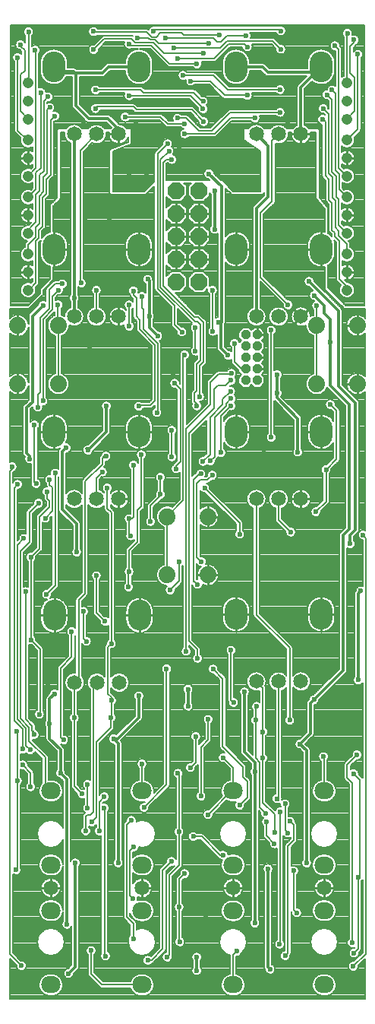
<source format=gbl>
G04 DipTrace 3.3.0.0*
G04 uStreams02.GBL*
%MOIN*%
G04 #@! TF.FileFunction,Copper,L2,Bot*
G04 #@! TF.Part,Single*
%AMOUTLINE0*
4,1,8,
-0.015325,0.037,
-0.037,0.015325,
-0.037,-0.015325,
-0.015325,-0.037,
0.015325,-0.037,
0.037,-0.015325,
0.037,0.015325,
0.015325,0.037,
-0.015325,0.037,
0*%
%AMOUTLINE3*
4,1,8,
-0.008698,0.021,
-0.021,0.008698,
-0.021,-0.008698,
-0.008698,-0.021,
0.008698,-0.021,
0.021,-0.008698,
0.021,0.008698,
0.008698,0.021,
-0.008698,0.021,
0*%
G04 #@! TA.AperFunction,Conductor*
%ADD13C,0.012*%
G04 #@! TA.AperFunction,CopperBalancing*
%ADD14C,0.01*%
G04 #@! TA.AperFunction,Conductor*
%ADD15C,0.006496*%
G04 #@! TA.AperFunction,CopperBalancing*
%ADD16C,0.007*%
G04 #@! TA.AperFunction,ComponentPad*
%ADD38O,0.085X0.075*%
%ADD39C,0.065*%
%ADD43C,0.047559*%
%ADD46O,0.1X0.135*%
%ADD48C,0.074*%
G04 #@! TA.AperFunction,ViaPad*
%ADD52C,0.023622*%
G04 #@! TA.AperFunction,ComponentPad*
%ADD117OUTLINE0*%
%ADD120OUTLINE3*%
%FSLAX26Y26*%
G04*
G70*
G90*
G75*
G01*
G04 Bottom*
%LPD*%
X1366084Y3228786D2*
D13*
X1333180Y3261690D1*
Y3367570D1*
X1325500Y3375249D1*
X1057110Y3313877D2*
X1019789Y3351198D1*
Y3400249D1*
X1325500Y3375249D2*
X1338000D1*
Y3968999D1*
X1281749Y4025249D1*
X1672652Y2804992D2*
Y2951190D1*
X1581749Y3042093D1*
Y3062749D1*
Y3144000D1*
X1019789Y3400249D2*
Y3555961D1*
X1013000Y3562749D1*
X831749Y3006500D2*
Y2893999D1*
X756751Y2819000D1*
X744249D1*
X750500Y2812749D1*
X690000Y3399000D2*
Y3480992D1*
Y4199000D1*
X1490000Y3399000D2*
Y3872472D1*
X1540549Y3923021D1*
Y4148451D1*
X1490000Y4199000D1*
X553413Y3448442D2*
X506749Y3401778D1*
Y3025249D1*
X481749Y3000249D1*
Y2800249D1*
X494249Y2787749D1*
Y2775249D1*
X701186Y2365972D2*
Y2489374D1*
X638463Y2552097D1*
Y2807471D1*
X654722Y2823730D1*
X929017Y2212749D2*
D15*
Y2278773D1*
X931392Y2281148D1*
Y2374892D1*
X968213Y2411713D1*
Y2549213D1*
X984841Y2565841D1*
Y2793652D1*
X931757Y2512749D2*
X944249D1*
X950500Y2519000D1*
Y2747726D1*
X1119370Y2783722D2*
Y2900249D1*
X931757Y2512749D2*
Y2443992D1*
X938000Y2437749D1*
X523433Y2666839D2*
X515644Y2674627D1*
Y2923927D1*
X606776Y2712749D2*
Y2219025D1*
X569251Y2181500D1*
X582664Y2684084D2*
Y2661178D1*
X593953Y2649890D1*
Y2545715D1*
X563301Y2515063D1*
X1053492Y2978154D2*
X1058836Y2983497D1*
Y3279160D1*
X994698Y3343298D1*
Y3431051D1*
X988000Y3437749D1*
Y3487749D1*
X788000Y3398724D2*
Y3514678D1*
X621105D2*
X593958Y3487531D1*
Y3429087D1*
X553261Y3388390D1*
Y3028732D1*
X1151240Y809068D2*
Y660152D1*
X1153787Y657605D1*
X1151240Y809068D2*
Y932108D1*
X1175919Y956786D1*
X570451Y2631525D2*
Y2602013D1*
X580592Y2591873D1*
Y2563869D1*
X538000Y2521277D1*
Y2381500D1*
X500500Y2344000D1*
Y1981500D1*
X744249Y1975249D2*
X731749Y1987749D1*
Y2106500D1*
X537230Y1655228D2*
X540867D1*
Y1941133D1*
X500500Y1981500D1*
X438045Y1579178D2*
X440979Y1576245D1*
Y1363778D1*
Y978848D1*
X435045Y972913D1*
X1247085Y1296717D2*
Y1511720D1*
X1278703Y1543339D1*
Y1632660D1*
X1263591Y2647701D2*
X1416681Y2494610D1*
Y2444941D1*
X1163000Y3331500D2*
X1131751Y3362749D1*
Y3446765D1*
X1056749Y3521766D1*
Y4112748D1*
X1100501Y4156500D1*
X1241413Y3048182D2*
Y3183535D1*
X1257802Y3199924D1*
Y3373172D1*
X1233517Y3397457D1*
X1219504D1*
X1081749Y3535211D1*
Y4075249D1*
X1094251Y4087751D1*
X1119251D1*
X1106504Y4125004D2*
X1069249Y4087749D1*
Y3528630D1*
X1219781Y3378098D1*
X1230395D1*
X1244249Y3364243D1*
Y3206500D1*
X1228255Y3190504D1*
Y3072299D1*
X1218997Y3063042D1*
Y3026522D1*
X1228255Y3017266D1*
Y3007613D1*
X1378938Y1935685D2*
Y1717969D1*
X1389717Y1707190D1*
X1377298Y3071858D2*
X1342421Y3036982D1*
Y3013228D1*
X1286823Y2957630D1*
Y2795001D1*
X1255509Y2763688D1*
X1289181Y2766046D2*
X1307879Y2784744D1*
Y2957903D1*
X1356836Y3006860D1*
Y3016825D1*
X1379465Y3039454D1*
X1378461Y3007864D2*
X1334333Y2963736D1*
Y2802152D1*
X464500Y1433420D2*
X499219Y1398701D1*
Y1337382D1*
X975000Y4494000D2*
D13*
X840856D1*
X814643Y4467787D1*
X627213D1*
X601000Y4494000D1*
X1401000D2*
X1516367D1*
X1541143Y4469224D1*
X1750224D1*
X1775000Y4494000D1*
X886000Y4199000D2*
Y4220375D1*
X838357Y4268018D1*
X753563D1*
X699113Y4322469D1*
Y4463371D1*
X689491Y4472993D1*
X601000D1*
Y4494000D1*
X1686000Y4199000D2*
Y4405000D1*
X1775000Y4494000D1*
X1388000Y1319000D2*
D15*
Y1421958D1*
X1344852Y1465106D1*
X514474Y1566274D2*
Y1576071D1*
X506055Y1584488D1*
Y1603815D1*
X477604Y1632266D1*
Y2193064D1*
X1388000Y1319000D2*
X1381696D1*
X1277841Y1215146D1*
X469248Y2425899D2*
X441259Y2397909D1*
Y1632041D1*
X479589Y1593710D1*
Y1515660D1*
X496482Y1498768D1*
X988000Y1319000D2*
Y1437907D1*
X1394249Y3281500D2*
Y3200251D1*
X1425500Y3169000D1*
X1444251D1*
X1636412Y1628723D2*
Y1945488D1*
X1490000Y2091900D1*
Y2599000D1*
X1487185Y1628723D2*
Y1685846D1*
X1491096Y1689757D1*
X1529961Y1222022D2*
X1504528Y1247455D1*
Y1279436D1*
X1505833Y1280741D1*
Y1444047D1*
X1487185Y1462696D1*
Y1628723D1*
X1200531Y1421513D2*
X1224244Y1445226D1*
Y1558046D1*
X851896Y1641552D2*
X854509Y1644165D1*
Y1715373D1*
Y1729091D1*
X838831Y1744769D1*
Y1949895D1*
X853857Y1964921D1*
Y2539613D1*
X835808Y2557661D1*
Y2647823D1*
X766717Y1182228D2*
X787403Y1202915D1*
Y1533122D1*
X851896Y1597615D1*
Y1641552D1*
X1344249Y1037749D2*
X1331749D1*
X1250500Y1119000D1*
X1213000D1*
X1667428Y785033D2*
X1654362Y798098D1*
Y969135D1*
X950104Y671518D2*
Y737513D1*
X921411Y766206D1*
Y1169829D1*
X941495Y1189913D1*
X1580533Y1285304D2*
X1588000Y1277837D1*
Y1798724D1*
X1013837Y576570D2*
X1030008D1*
X1079034Y625596D1*
Y971959D1*
X1117119Y1010045D1*
X764744Y618718D2*
Y516572D1*
X812316Y469000D1*
X988000D1*
X1796448Y2727999D2*
X1842829Y2774381D1*
Y2985579D1*
X1815050Y3013358D1*
X1751259Y2543152D2*
X1796448Y2588341D1*
Y2727999D1*
X1835423Y4586458D2*
X1851682Y4570198D1*
Y4051577D1*
X1888000Y4015260D1*
X1588000Y2598724D2*
Y2507228D1*
X1641268Y2453961D1*
X1959146Y2441358D2*
Y2437130D1*
X1970420Y2425856D1*
Y604329D1*
X1915843Y549752D1*
X788000Y2598724D2*
Y2691168D1*
X814665Y2717835D1*
X417993Y2740694D2*
Y2730136D1*
X407175Y2719318D1*
Y604434D1*
X458881Y552728D1*
X1592482Y647559D2*
X1595091Y650168D1*
Y1228386D1*
X1911385Y653976D2*
Y1354794D1*
X1889647Y1376531D1*
Y1434787D1*
X1932252Y1477392D1*
X741161Y1144000D2*
Y1206972D1*
X747656Y1213467D1*
X761043D1*
X774136Y1226560D1*
Y1793724D1*
X790000D1*
X1822633Y4392222D2*
X1837735Y4377119D1*
Y4039022D1*
X1853932Y4022825D1*
Y3956808D1*
X1888000Y3922740D1*
X1799776Y4372022D2*
X1821010Y4350787D1*
Y4032404D1*
X1839675Y4013740D1*
Y3925198D1*
X1852092Y3912781D1*
Y3801168D1*
X1888000Y3765260D1*
X1783823Y4311424D2*
X1807136Y4288110D1*
Y4027031D1*
X1824888Y4009280D1*
Y3919587D1*
X1836412Y3908063D1*
Y3791075D1*
X1852220Y3775266D1*
Y3753134D1*
X1888000Y3717354D1*
Y3672740D1*
Y3515260D2*
Y3530723D1*
X1854949Y3563774D1*
Y3729703D1*
X1835350Y3749302D1*
Y3765634D1*
X1822938Y3778046D1*
Y3897593D1*
X1809219Y3911312D1*
Y4000811D1*
X1793018Y4017012D1*
Y4252215D1*
X1781588Y4263646D1*
X488000Y3515260D2*
X490276D1*
X522190Y3547175D1*
Y3731056D1*
X534556Y3743423D1*
Y3778115D1*
X551437Y3794996D1*
Y3920268D1*
X567247Y3936077D1*
Y4000896D1*
X587798Y4021448D1*
Y4260415D1*
X605885Y4278501D1*
X583290Y4315885D2*
X572780Y4305374D1*
Y4026980D1*
X554598Y4008799D1*
Y3945563D1*
X537209Y3928173D1*
Y3806163D1*
X521207Y3790160D1*
Y3748547D1*
X488000Y3715340D1*
Y3672740D1*
Y3765260D2*
X475699D1*
X522516Y3812076D1*
Y3934770D1*
X537819Y3950073D1*
Y4018937D1*
X557427Y4038545D1*
Y4344676D1*
X575500Y4362749D1*
X544249Y4381500D2*
Y4050598D1*
X522471Y4028820D1*
Y3957211D1*
X488000Y3922740D1*
X518324Y4566933D2*
X521966Y4563291D1*
Y4049226D1*
X488000Y4015260D1*
Y4172740D2*
X484182D1*
X441757Y4215165D1*
Y4535215D1*
X454518Y4591303D2*
Y4584602D1*
X473660Y4565461D1*
Y4478588D1*
X454518Y4459446D1*
Y4298741D1*
X488000Y4265260D1*
X489857Y4647381D2*
Y4420883D1*
X488000Y4422740D1*
X1282790Y4596706D2*
X1060917D1*
X1045413Y4612210D1*
X1023297D1*
X1015001Y4620505D1*
X967266D1*
X1328020Y4632654D2*
X1170381D1*
X1160071Y4642963D1*
X1068214D1*
X1050500Y4625249D1*
X1029727D1*
X1009260Y4645717D1*
X771497D1*
X774864Y4649081D1*
X1038001Y4650251D2*
X1046281Y4658530D1*
X1590776D1*
X1597717Y4651589D1*
X1090543Y4621630D2*
X1148913D1*
X1151543Y4619000D1*
X1300438D1*
X1316957Y4602482D1*
X1333982D1*
X1360801Y4629301D1*
X1445176D1*
X1175428Y4244072D2*
X1100088D1*
X1069533Y4274627D1*
X914386D1*
X1569251Y1087749D2*
X1534921Y1122079D1*
Y1183362D1*
X1258730Y4254319D2*
X1206618Y4306430D1*
X963070D1*
X950500Y4319000D1*
X788000D1*
Y4306408D1*
X783652Y4310756D1*
X1255929Y4309719D2*
X1256692Y4310480D1*
X1199756Y4367416D1*
X931932D1*
X1256539Y4342937D2*
X1254591Y4340988D1*
X1214079Y4381500D1*
X994251D1*
X982925Y4392825D1*
X784098D1*
X1229387Y4506539D2*
X1109181D1*
X1029469Y4586251D1*
X931749D1*
Y4594000D1*
X1257923Y4552378D2*
X1084797D1*
X1038350Y4598824D1*
X958194D1*
X940850Y4616169D1*
X822781D1*
X775612Y4569000D1*
X1128453Y4575550D2*
X1330588D1*
X1361538Y4606500D1*
X1562482D1*
X1597640Y4571341D1*
X1144251Y4530466D2*
X1305282D1*
X1368816Y4594000D1*
X1438000D1*
X1450500Y4581500D1*
X1168522Y4456500D2*
X1301917D1*
X1364417Y4394000D1*
X1594251D1*
X1202510Y4431500D2*
X1288976D1*
X1351476Y4369000D1*
X1450500D1*
X1144251Y4269000D2*
X1181749D1*
X1238000Y4212749D1*
X1294249D1*
X1375862Y4294362D1*
X1594482D1*
X1175500Y4200249D2*
X1306751D1*
X1376579Y4270079D1*
X1484224D1*
X1306749Y3781500D2*
D13*
Y3950249D1*
X1788000Y1319000D2*
D15*
Y1466626D1*
X1785196Y1469430D1*
X643894Y1542415D2*
X631245Y1555063D1*
Y1857806D1*
X679463Y1906024D1*
Y2017478D1*
X1069249Y2694000D2*
Y2619000D1*
Y2612749D1*
X1025500Y2569000D1*
Y2500251D1*
X588000Y1319000D2*
X563528D1*
Y1465383D1*
X492975Y1535936D1*
Y1598304D1*
X454650Y1636630D1*
Y2370762D1*
X493265Y2409378D1*
Y2540039D1*
X533869Y2580643D1*
X788001Y2262749D2*
Y2100248D1*
X825500Y2062749D1*
X1296575Y2703073D2*
X1276050Y2682549D1*
X1243786D1*
X1229364Y2668126D1*
Y2344041D1*
X1248260Y2325144D1*
X1152159Y2323525D2*
Y2240382D1*
X1111667Y2199890D1*
X1246601Y2708874D2*
Y2716459D1*
X1213000Y2682858D1*
Y2237751D1*
X1219248D1*
X1231749Y2225249D1*
X749171Y1244000D2*
Y1348034D1*
X828176Y595076D2*
X823367Y599885D1*
Y1243348D1*
X822287Y1244428D1*
X946812Y847642D2*
X935315Y859139D1*
Y1056752D1*
X952562Y1073999D1*
X1098783Y590608D2*
X1107692Y599516D1*
Y949311D1*
X1150451Y992071D1*
Y1140541D1*
Y1391765D1*
X1145769Y1396448D1*
X1616894Y596349D2*
X1629104Y608559D1*
Y1077219D1*
X1655117Y1103232D1*
Y1169001D1*
X1637938Y1186180D1*
X1936537Y941871D2*
X1945030Y950365D1*
Y1367148D1*
X1917592Y1394587D1*
X1936537Y941871D2*
Y626307D1*
X1918701Y608471D1*
X1388000Y469000D2*
Y599289D1*
X1404403Y615692D1*
X1380471Y3150416D2*
Y3146619D1*
X1324606D1*
X1288280Y3110293D1*
Y3012302D1*
X1181749Y2905772D1*
Y1931500D1*
X1379377Y3119608D2*
X1356278Y3096509D1*
X1322715D1*
X1305273Y3079067D1*
Y2997560D1*
X1195206Y2887493D1*
Y1975941D1*
X1231749Y1939398D1*
Y1900249D1*
X1889858Y4640668D2*
X1888000Y4638811D1*
Y4422740D1*
X1919591Y4612331D2*
Y4600004D1*
X1902343Y4582756D1*
Y4467938D1*
X1922459Y4447822D1*
Y4299719D1*
X1888000Y4265260D1*
X1935816Y4548743D2*
Y4220556D1*
X1888000Y4172740D1*
X1721618Y3553436D2*
D13*
X1850403Y3424652D1*
Y3094899D1*
X1926063Y3019239D1*
Y2464656D1*
X1902551Y2441144D1*
Y2402323D1*
X1416878Y1256531D2*
D15*
X1450787Y1290441D1*
Y1360001D1*
X1431659Y1379130D1*
Y1425214D1*
X1342970Y1513903D1*
Y1811273D1*
X1300365Y1853878D1*
X1627812Y1135304D2*
X1616554Y1146563D1*
Y1262059D1*
X822682Y1294000D2*
X800588Y1271906D1*
Y1143062D1*
X1096320Y1854277D2*
Y1345888D1*
X996906Y1246474D1*
X1555625Y3338875D2*
Y2869000D1*
X1138000Y2731500D2*
Y2744000D1*
X1156749Y2762749D1*
Y3081500D1*
X1131749Y3106500D1*
X973709Y3005804D2*
X977866Y3009962D1*
X1025377D1*
X1045427Y3030012D1*
Y3274900D1*
X977937Y3342390D1*
Y3385314D1*
X963000Y3400251D1*
Y3481500D1*
X950500Y3494000D1*
Y3511697D1*
X1629501Y3450730D2*
X1508804Y3571427D1*
Y3853639D1*
X1559636Y3904471D1*
Y4170361D1*
X1588000Y4198724D1*
X530508Y3001585D2*
Y3058356D1*
X539909Y3067757D1*
Y3393425D1*
X579945Y3433461D1*
Y3515705D1*
X606483Y3542243D1*
X638934D1*
X721571Y3545892D2*
X716492Y3550971D1*
Y4127217D1*
X788000Y4198724D1*
X1175500Y3231500D2*
X1169251Y3225251D1*
Y2592251D1*
X1099000Y2522000D1*
Y2266000D1*
X1755249Y3359500D2*
Y3103500D1*
X1298714Y3334514D2*
Y3351264D1*
X1297373Y3352605D1*
Y3514887D1*
X1755249Y3446497D2*
Y3359500D1*
X620749D2*
Y3103500D1*
X1222974Y3247491D2*
X1222244D1*
Y3350940D1*
X931751Y3356500D2*
Y3450249D1*
X619251D2*
Y3360999D1*
X620749Y3359500D1*
X1569715Y1137589D2*
X1570260Y1137045D1*
Y1215757D1*
X1518613Y1267404D1*
Y1462583D1*
Y1578606D1*
Y1770387D1*
X1490000Y1799000D1*
X463328Y1502282D2*
Y1589248D1*
X426912Y1625664D1*
Y2647995D1*
X442594Y2663677D1*
X690663Y1639932D2*
X692000Y1641269D1*
Y1794000D1*
X690663Y1639932D2*
Y1340282D1*
X725121Y1305824D1*
X829996Y2786961D2*
X830734Y2786223D1*
X821883D1*
X814150Y2778490D1*
Y2751959D1*
X738798Y2676608D1*
Y2185217D1*
X709689Y2156108D1*
Y1811689D1*
X692000Y1794000D1*
X1814731Y3287218D2*
D13*
Y3386020D1*
X1788000Y3412751D1*
Y3447967D1*
X1744482Y3491486D1*
X1814731Y3287218D2*
Y3098648D1*
X1898643Y3014736D1*
Y2467684D1*
X1871723Y2440764D1*
Y1847823D1*
X1743580Y1719680D1*
X1727211Y1703311D1*
Y1570623D1*
X1681450Y1524862D1*
X666147Y518692D2*
X695924Y548469D1*
Y1003612D1*
X1541427Y977154D2*
Y546490D1*
X1550479Y537437D1*
X1228463Y531500D2*
Y590033D1*
X883148Y1003612D2*
Y1527388D1*
X863150Y1547387D1*
X1710874Y1002369D2*
Y1495438D1*
X1681450Y1524862D1*
X863150Y1547387D2*
X879743D1*
X974041Y1641685D1*
Y1735427D1*
X603524Y1744573D2*
X582841Y1723891D1*
Y1613465D1*
Y1548252D1*
X630161Y1500932D1*
Y1397444D1*
X1190050Y1690642D2*
Y1765247D1*
X1937504Y1805678D2*
Y2184434D1*
X1949076Y2196007D1*
X1483276Y1402588D2*
Y1444564D1*
X1438087Y1489753D1*
Y1753563D1*
X658001Y734323D2*
Y1369604D1*
X630161Y1397444D1*
X1483276Y1402588D2*
Y739462D1*
D52*
X1366084Y3228786D3*
X1325500Y3375249D3*
X1057110Y3313877D3*
X1019789Y3400249D3*
X1281749Y4025249D3*
X1325500Y3375249D3*
X1581749Y3144000D3*
X1672652Y2804992D3*
X1013000Y3562749D3*
X1581749Y3062749D3*
X831749Y3006500D3*
X750500Y2812749D3*
X690000Y3480992D3*
X553413Y3448442D3*
X494249Y2775249D3*
X690000Y3480992D3*
X701186Y2365972D3*
X654722Y2823730D3*
X931392Y2281148D3*
X929017Y2212749D3*
X984841Y2793652D3*
X950500Y2747726D3*
X1119370Y2783722D3*
Y2900249D3*
X931757Y2512749D3*
X938000Y2437749D3*
X931757Y2512749D3*
X523433Y2666839D3*
X515644Y2923927D3*
X606776Y2712749D3*
X569251Y2181500D3*
X582664Y2684084D3*
X563301Y2515063D3*
X1053492Y2978154D3*
X988000Y3487749D3*
X788000Y3514678D3*
X621105D3*
X553261Y3028732D3*
X1151240Y809068D3*
X1153787Y657605D3*
D3*
X1151240Y809068D3*
X1175919Y956786D3*
X570451Y2631525D3*
X500500Y2344000D3*
Y1981500D3*
X744249Y1975249D3*
X731749Y2106500D3*
X537230Y1655228D3*
X438045Y1579178D3*
X440979Y1363778D3*
X435045Y972913D3*
X1247085Y1296717D3*
X1278703Y1632660D3*
X1263591Y2647701D3*
X1416681Y2444941D3*
X1163000Y3331500D3*
X1100501Y4156500D3*
X1241413Y3048182D3*
X1119251Y4087751D3*
X1106504Y4125004D3*
X1228255Y3007613D3*
X1378938Y1935685D3*
X1389717Y1707190D3*
X1377298Y3071858D3*
X1255509Y2763688D3*
X1289181Y2766046D3*
X1379465Y3039454D3*
X1378461Y3007864D3*
X1334333Y2802152D3*
X464500Y1433420D3*
X499219Y1337382D3*
X1344852Y1465106D3*
X514474Y1566274D3*
X477604Y2193064D3*
X1277841Y1215146D3*
X469248Y2425899D3*
X496482Y1498768D3*
X988000Y1437907D3*
X496482Y1498768D3*
X1394249Y3281500D3*
X1636412Y1628723D3*
X1491096Y1689757D3*
X1487185Y1628723D3*
X1529961Y1222022D3*
X1487185Y1628723D3*
X1200531Y1421513D3*
X1224244Y1558046D3*
X851896Y1641552D3*
X854509Y1715373D3*
X853857Y1964921D3*
X835808Y2647823D3*
X766717Y1182228D3*
X851896Y1641552D3*
X1344249Y1037749D3*
X1213000Y1119000D3*
X1667428Y785033D3*
X1654362Y969135D3*
X950104Y671518D3*
X941495Y1189913D3*
X1580533Y1285304D3*
X1013837Y576570D3*
X1117119Y1010045D3*
X764744Y618718D3*
X1796448Y2727999D3*
X1815050Y3013358D3*
X1751259Y2543152D3*
X1796448Y2727999D3*
X1835423Y4586458D3*
X1641268Y2453961D3*
X1959146Y2441358D3*
X1915843Y549752D3*
X814665Y2717835D3*
X417993Y2740694D3*
X458881Y552728D3*
X1592482Y647559D3*
X1595091Y1228386D3*
X1911385Y653976D3*
X1932252Y1477392D3*
X741161Y1144000D3*
X1822633Y4392222D3*
X1799776Y4372022D3*
X1783823Y4311424D3*
X1781588Y4263646D3*
X605885Y4278501D3*
X583290Y4315885D3*
X575500Y4362749D3*
X544249Y4381500D3*
X518324Y4566933D3*
X441757Y4535215D3*
X454518Y4591303D3*
X489857Y4647381D3*
X1282790Y4596706D3*
X967266Y4620505D3*
X1328020Y4632654D3*
X774864Y4649081D3*
X1038001Y4650251D3*
X1597717Y4651589D3*
X1090543Y4621630D3*
X1445176Y4629301D3*
X1175428Y4244072D3*
X914386Y4274627D3*
X1569251Y1087749D3*
X1534921Y1183362D3*
X1258730Y4254319D3*
X783652Y4310756D3*
X1255929Y4309719D3*
X931932Y4367416D3*
X1256539Y4342937D3*
X784098Y4392825D3*
X1229387Y4506539D3*
X931749Y4594000D3*
X1257923Y4552378D3*
X775612Y4569000D3*
X1128453Y4575550D3*
X1597640Y4571341D3*
X1144251Y4530466D3*
X1450500Y4581500D3*
X1168522Y4456500D3*
X1594251Y4394000D3*
X1202510Y4431500D3*
X1450500Y4369000D3*
X1144251Y4269000D3*
X1594482Y4294362D3*
X1175500Y4200249D3*
X1484224Y4270079D3*
X1306749Y3781500D3*
Y3950249D3*
X1785196Y1469430D3*
X643894Y1542415D3*
X679463Y2017478D3*
X1069249Y2694000D3*
Y2619000D3*
X1025500Y2500251D3*
D3*
D3*
X533869Y2580643D3*
X788001Y2262749D3*
X825500Y2062749D3*
D3*
X1296575Y2703073D3*
X1248260Y2325144D3*
X1152159Y2323525D3*
X1111667Y2199890D3*
X1246601Y2708874D3*
X1231749Y2225249D3*
X749171Y1244000D3*
Y1348034D3*
X828176Y595076D3*
X822287Y1244428D3*
X946812Y847642D3*
X952562Y1073999D3*
D3*
X1098783Y590608D3*
X1150451Y1140541D3*
X1145769Y1396448D3*
X1616894Y596349D3*
X1637938Y1186180D3*
X1936537Y941871D3*
X1917592Y1394587D3*
X1918701Y608471D3*
X1936537Y941871D3*
X1404403Y615692D3*
X1380471Y3150416D3*
X1181749Y1931500D3*
X1379377Y3119608D3*
X1231749Y1900249D3*
X1889858Y4640668D3*
X1919591Y4612331D3*
X1935816Y4548743D3*
X1721618Y3553436D3*
X1902551Y2402323D3*
X1416878Y1256531D3*
X1300365Y1853878D3*
X1627812Y1135304D3*
X1616554Y1262059D3*
X822682Y1294000D3*
X800588Y1143062D3*
X996906Y1246474D3*
X1096320Y1854277D3*
X1555625Y2869000D3*
X1138000Y2731500D3*
X1131749Y3106500D3*
X1555625Y3338875D3*
X973709Y3005804D3*
X950500Y3511697D3*
X1629501Y3450730D3*
X530508Y3001585D3*
X638934Y3542243D3*
X721571Y3545892D3*
X1175500Y3231500D3*
X1298714Y3334514D3*
X1297373Y3514887D3*
X1755249Y3446497D3*
X1222974Y3247491D3*
X1222244Y3350940D3*
X931751Y3356500D3*
Y3450249D3*
X619251D3*
X1569715Y1137589D3*
X1518613Y1578606D3*
X463328Y1502282D3*
X442594Y2663677D3*
X1518613Y1462583D3*
Y1578606D3*
X690663Y1639932D3*
X725121Y1305824D3*
X690663Y1639932D3*
X829996Y2786961D3*
X1744482Y3491486D3*
X1814731Y3287218D3*
X1681450Y1524862D3*
X1814731Y3287218D3*
X666147Y518692D3*
X695924Y1003612D3*
X1550479Y537437D3*
X1541427Y977154D3*
X1228463Y531500D3*
Y590033D3*
X883148Y1003612D3*
X863150Y1547387D3*
X1710874Y1002369D3*
X974041Y1735427D3*
X863150Y1547387D3*
X1743580Y1719680D3*
X603524Y1744573D3*
X582841Y1613465D3*
X630161Y1397444D3*
D3*
X1190050Y1690642D3*
Y1765247D3*
X1937504Y1805678D3*
X1949076Y2196007D3*
X1483276Y1402588D3*
X1438087Y1753563D3*
X658001Y734323D3*
X1483276Y739462D3*
Y1402588D3*
X1406749Y4231500D3*
X1325500Y4031500D3*
X930871Y4023033D3*
X960182Y4243060D3*
X729285Y2748001D3*
X1219790Y3429680D3*
X1164160Y3403702D3*
X1822661Y1209266D3*
X1014728Y3852181D3*
X1013000Y3806500D3*
Y3769000D3*
Y3887749D3*
X756749Y3256500D3*
Y3187749D3*
X813000Y3219000D3*
X731493Y3021768D3*
X732102Y2994644D3*
X941433Y3098875D3*
X1126193Y3048308D3*
X1198493Y3083448D3*
X1200665Y3168509D3*
X1125539Y3146951D3*
X1223575Y2758349D3*
X1260659Y3015255D3*
X1284925Y3196255D3*
X1090757Y3330681D3*
X1023941Y3256869D3*
X1150500Y4137749D3*
X1244249Y4100251D3*
X1175261Y4330949D3*
X1240573Y4174799D3*
X1958370Y4342070D3*
X419249Y4337749D3*
X788000Y4512749D3*
X1588000Y4506500D3*
X563000Y3594000D3*
X597185Y3985312D3*
X1799509Y4339453D3*
X1781438Y3986508D3*
X1819249Y3612749D3*
X606749Y4337749D3*
X1488000Y3969000D3*
X1456749D3*
X1363559Y4010564D3*
X994249Y4156500D3*
X1008752Y4020294D3*
X738000Y3825249D3*
Y3787749D3*
Y3750249D3*
X844249Y3825249D3*
Y3787749D3*
Y3750249D3*
X650500Y3781500D3*
X1667732Y1426642D3*
X1743615Y1425850D3*
X723588Y1598525D3*
X663226Y1589903D3*
X860455Y4446870D3*
X732682Y4242434D3*
X730370Y4441858D3*
X1494518Y4455665D3*
X1639724Y4438276D3*
X1626682Y4243507D3*
X1024668Y1689322D3*
X563953Y1241037D3*
X1312955Y1595720D3*
X1365076Y1568165D3*
X1342652Y1409710D3*
X772320Y2414173D3*
X771014Y2310303D3*
X672370Y2308997D3*
X669757Y2408948D3*
X1445182Y2722911D3*
X1524946Y2800520D3*
X1444463Y2760997D3*
X536240Y1414077D3*
X1269249Y775249D3*
X575500Y1781500D3*
X427419Y2906094D3*
X428136Y2938430D3*
X1904240Y2150315D3*
X1902699Y2097942D3*
X630730Y4206555D2*
D16*
X646680D1*
X831269D2*
X842680D1*
X1631265D2*
X1642690D1*
X1729320D2*
X1751518D1*
X630730Y4199686D2*
X646024D1*
X831967D2*
X842024D1*
X1631963D2*
X1642020D1*
X1729976D2*
X1751518D1*
X630730Y4192818D2*
X646461D1*
X831570D2*
X842461D1*
X1631580D2*
X1642457D1*
X1729539D2*
X1751518D1*
X630730Y4185949D2*
X648033D1*
X830052D2*
X844033D1*
X1630049D2*
X1644029D1*
X1727967D2*
X1751518D1*
X630730Y4179080D2*
X650877D1*
X827264D2*
X846877D1*
X1627260D2*
X1646873D1*
X1725123D2*
X1751518D1*
X630730Y4172211D2*
X655307D1*
X822902D2*
X851307D1*
X920697D2*
X926516D1*
X1622912D2*
X1651303D1*
X1720693D2*
X1751518D1*
X630730Y4165343D2*
X662088D1*
X816244D2*
X858088D1*
X913916D2*
X926516D1*
X1616240D2*
X1658084D1*
X1713912D2*
X1751518D1*
X630730Y4158474D2*
X672520D1*
X804609D2*
X870106D1*
X901898D2*
X912407D1*
X1604605D2*
X1670102D1*
X1701894D2*
X1751518D1*
X630730Y4151605D2*
X672520D1*
X761420D2*
X894537D1*
X1574364D2*
X1751518D1*
X630730Y4144736D2*
X672520D1*
X754556D2*
X876682D1*
X1574364D2*
X1751518D1*
X630730Y4137867D2*
X672520D1*
X747680D2*
X858827D1*
X1574364D2*
X1751518D1*
X630730Y4130999D2*
X672520D1*
X740816D2*
X846932D1*
X1574364D2*
X1751518D1*
X630730Y4124130D2*
X672520D1*
X733940D2*
X845264D1*
X1574364D2*
X1751518D1*
X630730Y4117261D2*
X672520D1*
X731219D2*
X845264D1*
X1574364D2*
X1751518D1*
X630730Y4110392D2*
X672520D1*
X731219D2*
X845264D1*
X1574364D2*
X1751518D1*
X630730Y4103524D2*
X672520D1*
X731219D2*
X845264D1*
X1574364D2*
X1751518D1*
X630730Y4096655D2*
X672520D1*
X731219D2*
X845264D1*
X1574364D2*
X1751518D1*
X630730Y4089786D2*
X672520D1*
X731219D2*
X845264D1*
X1574364D2*
X1751518D1*
X630730Y4082917D2*
X672520D1*
X731219D2*
X845264D1*
X1574364D2*
X1751518D1*
X630730Y4076049D2*
X672520D1*
X731219D2*
X845264D1*
X1574364D2*
X1751518D1*
X630730Y4069180D2*
X672520D1*
X731219D2*
X845264D1*
X1574364D2*
X1751518D1*
X630730Y4062311D2*
X672520D1*
X731219D2*
X845264D1*
X1574364D2*
X1751518D1*
X630730Y4055442D2*
X672520D1*
X731219D2*
X845264D1*
X1574364D2*
X1751518D1*
X630730Y4048573D2*
X672520D1*
X731219D2*
X845264D1*
X1574364D2*
X1751518D1*
X630730Y4041705D2*
X672520D1*
X731219D2*
X845264D1*
X1574364D2*
X1751518D1*
X630730Y4034836D2*
X672520D1*
X731219D2*
X845264D1*
X1574364D2*
X1751518D1*
X630730Y4027967D2*
X672520D1*
X731219D2*
X845264D1*
X1574364D2*
X1751518D1*
X630730Y4021098D2*
X672520D1*
X731219D2*
X845264D1*
X1574364D2*
X1751518D1*
X630730Y4014230D2*
X672520D1*
X731219D2*
X845264D1*
X1574364D2*
X1751518D1*
X630730Y4007361D2*
X672520D1*
X731219D2*
X845264D1*
X1574364D2*
X1751518D1*
X630730Y4000492D2*
X672520D1*
X731219D2*
X845264D1*
X1574364D2*
X1751518D1*
X630730Y3993623D2*
X672520D1*
X731219D2*
X845264D1*
X1574364D2*
X1751518D1*
X630730Y3986755D2*
X672520D1*
X731219D2*
X845264D1*
X1574364D2*
X1751518D1*
X630730Y3979886D2*
X672520D1*
X731219D2*
X845264D1*
X1176635D2*
X1199365D1*
X1574364D2*
X1751518D1*
X630730Y3973017D2*
X672520D1*
X731219D2*
X845264D1*
X1183497D2*
X1192503D1*
X1574364D2*
X1751518D1*
X630730Y3966148D2*
X672520D1*
X731219D2*
X845264D1*
X1574364D2*
X1751518D1*
X630730Y3959280D2*
X672520D1*
X731219D2*
X845264D1*
X1031726D2*
X1042016D1*
X1574364D2*
X1751518D1*
X630730Y3952411D2*
X672520D1*
X731219D2*
X845264D1*
X1024849D2*
X1042016D1*
X1355476D2*
X1363647D1*
X1574364D2*
X1751518D1*
X630730Y3945542D2*
X672520D1*
X731219D2*
X845264D1*
X1017986D2*
X1042016D1*
X1355476D2*
X1370510D1*
X1574364D2*
X1751518D1*
X630730Y3938673D2*
X672520D1*
X731219D2*
X846672D1*
X1011123D2*
X1042016D1*
X1355476D2*
X1377387D1*
X1574364D2*
X1751518D1*
X630730Y3931804D2*
X672520D1*
X731219D2*
X1042016D1*
X1186013D2*
X1189991D1*
X1355476D2*
X1523075D1*
X1574364D2*
X1751518D1*
X630730Y3924936D2*
X672520D1*
X731219D2*
X1042016D1*
X1180955D2*
X1195045D1*
X1280951D2*
X1289272D1*
X1355476D2*
X1518029D1*
X1574364D2*
X1751518D1*
X630689Y3918067D2*
X672520D1*
X731219D2*
X1042016D1*
X1096476D2*
X1101912D1*
X1174092D2*
X1201908D1*
X1274088D2*
X1289272D1*
X1355476D2*
X1511167D1*
X1574364D2*
X1751559D1*
X627394Y3911198D2*
X672520D1*
X731219D2*
X1042016D1*
X1096476D2*
X1108776D1*
X1167215D2*
X1208785D1*
X1267224D2*
X1289272D1*
X1355476D2*
X1504289D1*
X1574364D2*
X1754785D1*
X620531Y3904329D2*
X672520D1*
X731219D2*
X1042016D1*
X1096476D2*
X1115927D1*
X1160077D2*
X1215923D1*
X1260073D2*
X1289272D1*
X1355476D2*
X1497427D1*
X1574364D2*
X1760678D1*
X613654Y3897461D2*
X672520D1*
X731219D2*
X1042016D1*
X1096476D2*
X1118524D1*
X1157480D2*
X1218520D1*
X1257476D2*
X1289272D1*
X1355476D2*
X1490563D1*
X1572490D2*
X1766571D1*
X606791Y3890592D2*
X672520D1*
X731219D2*
X1042016D1*
X1096476D2*
X1110075D1*
X1165929D2*
X1210071D1*
X1265925D2*
X1289272D1*
X1355476D2*
X1483686D1*
X1566297D2*
X1772449D1*
X599913Y3883723D2*
X672520D1*
X731219D2*
X1042016D1*
X1096476D2*
X1103197D1*
X1172793D2*
X1203207D1*
X1272803D2*
X1289272D1*
X1355476D2*
X1476850D1*
X1559433D2*
X1778343D1*
X599476Y3876854D2*
X672520D1*
X731219D2*
X1042016D1*
X1179669D2*
X1196331D1*
X1279665D2*
X1289272D1*
X1355476D2*
X1473104D1*
X1552556D2*
X1784220D1*
X599476Y3869986D2*
X672520D1*
X731219D2*
X1042016D1*
X1185535D2*
X1190475D1*
X1285531D2*
X1289272D1*
X1355476D2*
X1472516D1*
X1545693D2*
X1789020D1*
X599476Y3863117D2*
X672520D1*
X731219D2*
X1042016D1*
X1355476D2*
X1472516D1*
X1538816D2*
X1789020D1*
X599476Y3856248D2*
X672520D1*
X731219D2*
X1042016D1*
X1355476D2*
X1472516D1*
X1531953D2*
X1789020D1*
X599476Y3849379D2*
X672520D1*
X731219D2*
X1042016D1*
X1355476D2*
X1472516D1*
X1525089D2*
X1789020D1*
X599476Y3842510D2*
X672520D1*
X731219D2*
X1042016D1*
X1355476D2*
X1472516D1*
X1523531D2*
X1789020D1*
X599476Y3835642D2*
X672520D1*
X731219D2*
X1042016D1*
X1355476D2*
X1472516D1*
X1523531D2*
X1789020D1*
X599476Y3828773D2*
X672520D1*
X731219D2*
X1042016D1*
X1184551D2*
X1191449D1*
X1284547D2*
X1289272D1*
X1355476D2*
X1472516D1*
X1523531D2*
X1789020D1*
X599476Y3821904D2*
X672520D1*
X731219D2*
X1042016D1*
X1177920D2*
X1198080D1*
X1277929D2*
X1289272D1*
X1355476D2*
X1472516D1*
X1523531D2*
X1789020D1*
X599476Y3815035D2*
X672520D1*
X731219D2*
X1042016D1*
X1096476D2*
X1104948D1*
X1171056D2*
X1204944D1*
X1271052D2*
X1289272D1*
X1355476D2*
X1472516D1*
X1523531D2*
X1789020D1*
X599476Y3808167D2*
X672520D1*
X731219D2*
X1042016D1*
X1096476D2*
X1111811D1*
X1164193D2*
X1211807D1*
X1264189D2*
X1289272D1*
X1355476D2*
X1472516D1*
X1523531D2*
X1789020D1*
X599476Y3801298D2*
X672520D1*
X731219D2*
X1042016D1*
X1096476D2*
X1289272D1*
X1355476D2*
X1472516D1*
X1523531D2*
X1789020D1*
X599476Y3794429D2*
X672520D1*
X731219D2*
X1042016D1*
X1096476D2*
X1113903D1*
X1162088D2*
X1213912D1*
X1262097D2*
X1287522D1*
X1355476D2*
X1472516D1*
X1523531D2*
X1789020D1*
X599476Y3787560D2*
X672520D1*
X731219D2*
X1042016D1*
X1096476D2*
X1107039D1*
X1168965D2*
X1207035D1*
X1268961D2*
X1284281D1*
X1355476D2*
X1472516D1*
X1523531D2*
X1789020D1*
X599476Y3780692D2*
X672520D1*
X731219D2*
X1042016D1*
X1096476D2*
X1100176D1*
X1175828D2*
X1200172D1*
X1275824D2*
X1283475D1*
X1355476D2*
X1472516D1*
X1523531D2*
X1789020D1*
X599476Y3773823D2*
X672520D1*
X731219D2*
X1042016D1*
X1182692D2*
X1193308D1*
X1355476D2*
X1472516D1*
X1523531D2*
X1789020D1*
X626573Y3766954D2*
X672520D1*
X731219D2*
X949416D1*
X1000581D2*
X1042016D1*
X1355476D2*
X1375419D1*
X1426584D2*
X1472516D1*
X1523531D2*
X1749427D1*
X638223Y3760085D2*
X672520D1*
X731219D2*
X937781D1*
X1012217D2*
X1042016D1*
X1286475D2*
X1298856D1*
X1314639D2*
X1320525D1*
X1355476D2*
X1363783D1*
X1438219D2*
X1472516D1*
X1523531D2*
X1737777D1*
X645906Y3753217D2*
X672520D1*
X731219D2*
X930098D1*
X1019900D2*
X1042016D1*
X1286475D2*
X1320525D1*
X1445902D2*
X1472516D1*
X1523531D2*
X1730094D1*
X651497Y3746348D2*
X672520D1*
X731219D2*
X924507D1*
X1025492D2*
X1042016D1*
X1286475D2*
X1320525D1*
X1451493D2*
X1472516D1*
X1523531D2*
X1724503D1*
X655654Y3739479D2*
X672520D1*
X731219D2*
X920336D1*
X1029661D2*
X1042016D1*
X1286475D2*
X1320525D1*
X1455664D2*
X1472516D1*
X1523531D2*
X1720346D1*
X658703Y3732610D2*
X672520D1*
X731219D2*
X917301D1*
X1032697D2*
X1042016D1*
X1186232D2*
X1189762D1*
X1286228D2*
X1320525D1*
X1458699D2*
X1472516D1*
X1523531D2*
X1717297D1*
X660795Y3725741D2*
X672520D1*
X731219D2*
X915209D1*
X1034789D2*
X1042016D1*
X1181761D2*
X1194239D1*
X1281757D2*
X1320525D1*
X1460791D2*
X1472516D1*
X1523531D2*
X1715205D1*
X662025Y3718873D2*
X672520D1*
X731219D2*
X913965D1*
X1036033D2*
X1042016D1*
X1096476D2*
X1101106D1*
X1174898D2*
X1201102D1*
X1274894D2*
X1320525D1*
X1462035D2*
X1472516D1*
X1523531D2*
X1713975D1*
X662476Y3712004D2*
X672520D1*
X731219D2*
X913528D1*
X1036484D2*
X1042016D1*
X1096476D2*
X1107969D1*
X1168021D2*
X1207979D1*
X1268031D2*
X1320525D1*
X1462472D2*
X1472516D1*
X1523531D2*
X1713524D1*
X662476Y3705135D2*
X672520D1*
X731219D2*
X913514D1*
X1036484D2*
X1042016D1*
X1096476D2*
X1114873D1*
X1161117D2*
X1214883D1*
X1261127D2*
X1320525D1*
X1462486D2*
X1472516D1*
X1523531D2*
X1713524D1*
X662476Y3698266D2*
X672520D1*
X731219D2*
X913514D1*
X1036484D2*
X1042016D1*
X1096476D2*
X1320525D1*
X1462486D2*
X1472516D1*
X1523531D2*
X1713524D1*
X662476Y3691398D2*
X672520D1*
X731219D2*
X913514D1*
X1036484D2*
X1042016D1*
X1096476D2*
X1110881D1*
X1165123D2*
X1210877D1*
X1265119D2*
X1320525D1*
X1462486D2*
X1472516D1*
X1523531D2*
X1713524D1*
X662476Y3684529D2*
X672520D1*
X731219D2*
X913514D1*
X1036484D2*
X1042016D1*
X1096476D2*
X1104004D1*
X1171986D2*
X1204014D1*
X1271996D2*
X1320525D1*
X1462486D2*
X1472516D1*
X1523531D2*
X1713524D1*
X662476Y3677660D2*
X672520D1*
X731219D2*
X913514D1*
X1036484D2*
X1042016D1*
X1178864D2*
X1197136D1*
X1278860D2*
X1320525D1*
X1462486D2*
X1472516D1*
X1523531D2*
X1713524D1*
X662217Y3670791D2*
X672520D1*
X731219D2*
X913787D1*
X1036211D2*
X1042016D1*
X1185139D2*
X1190861D1*
X1285135D2*
X1320525D1*
X1462213D2*
X1472516D1*
X1523531D2*
X1713783D1*
X661164Y3663923D2*
X672520D1*
X731219D2*
X914840D1*
X1035157D2*
X1042016D1*
X1286475D2*
X1320525D1*
X1461160D2*
X1472516D1*
X1523531D2*
X1714836D1*
X659291Y3657054D2*
X672520D1*
X731219D2*
X916713D1*
X1033285D2*
X1042016D1*
X1286475D2*
X1320525D1*
X1459287D2*
X1472516D1*
X1523531D2*
X1716709D1*
X656488Y3650185D2*
X672520D1*
X731219D2*
X919516D1*
X1030482D2*
X1042016D1*
X1286475D2*
X1320525D1*
X1456484D2*
X1472516D1*
X1523531D2*
X1719512D1*
X652619Y3643316D2*
X672520D1*
X731219D2*
X923371D1*
X1026627D2*
X1042016D1*
X1286475D2*
X1320525D1*
X1452629D2*
X1472516D1*
X1523531D2*
X1723381D1*
X647409Y3636448D2*
X672520D1*
X731219D2*
X928580D1*
X1021417D2*
X1042016D1*
X1286475D2*
X1320525D1*
X1447420D2*
X1472516D1*
X1523531D2*
X1728591D1*
X640328Y3629579D2*
X672520D1*
X731219D2*
X935663D1*
X1014336D2*
X1042016D1*
X1185056D2*
X1190944D1*
X1285066D2*
X1320525D1*
X1355476D2*
X1361664D1*
X1440337D2*
X1472516D1*
X1523531D2*
X1735672D1*
X630005Y3622710D2*
X672520D1*
X731219D2*
X945999D1*
X1004000D2*
X1042016D1*
X1178726D2*
X1197274D1*
X1278736D2*
X1320525D1*
X1355476D2*
X1372000D1*
X1430001D2*
X1472516D1*
X1523531D2*
X1745995D1*
X605533Y3615841D2*
X672520D1*
X731219D2*
X970457D1*
X979541D2*
X1042016D1*
X1096476D2*
X1104140D1*
X1171864D2*
X1204136D1*
X1271860D2*
X1320525D1*
X1355476D2*
X1396459D1*
X1405543D2*
X1472516D1*
X1523531D2*
X1770467D1*
X1779537D2*
X1789020D1*
X599476Y3608972D2*
X672520D1*
X731219D2*
X1042016D1*
X1096476D2*
X1111004D1*
X1165000D2*
X1211000D1*
X1264996D2*
X1320525D1*
X1355476D2*
X1472516D1*
X1523531D2*
X1789020D1*
X599476Y3602104D2*
X672520D1*
X731219D2*
X1042016D1*
X1096476D2*
X1320525D1*
X1355476D2*
X1472516D1*
X1523531D2*
X1789020D1*
X599476Y3595235D2*
X672520D1*
X731219D2*
X1042016D1*
X1096476D2*
X1114736D1*
X1161268D2*
X1214732D1*
X1261264D2*
X1320525D1*
X1355476D2*
X1472516D1*
X1523531D2*
X1789020D1*
X599476Y3588366D2*
X672520D1*
X731219D2*
X1042016D1*
X1096476D2*
X1107846D1*
X1168157D2*
X1207843D1*
X1268154D2*
X1320525D1*
X1355476D2*
X1472516D1*
X1523531D2*
X1789020D1*
X599476Y3581497D2*
X672520D1*
X731219D2*
X999701D1*
X1026299D2*
X1042016D1*
X1096476D2*
X1100983D1*
X1175021D2*
X1200979D1*
X1275017D2*
X1320525D1*
X1355476D2*
X1472516D1*
X1523531D2*
X1789020D1*
X599476Y3574629D2*
X672520D1*
X731219D2*
X993084D1*
X1032916D2*
X1042016D1*
X1181898D2*
X1194102D1*
X1281894D2*
X1320525D1*
X1355476D2*
X1472516D1*
X1526142D2*
X1713100D1*
X1730140D2*
X1789020D1*
X599476Y3567760D2*
X672520D1*
X731219D2*
X990268D1*
X1035732D2*
X1042016D1*
X1286256D2*
X1320525D1*
X1355476D2*
X1472516D1*
X1533005D2*
X1703448D1*
X1739793D2*
X1789020D1*
X599312Y3560891D2*
X625488D1*
X652387D2*
X672520D1*
X739161D2*
X989789D1*
X1036525D2*
X1042016D1*
X1286475D2*
X1320525D1*
X1355476D2*
X1472516D1*
X1539883D2*
X1699592D1*
X1743648D2*
X1789020D1*
X658908Y3554022D2*
X672520D1*
X743345D2*
X991457D1*
X1037264D2*
X1042016D1*
X1286475D2*
X1320525D1*
X1355476D2*
X1472516D1*
X1546745D2*
X1698335D1*
X1745467D2*
X1789020D1*
X661684Y3547154D2*
X672520D1*
X744822D2*
X995955D1*
X1037264D2*
X1042016D1*
X1286475D2*
X1320525D1*
X1355476D2*
X1472516D1*
X1507480D2*
X1512551D1*
X1553623D2*
X1699223D1*
X1752329D2*
X1789020D1*
X662135Y3540285D2*
X672520D1*
X744152D2*
X1002312D1*
X1037264D2*
X1042016D1*
X1286475D2*
X1320525D1*
X1355476D2*
X1472516D1*
X1507480D2*
X1519411D1*
X1560486D2*
X1702545D1*
X1759193D2*
X1789020D1*
X660425Y3533416D2*
X672520D1*
X741104D2*
X774676D1*
X801314D2*
X943579D1*
X957420D2*
X1002312D1*
X1037264D2*
X1042016D1*
X1311001D2*
X1320525D1*
X1355476D2*
X1472516D1*
X1507480D2*
X1526274D1*
X1567349D2*
X1710448D1*
X1766070D2*
X1789020D1*
X655887Y3526547D2*
X672520D1*
X733940D2*
X768072D1*
X807917D2*
X932777D1*
X968220D2*
X1002312D1*
X1037264D2*
X1042016D1*
X1182568D2*
X1193432D1*
X1355476D2*
X1472516D1*
X1507480D2*
X1533151D1*
X1574226D2*
X1724079D1*
X1772933D2*
X1789020D1*
X560867Y3519678D2*
X565797D1*
X643841D2*
X672520D1*
X707484D2*
X765270D1*
X810734D2*
X928663D1*
X972336D2*
X1002312D1*
X1037264D2*
X1042180D1*
X1175705D2*
X1200295D1*
X1355476D2*
X1472516D1*
X1507480D2*
X1540014D1*
X1581089D2*
X1730942D1*
X1779810D2*
X1790564D1*
X555726Y3512810D2*
X565223D1*
X644320D2*
X672520D1*
X707484D2*
X764791D1*
X811213D2*
X927240D1*
X973757D2*
X1002312D1*
X1037264D2*
X1045256D1*
X1168828D2*
X1207172D1*
X1268837D2*
X1274178D1*
X1355476D2*
X1472516D1*
X1507480D2*
X1546877D1*
X1587967D2*
X1736328D1*
X1786673D2*
X1796991D1*
X555726Y3505941D2*
X565223D1*
X642639D2*
X672520D1*
X707484D2*
X766472D1*
X809531D2*
X927951D1*
X1037264D2*
X1052037D1*
X1161965D2*
X1214035D1*
X1261961D2*
X1275928D1*
X1355476D2*
X1472516D1*
X1507480D2*
X1553755D1*
X1594829D2*
X1726416D1*
X1793551D2*
X1803867D1*
X555672Y3499072D2*
X565223D1*
X638140D2*
X672520D1*
X707484D2*
X770971D1*
X805033D2*
X931068D1*
X1037264D2*
X1058900D1*
X1138421D2*
X1280535D1*
X1314201D2*
X1320525D1*
X1355476D2*
X1472516D1*
X1507480D2*
X1560617D1*
X1601693D2*
X1722507D1*
X1800413D2*
X1810731D1*
X552157Y3492203D2*
X565223D1*
X624085D2*
X669690D1*
X710314D2*
X773268D1*
X802723D2*
X935881D1*
X1037264D2*
X1065777D1*
X1145299D2*
X1282640D1*
X1312096D2*
X1320525D1*
X1355476D2*
X1472516D1*
X1507480D2*
X1567495D1*
X1608570D2*
X1721207D1*
X1807277D2*
X1817594D1*
X545336Y3485335D2*
X565223D1*
X612301D2*
X667133D1*
X712871D2*
X773268D1*
X802723D2*
X938766D1*
X1037264D2*
X1072640D1*
X1152161D2*
X1282640D1*
X1312096D2*
X1320525D1*
X1355476D2*
X1472516D1*
X1507480D2*
X1574358D1*
X1615433D2*
X1722041D1*
X1814154D2*
X1824471D1*
X538513Y3478466D2*
X565223D1*
X608692D2*
X666846D1*
X713144D2*
X773268D1*
X802723D2*
X945492D1*
X1037264D2*
X1079518D1*
X1159039D2*
X1282640D1*
X1312096D2*
X1320525D1*
X1355476D2*
X1472516D1*
X1507480D2*
X1581220D1*
X1622310D2*
X1725323D1*
X1821017D2*
X1831335D1*
X531692Y3471597D2*
X565223D1*
X627340D2*
X668760D1*
X711244D2*
X773268D1*
X802723D2*
X923659D1*
X939837D2*
X948268D1*
X1037264D2*
X1086381D1*
X1165902D2*
X1282640D1*
X1312096D2*
X1320525D1*
X1355476D2*
X1472516D1*
X1507480D2*
X1588098D1*
X1638853D2*
X1733060D1*
X1827894D2*
X1838211D1*
X524869Y3464728D2*
X537059D1*
X637293D2*
X672520D1*
X707484D2*
X773268D1*
X802723D2*
X913705D1*
X1037264D2*
X1093244D1*
X1172765D2*
X1282640D1*
X1312096D2*
X1320525D1*
X1355476D2*
X1472516D1*
X1507480D2*
X1594961D1*
X1647932D2*
X1741209D1*
X1834757D2*
X1845075D1*
X518047Y3457860D2*
X532178D1*
X641217D2*
X672520D1*
X707484D2*
X773268D1*
X802723D2*
X909781D1*
X1037264D2*
X1100121D1*
X1179642D2*
X1282640D1*
X1312096D2*
X1320525D1*
X1355476D2*
X1472516D1*
X1507480D2*
X1601839D1*
X1651636D2*
X1735029D1*
X1841621D2*
X1851938D1*
X511224Y3450991D2*
X530264D1*
X642529D2*
X672520D1*
X707484D2*
X773268D1*
X802723D2*
X908469D1*
X1037264D2*
X1106984D1*
X1186505D2*
X1282640D1*
X1312096D2*
X1320525D1*
X1355476D2*
X1472516D1*
X1507480D2*
X1606213D1*
X1652785D2*
X1732404D1*
X1848497D2*
X1858815D1*
X504402Y3444122D2*
X524659D1*
X641696D2*
X672520D1*
X707484D2*
X773268D1*
X802723D2*
X909303D1*
X1037264D2*
X1113861D1*
X1193383D2*
X1282640D1*
X1312096D2*
X1320525D1*
X1355476D2*
X1472516D1*
X1507480D2*
X1607197D1*
X1651801D2*
X1732091D1*
X1855361D2*
X1865678D1*
X497580Y3437253D2*
X517795D1*
X638428D2*
X669060D1*
X710944D2*
X767580D1*
X808409D2*
X865060D1*
X906944D2*
X912571D1*
X1037264D2*
X1117020D1*
X1200245D2*
X1282640D1*
X1312096D2*
X1320525D1*
X1355476D2*
X1469056D1*
X1510940D2*
X1567591D1*
X1648328D2*
X1665056D1*
X1706940D2*
X1733936D1*
X1862238D2*
X1872555D1*
X408207Y3430385D2*
X510919D1*
X633984D2*
X659504D1*
X720500D2*
X757791D1*
X818213D2*
X855504D1*
X1037264D2*
X1117020D1*
X1207109D2*
X1282640D1*
X1312096D2*
X1320525D1*
X1355476D2*
X1459500D1*
X1520496D2*
X1557787D1*
X1640016D2*
X1655500D1*
X1716496D2*
X1738720D1*
X1866873D2*
X1967793D1*
X408207Y3423516D2*
X504055D1*
X633984D2*
X653639D1*
X726365D2*
X751831D1*
X824173D2*
X849639D1*
X1037264D2*
X1117020D1*
X1146475D2*
X1153824D1*
X1213986D2*
X1282640D1*
X1312096D2*
X1320525D1*
X1355476D2*
X1453635D1*
X1526361D2*
X1551827D1*
X1624169D2*
X1649635D1*
X1722361D2*
X1740525D1*
X1867885D2*
X1967793D1*
X408207Y3416647D2*
X497192D1*
X633984D2*
X649783D1*
X730220D2*
X747907D1*
X828097D2*
X845783D1*
X1037264D2*
X1117020D1*
X1146475D2*
X1160688D1*
X1220849D2*
X1282640D1*
X1312096D2*
X1320525D1*
X1355476D2*
X1449780D1*
X1530217D2*
X1547903D1*
X1628093D2*
X1645780D1*
X1726217D2*
X1740525D1*
X1867885D2*
X1967793D1*
X408207Y3409778D2*
X491299D1*
X595184D2*
X604516D1*
X633984D2*
X647377D1*
X732613D2*
X745459D1*
X830545D2*
X843377D1*
X1040969D2*
X1117020D1*
X1146475D2*
X1167564D1*
X1240920D2*
X1282640D1*
X1312096D2*
X1320525D1*
X1355476D2*
X1447387D1*
X1532623D2*
X1545455D1*
X1630541D2*
X1643387D1*
X1728623D2*
X1740525D1*
X1867885D2*
X1967793D1*
X408207Y3402909D2*
X422092D1*
X463413D2*
X489303D1*
X588320D2*
X600087D1*
X641408D2*
X646201D1*
X733803D2*
X744228D1*
X831776D2*
X842201D1*
X1042924D2*
X1117020D1*
X1146475D2*
X1174428D1*
X1248604D2*
X1282640D1*
X1312096D2*
X1320525D1*
X1355476D2*
X1446197D1*
X1533799D2*
X1544224D1*
X1631772D2*
X1642197D1*
X1729799D2*
X1734592D1*
X1867885D2*
X1912587D1*
X1953908D2*
X1967793D1*
X474228Y3396041D2*
X489276D1*
X581457D2*
X589259D1*
X733885D2*
X744106D1*
X831898D2*
X842119D1*
X1042677D2*
X1117020D1*
X1146475D2*
X1181304D1*
X1255467D2*
X1282640D1*
X1312096D2*
X1315954D1*
X1355476D2*
X1446115D1*
X1533881D2*
X1544102D1*
X1631894D2*
X1642115D1*
X1867885D2*
X1901759D1*
X480900Y3389172D2*
X489276D1*
X574580D2*
X582600D1*
X732845D2*
X745091D1*
X830913D2*
X843144D1*
X946482D2*
X953545D1*
X1040176D2*
X1117020D1*
X1146475D2*
X1188168D1*
X1262344D2*
X1282640D1*
X1355476D2*
X1447155D1*
X1532856D2*
X1545087D1*
X1630909D2*
X1643155D1*
X1867885D2*
X1895100D1*
X485440Y3382303D2*
X489281D1*
X567990D2*
X578060D1*
X730631D2*
X747251D1*
X828740D2*
X845373D1*
X946482D2*
X960408D1*
X1037264D2*
X1117020D1*
X1146475D2*
X1195031D1*
X1269152D2*
X1282640D1*
X1355476D2*
X1449369D1*
X1530627D2*
X1547260D1*
X1628749D2*
X1645369D1*
X1867885D2*
X1890560D1*
X567990Y3375434D2*
X574999D1*
X727008D2*
X750819D1*
X825185D2*
X848996D1*
X946482D2*
X963211D1*
X1037264D2*
X1117020D1*
X1146475D2*
X1201908D1*
X1272352D2*
X1282640D1*
X1355476D2*
X1452992D1*
X1527004D2*
X1550815D1*
X1625181D2*
X1648992D1*
X1867885D2*
X1887499D1*
X567990Y3368566D2*
X573139D1*
X721471D2*
X756260D1*
X819744D2*
X854533D1*
X951555D2*
X963211D1*
X1037264D2*
X1117020D1*
X1146475D2*
X1207419D1*
X1272529D2*
X1282640D1*
X1354096D2*
X1458529D1*
X1521467D2*
X1556256D1*
X1619740D2*
X1654529D1*
X1867885D2*
X1885639D1*
X567990Y3361697D2*
X572319D1*
X712652D2*
X764887D1*
X811104D2*
X863352D1*
X954440D2*
X963211D1*
X1037264D2*
X1117060D1*
X1153337D2*
X1201676D1*
X1272529D2*
X1282640D1*
X1350664D2*
X1467348D1*
X1512648D2*
X1564896D1*
X1611113D2*
X1663348D1*
X1867885D2*
X1884819D1*
X567990Y3354828D2*
X572496D1*
X668997D2*
X908524D1*
X954986D2*
X963211D1*
X1040585D2*
X1119467D1*
X1160215D2*
X1199297D1*
X1272529D2*
X1282640D1*
X1350664D2*
X1538934D1*
X1572325D2*
X1707003D1*
X1867885D2*
X1884996D1*
X567990Y3347959D2*
X573686D1*
X667808D2*
X910136D1*
X953360D2*
X963211D1*
X1047463D2*
X1126003D1*
X1179177D2*
X1199147D1*
X1272529D2*
X1279865D1*
X1350664D2*
X1427576D1*
X1460913D2*
X1477575D1*
X1510912D2*
X1534244D1*
X1577016D2*
X1708178D1*
X1867885D2*
X1886186D1*
X567990Y3341091D2*
X575955D1*
X665539D2*
X914525D1*
X948971D2*
X963266D1*
X1054325D2*
X1132865D1*
X1184154D2*
X1201211D1*
X1272529D2*
X1276407D1*
X1350664D2*
X1420699D1*
X1517803D2*
X1532440D1*
X1578807D2*
X1710461D1*
X1867885D2*
X1888455D1*
X483990Y3334222D2*
X489276D1*
X567990D2*
X579510D1*
X661997D2*
X927308D1*
X936201D2*
X965836D1*
X1067629D2*
X1139743D1*
X1186123D2*
X1206352D1*
X1350664D2*
X1413972D1*
X1524529D2*
X1532823D1*
X1578437D2*
X1714003D1*
X1867885D2*
X1892010D1*
X478795Y3327353D2*
X489276D1*
X567990D2*
X584705D1*
X656803D2*
X972440D1*
X1075941D2*
X1140098D1*
X1185904D2*
X1207514D1*
X1272529D2*
X1276584D1*
X1350664D2*
X1411772D1*
X1526730D2*
X1535488D1*
X1575757D2*
X1719197D1*
X1867885D2*
X1897205D1*
X408207Y3320484D2*
X414463D1*
X471029D2*
X489276D1*
X567990D2*
X592471D1*
X649037D2*
X979303D1*
X1079413D2*
X1142572D1*
X1183429D2*
X1207514D1*
X1272529D2*
X1280303D1*
X1350664D2*
X1411772D1*
X1526730D2*
X1540903D1*
X1570357D2*
X1726963D1*
X1867885D2*
X1904971D1*
X1961537D2*
X1967793D1*
X408207Y3313615D2*
X428723D1*
X456769D2*
X489276D1*
X567990D2*
X606020D1*
X635475D2*
X986167D1*
X1080398D2*
X1148492D1*
X1177496D2*
X1207514D1*
X1272529D2*
X1289436D1*
X1307993D2*
X1315699D1*
X1350664D2*
X1411772D1*
X1526730D2*
X1540903D1*
X1570357D2*
X1740525D1*
X1867885D2*
X1919231D1*
X1947277D2*
X1967793D1*
X408207Y3306747D2*
X489276D1*
X567990D2*
X606020D1*
X635475D2*
X993043D1*
X1079249D2*
X1207514D1*
X1272529D2*
X1315699D1*
X1350664D2*
X1412373D1*
X1526129D2*
X1540903D1*
X1570357D2*
X1740525D1*
X1867885D2*
X1967793D1*
X408207Y3299878D2*
X489276D1*
X567990D2*
X606020D1*
X635475D2*
X999907D1*
X1075545D2*
X1207514D1*
X1272529D2*
X1315699D1*
X1350664D2*
X1380408D1*
X1408085D2*
X1417732D1*
X1520769D2*
X1540903D1*
X1570357D2*
X1740525D1*
X1867885D2*
X1967793D1*
X408207Y3293009D2*
X489276D1*
X567990D2*
X606020D1*
X635475D2*
X1006783D1*
X1066467D2*
X1207514D1*
X1272529D2*
X1315699D1*
X1350664D2*
X1374106D1*
X1414388D2*
X1422613D1*
X1515888D2*
X1540903D1*
X1570357D2*
X1740525D1*
X1867885D2*
X1967793D1*
X408207Y3286140D2*
X489276D1*
X567990D2*
X606020D1*
X635475D2*
X1013647D1*
X1071703D2*
X1207514D1*
X1272529D2*
X1315699D1*
X1350664D2*
X1371440D1*
X1522752D2*
X1540903D1*
X1570357D2*
X1740525D1*
X1867885D2*
X1967793D1*
X408207Y3279272D2*
X489276D1*
X567990D2*
X606020D1*
X635475D2*
X1020510D1*
X1073562D2*
X1207514D1*
X1272529D2*
X1315699D1*
X1350664D2*
X1371071D1*
X1526608D2*
X1540903D1*
X1570357D2*
X1740525D1*
X1867885D2*
X1967793D1*
X408207Y3272403D2*
X489276D1*
X567990D2*
X606020D1*
X635475D2*
X1027387D1*
X1073562D2*
X1207514D1*
X1272529D2*
X1315699D1*
X1350664D2*
X1372875D1*
X1526730D2*
X1540903D1*
X1570357D2*
X1740525D1*
X1867885D2*
X1967793D1*
X408207Y3265534D2*
X489276D1*
X567990D2*
X606020D1*
X635475D2*
X1030696D1*
X1073562D2*
X1207514D1*
X1272529D2*
X1315699D1*
X1353768D2*
X1377564D1*
X1526730D2*
X1540903D1*
X1570357D2*
X1740525D1*
X1867885D2*
X1967793D1*
X408207Y3258665D2*
X489276D1*
X567990D2*
X606020D1*
X635475D2*
X1030696D1*
X1073562D2*
X1202647D1*
X1272529D2*
X1315972D1*
X1360631D2*
X1379520D1*
X1526608D2*
X1540903D1*
X1570357D2*
X1740525D1*
X1867885D2*
X1967793D1*
X408207Y3251797D2*
X489276D1*
X567990D2*
X606020D1*
X635475D2*
X1030696D1*
X1073562D2*
X1164885D1*
X1186123D2*
X1200091D1*
X1272529D2*
X1318927D1*
X1367508D2*
X1379520D1*
X1522684D2*
X1540903D1*
X1570357D2*
X1740525D1*
X1867885D2*
X1967793D1*
X408207Y3244928D2*
X489276D1*
X567990D2*
X606020D1*
X635475D2*
X1030696D1*
X1073562D2*
X1156627D1*
X1194367D2*
X1199831D1*
X1272529D2*
X1325516D1*
X1515820D2*
X1540903D1*
X1570357D2*
X1740525D1*
X1867885D2*
X1967793D1*
X408207Y3238059D2*
X489276D1*
X567990D2*
X606020D1*
X635475D2*
X1030696D1*
X1073562D2*
X1153182D1*
X1197812D2*
X1201744D1*
X1272529D2*
X1332379D1*
X1520837D2*
X1540903D1*
X1570357D2*
X1740525D1*
X1867885D2*
X1967793D1*
X408207Y3231190D2*
X489276D1*
X567990D2*
X606020D1*
X635475D2*
X1030696D1*
X1073562D2*
X1152211D1*
X1198783D2*
X1206639D1*
X1272529D2*
X1339243D1*
X1526142D2*
X1540903D1*
X1570357D2*
X1740525D1*
X1867885D2*
X1967793D1*
X408207Y3224322D2*
X489276D1*
X567990D2*
X606020D1*
X635475D2*
X1030696D1*
X1073562D2*
X1153373D1*
X1197621D2*
X1229525D1*
X1272529D2*
X1343235D1*
X1526730D2*
X1540903D1*
X1570357D2*
X1740525D1*
X1867885D2*
X1967793D1*
X408207Y3217453D2*
X489276D1*
X567990D2*
X606020D1*
X635475D2*
X1030696D1*
X1073562D2*
X1154522D1*
X1193888D2*
X1229525D1*
X1272529D2*
X1345846D1*
X1526730D2*
X1540903D1*
X1570357D2*
X1740525D1*
X1867885D2*
X1967793D1*
X408207Y3210584D2*
X489276D1*
X567990D2*
X606020D1*
X635475D2*
X1030696D1*
X1073562D2*
X1154522D1*
X1184741D2*
X1227789D1*
X1272529D2*
X1351999D1*
X1526730D2*
X1540903D1*
X1570357D2*
X1740525D1*
X1867885D2*
X1967793D1*
X408207Y3203715D2*
X489276D1*
X567990D2*
X606020D1*
X635475D2*
X1030696D1*
X1073562D2*
X1154522D1*
X1183976D2*
X1220927D1*
X1272529D2*
X1379520D1*
X1524488D2*
X1540903D1*
X1570357D2*
X1740525D1*
X1867885D2*
X1967793D1*
X408207Y3196846D2*
X489276D1*
X567990D2*
X606020D1*
X635475D2*
X1030696D1*
X1073562D2*
X1154522D1*
X1183976D2*
X1215047D1*
X1272188D2*
X1379944D1*
X1517734D2*
X1540903D1*
X1570357D2*
X1740525D1*
X1867885D2*
X1967793D1*
X408207Y3189978D2*
X489276D1*
X567990D2*
X606020D1*
X635475D2*
X1030696D1*
X1073562D2*
X1154522D1*
X1183976D2*
X1213529D1*
X1268400D2*
X1383976D1*
X1518909D2*
X1540903D1*
X1570357D2*
X1740525D1*
X1867885D2*
X1967793D1*
X408207Y3183109D2*
X489276D1*
X567990D2*
X606020D1*
X635475D2*
X1030696D1*
X1073562D2*
X1154522D1*
X1183976D2*
X1213529D1*
X1261524D2*
X1390854D1*
X1525268D2*
X1540903D1*
X1570357D2*
X1740525D1*
X1867885D2*
X1967793D1*
X408207Y3176240D2*
X489276D1*
X567990D2*
X606020D1*
X635475D2*
X1030696D1*
X1073562D2*
X1154522D1*
X1183976D2*
X1213529D1*
X1256136D2*
X1397717D1*
X1526730D2*
X1540903D1*
X1570357D2*
X1740525D1*
X1867885D2*
X1967793D1*
X408207Y3169371D2*
X489276D1*
X567990D2*
X606020D1*
X635475D2*
X1030696D1*
X1073562D2*
X1154522D1*
X1183976D2*
X1213529D1*
X1256136D2*
X1367475D1*
X1393457D2*
X1404594D1*
X1526730D2*
X1540903D1*
X1570357D2*
X1740525D1*
X1867885D2*
X1967793D1*
X408207Y3162503D2*
X489276D1*
X567990D2*
X606020D1*
X635475D2*
X1030696D1*
X1073562D2*
X1154522D1*
X1183976D2*
X1213529D1*
X1256136D2*
X1360680D1*
X1400252D2*
X1411457D1*
X1526730D2*
X1540903D1*
X1595417D2*
X1740525D1*
X1867885D2*
X1967793D1*
X408207Y3155634D2*
X489276D1*
X567990D2*
X606020D1*
X635475D2*
X1030696D1*
X1073562D2*
X1154522D1*
X1183976D2*
X1213529D1*
X1256136D2*
X1313088D1*
X1403150D2*
X1412839D1*
X1525664D2*
X1540903D1*
X1601816D2*
X1740525D1*
X1867885D2*
X1967793D1*
X408207Y3148765D2*
X426755D1*
X458752D2*
X489276D1*
X567990D2*
X604748D1*
X636745D2*
X1030696D1*
X1073562D2*
X1154522D1*
X1183976D2*
X1213529D1*
X1256136D2*
X1306211D1*
X1403697D2*
X1418840D1*
X1519661D2*
X1540903D1*
X1604537D2*
X1739255D1*
X1867885D2*
X1917248D1*
X1949245D2*
X1967793D1*
X408207Y3141896D2*
X413622D1*
X471891D2*
X489276D1*
X567990D2*
X591609D1*
X649885D2*
X1030696D1*
X1073562D2*
X1154522D1*
X1183976D2*
X1213529D1*
X1256136D2*
X1299348D1*
X1402097D2*
X1421507D1*
X1516996D2*
X1540903D1*
X1604948D2*
X1726115D1*
X1867885D2*
X1904109D1*
X1962385D2*
X1967786D1*
X479356Y3135028D2*
X489276D1*
X567990D2*
X584144D1*
X657349D2*
X1030696D1*
X1073562D2*
X1154522D1*
X1183976D2*
X1213529D1*
X1256136D2*
X1292471D1*
X1397709D2*
X1414643D1*
X1523860D2*
X1540903D1*
X1603184D2*
X1718651D1*
X1867885D2*
X1896644D1*
X484373Y3128159D2*
X489276D1*
X567990D2*
X579127D1*
X662381D2*
X1030696D1*
X1073562D2*
X1124621D1*
X1138873D2*
X1154522D1*
X1183976D2*
X1213529D1*
X1256136D2*
X1285608D1*
X1400990D2*
X1411785D1*
X1526717D2*
X1540903D1*
X1599232D2*
X1713619D1*
X1867885D2*
X1891627D1*
X567990Y3121290D2*
X575709D1*
X665799D2*
X1030696D1*
X1073562D2*
X1113971D1*
X1149524D2*
X1154522D1*
X1183976D2*
X1213529D1*
X1256136D2*
X1278744D1*
X1402604D2*
X1411772D1*
X1526730D2*
X1540903D1*
X1599232D2*
X1710201D1*
X1867885D2*
X1888209D1*
X567990Y3114421D2*
X573535D1*
X667959D2*
X1030696D1*
X1073562D2*
X1109896D1*
X1183976D2*
X1213529D1*
X1256136D2*
X1274178D1*
X1402070D2*
X1411772D1*
X1526730D2*
X1540903D1*
X1599232D2*
X1708028D1*
X1867885D2*
X1886035D1*
X567990Y3107552D2*
X572442D1*
X669052D2*
X1030696D1*
X1073562D2*
X1108488D1*
X1183976D2*
X1213529D1*
X1256136D2*
X1273549D1*
X1399185D2*
X1412127D1*
X1526375D2*
X1540903D1*
X1599232D2*
X1706948D1*
X1867885D2*
X1884942D1*
X567990Y3100684D2*
X572346D1*
X669148D2*
X1030696D1*
X1073562D2*
X1109213D1*
X1183976D2*
X1213529D1*
X1256136D2*
X1273549D1*
X1392417D2*
X1416927D1*
X1521576D2*
X1540903D1*
X1599232D2*
X1706852D1*
X1869047D2*
X1884846D1*
X567990Y3093815D2*
X573262D1*
X668232D2*
X1030696D1*
X1073562D2*
X1112358D1*
X1183976D2*
X1213529D1*
X1256136D2*
X1273549D1*
X1383312D2*
X1423789D1*
X1464715D2*
X1473787D1*
X1514713D2*
X1540903D1*
X1599232D2*
X1707768D1*
X1875924D2*
X1885762D1*
X567990Y3086946D2*
X575231D1*
X666264D2*
X1030696D1*
X1073562D2*
X1119740D1*
X1183976D2*
X1213529D1*
X1256136D2*
X1273549D1*
X1394810D2*
X1540903D1*
X1599232D2*
X1709723D1*
X1882787D2*
X1887731D1*
X485097Y3080077D2*
X489276D1*
X567990D2*
X578403D1*
X663092D2*
X1030696D1*
X1073562D2*
X1137636D1*
X1183976D2*
X1213529D1*
X1256136D2*
X1273549D1*
X1399035D2*
X1540903D1*
X1599232D2*
X1712908D1*
X1797597D2*
X1808871D1*
X480394Y3073209D2*
X489276D1*
X567990D2*
X583092D1*
X658402D2*
X1030696D1*
X1073562D2*
X1142025D1*
X1183976D2*
X1208621D1*
X1256136D2*
X1273549D1*
X1400552D2*
X1540903D1*
X1602472D2*
X1717598D1*
X1792894D2*
X1815735D1*
X408207Y3066340D2*
X412010D1*
X473490D2*
X489276D1*
X567990D2*
X590010D1*
X651484D2*
X1030696D1*
X1073562D2*
X1142025D1*
X1183976D2*
X1204656D1*
X1256136D2*
X1273549D1*
X1399909D2*
X1540903D1*
X1604756D2*
X1724516D1*
X1785990D2*
X1822612D1*
X1963984D2*
X1967790D1*
X408207Y3059471D2*
X423487D1*
X462005D2*
X489276D1*
X567990D2*
X601495D1*
X640013D2*
X1030696D1*
X1073562D2*
X1142025D1*
X1183976D2*
X1204274D1*
X1261688D2*
X1273549D1*
X1396888D2*
X1540903D1*
X1604797D2*
X1735987D1*
X1774505D2*
X1829475D1*
X1910268D2*
X1913980D1*
X1952513D2*
X1967793D1*
X408207Y3052602D2*
X489276D1*
X567990D2*
X1030696D1*
X1073562D2*
X1142025D1*
X1183976D2*
X1204274D1*
X1264272D2*
X1273549D1*
X1398529D2*
X1540903D1*
X1602636D2*
X1836352D1*
X1917131D2*
X1967793D1*
X408207Y3045734D2*
X489276D1*
X568837D2*
X1030696D1*
X1073562D2*
X1142025D1*
X1183976D2*
X1204274D1*
X1264572D2*
X1273549D1*
X1401865D2*
X1540903D1*
X1602541D2*
X1843215D1*
X1923993D2*
X1967793D1*
X408207Y3038865D2*
X489276D1*
X574156D2*
X1030696D1*
X1073562D2*
X1142025D1*
X1183976D2*
X1204274D1*
X1262699D2*
X1273549D1*
X1402753D2*
X1540903D1*
X1609404D2*
X1850079D1*
X1930871D2*
X1967793D1*
X408207Y3031996D2*
X489071D1*
X576316D2*
X1026867D1*
X1073562D2*
X1142025D1*
X1183976D2*
X1204274D1*
X1257873D2*
X1273549D1*
X1401482D2*
X1540903D1*
X1616281D2*
X1801584D1*
X1828524D2*
X1856955D1*
X1937734D2*
X1967793D1*
X408207Y3025127D2*
X482193D1*
X576261D2*
X818262D1*
X845228D2*
X961311D1*
X986117D2*
X1020004D1*
X1073562D2*
X1142025D1*
X1183976D2*
X1204343D1*
X1243217D2*
X1273549D1*
X1397627D2*
X1540903D1*
X1570357D2*
X1574290D1*
X1623144D2*
X1795063D1*
X1835031D2*
X1863819D1*
X1942478D2*
X1967793D1*
X408207Y3018259D2*
X475331D1*
X573978D2*
X811755D1*
X851736D2*
X954160D1*
X1073562D2*
X1142025D1*
X1183976D2*
X1206967D1*
X1248877D2*
X1273549D1*
X1399213D2*
X1540903D1*
X1570357D2*
X1581152D1*
X1630021D2*
X1792301D1*
X1837807D2*
X1870696D1*
X1943545D2*
X1967793D1*
X408207Y3011390D2*
X468495D1*
X568441D2*
X808992D1*
X854512D2*
X951125D1*
X1073562D2*
X1142025D1*
X1183976D2*
X1205285D1*
X1251228D2*
X1266823D1*
X1401469D2*
X1540903D1*
X1570357D2*
X1588016D1*
X1636885D2*
X1791850D1*
X1838257D2*
X1877559D1*
X1943545D2*
X1967793D1*
X408207Y3004521D2*
X464816D1*
X553608D2*
X808541D1*
X854949D2*
X950455D1*
X1040476D2*
X1044108D1*
X1073562D2*
X1142025D1*
X1183976D2*
X1205176D1*
X1251337D2*
X1259959D1*
X1401509D2*
X1540903D1*
X1570357D2*
X1594892D1*
X1643748D2*
X1793559D1*
X1844424D2*
X1881168D1*
X1943545D2*
X1967793D1*
X408207Y2997652D2*
X464270D1*
X503581D2*
X507571D1*
X553457D2*
X810264D1*
X853240D2*
X951945D1*
X1032807D2*
X1041387D1*
X1073562D2*
X1142025D1*
X1183976D2*
X1207281D1*
X1249232D2*
X1253089D1*
X1399308D2*
X1540903D1*
X1570357D2*
X1601756D1*
X1650625D2*
X1798112D1*
X1851301D2*
X1881168D1*
X1943545D2*
X1967793D1*
X408207Y2990783D2*
X464270D1*
X499234D2*
X509961D1*
X551051D2*
X814270D1*
X849234D2*
X956129D1*
X991285D2*
X1034059D1*
X1073562D2*
X1142025D1*
X1183976D2*
X1212491D1*
X1393949D2*
X1540903D1*
X1570357D2*
X1608633D1*
X1657488D2*
X1813492D1*
X1856551D2*
X1881168D1*
X1943545D2*
X1967793D1*
X408207Y2983915D2*
X464270D1*
X499234D2*
X515731D1*
X545281D2*
X814270D1*
X849234D2*
X967423D1*
X979992D2*
X1030942D1*
X1076037D2*
X1142025D1*
X1183976D2*
X1239356D1*
X1375055D2*
X1540903D1*
X1570357D2*
X1615496D1*
X1664365D2*
X1823951D1*
X1857562D2*
X1881168D1*
X1943545D2*
X1967793D1*
X408207Y2977046D2*
X464270D1*
X499234D2*
X814270D1*
X849234D2*
X1030231D1*
X1076761D2*
X1142025D1*
X1183976D2*
X1232479D1*
X1368177D2*
X1540903D1*
X1570357D2*
X1622360D1*
X1671228D2*
X1828108D1*
X1857562D2*
X1881168D1*
X1943545D2*
X1967793D1*
X408207Y2970177D2*
X464270D1*
X499234D2*
X584445D1*
X617551D2*
X814270D1*
X849234D2*
X958453D1*
X991545D2*
X1031652D1*
X1075325D2*
X1142025D1*
X1183976D2*
X1225615D1*
X1361314D2*
X1384455D1*
X1417547D2*
X1540903D1*
X1570357D2*
X1629236D1*
X1678092D2*
X1758449D1*
X1791555D2*
X1828108D1*
X1857562D2*
X1881168D1*
X1943545D2*
X1967793D1*
X408207Y2963308D2*
X464270D1*
X499234D2*
X568518D1*
X633478D2*
X814270D1*
X849234D2*
X942512D1*
X1007486D2*
X1035768D1*
X1071224D2*
X1142025D1*
X1183976D2*
X1218752D1*
X1354451D2*
X1368514D1*
X1433488D2*
X1540903D1*
X1570357D2*
X1636100D1*
X1684969D2*
X1742522D1*
X1807482D2*
X1828108D1*
X1857562D2*
X1881168D1*
X1943545D2*
X1967793D1*
X408207Y2956440D2*
X464270D1*
X499234D2*
X559371D1*
X642625D2*
X814270D1*
X849234D2*
X933379D1*
X1016619D2*
X1046555D1*
X1060424D2*
X1142025D1*
X1183976D2*
X1211875D1*
X1349064D2*
X1359381D1*
X1442621D2*
X1540903D1*
X1570357D2*
X1642976D1*
X1689289D2*
X1733375D1*
X1816629D2*
X1828108D1*
X1857562D2*
X1881168D1*
X1943545D2*
X1967793D1*
X408207Y2949571D2*
X464270D1*
X499234D2*
X552919D1*
X649077D2*
X814270D1*
X849234D2*
X926927D1*
X1023085D2*
X1142025D1*
X1183976D2*
X1205012D1*
X1349064D2*
X1352915D1*
X1449073D2*
X1540903D1*
X1570357D2*
X1649840D1*
X1690136D2*
X1726923D1*
X1823081D2*
X1828108D1*
X1857562D2*
X1881168D1*
X1943545D2*
X1967793D1*
X408207Y2942702D2*
X464270D1*
X528902D2*
X548147D1*
X653864D2*
X814270D1*
X849234D2*
X922140D1*
X1027857D2*
X1142025D1*
X1183976D2*
X1198135D1*
X1453860D2*
X1540903D1*
X1570357D2*
X1655172D1*
X1690136D2*
X1722136D1*
X1857562D2*
X1881168D1*
X1943545D2*
X1967793D1*
X408207Y2935833D2*
X464270D1*
X535547D2*
X544606D1*
X657391D2*
X814270D1*
X849234D2*
X918600D1*
X1031398D2*
X1142025D1*
X1183976D2*
X1191272D1*
X1264080D2*
X1272100D1*
X1457400D2*
X1540903D1*
X1570357D2*
X1655172D1*
X1690136D2*
X1718609D1*
X1857562D2*
X1881168D1*
X1943545D2*
X1967793D1*
X408207Y2928965D2*
X464270D1*
X538364D2*
X542075D1*
X659920D2*
X814270D1*
X849234D2*
X916084D1*
X1033913D2*
X1142025D1*
X1257217D2*
X1272100D1*
X1459916D2*
X1540903D1*
X1570357D2*
X1655172D1*
X1690136D2*
X1716080D1*
X1857562D2*
X1881168D1*
X1943545D2*
X1967793D1*
X408207Y2922096D2*
X464270D1*
X661547D2*
X814270D1*
X849234D2*
X914457D1*
X1035555D2*
X1112919D1*
X1125816D2*
X1142025D1*
X1250353D2*
X1272100D1*
X1461543D2*
X1540903D1*
X1570357D2*
X1655172D1*
X1690136D2*
X1714453D1*
X1857562D2*
X1881168D1*
X1943545D2*
X1967793D1*
X408207Y2915227D2*
X464270D1*
X662367D2*
X814270D1*
X849234D2*
X913636D1*
X1036361D2*
X1101762D1*
X1136986D2*
X1142025D1*
X1243476D2*
X1272100D1*
X1462364D2*
X1540903D1*
X1570357D2*
X1655172D1*
X1690136D2*
X1713633D1*
X1857562D2*
X1881168D1*
X1943545D2*
X1967793D1*
X408207Y2908358D2*
X464270D1*
X532717D2*
X539520D1*
X662476D2*
X814270D1*
X849234D2*
X913514D1*
X1036484D2*
X1097579D1*
X1236613D2*
X1272100D1*
X1462486D2*
X1540903D1*
X1570357D2*
X1655172D1*
X1690136D2*
X1713524D1*
X1857562D2*
X1881168D1*
X1943545D2*
X1967793D1*
X408207Y2901490D2*
X464270D1*
X530379D2*
X539520D1*
X662476D2*
X814270D1*
X849234D2*
X913514D1*
X1036484D2*
X1096115D1*
X1229736D2*
X1272100D1*
X1462486D2*
X1540903D1*
X1570357D2*
X1655172D1*
X1690136D2*
X1713524D1*
X1857562D2*
X1881168D1*
X1943545D2*
X1967793D1*
X408207Y2894621D2*
X464270D1*
X530379D2*
X539520D1*
X662476D2*
X807940D1*
X849234D2*
X913514D1*
X1036484D2*
X1096785D1*
X1222873D2*
X1272100D1*
X1462486D2*
X1540903D1*
X1570357D2*
X1655172D1*
X1690136D2*
X1713524D1*
X1857562D2*
X1881168D1*
X1943545D2*
X1967793D1*
X408207Y2887752D2*
X464270D1*
X530379D2*
X539520D1*
X662476D2*
X801076D1*
X848017D2*
X913514D1*
X1036484D2*
X1099848D1*
X1216009D2*
X1272100D1*
X1462486D2*
X1540903D1*
X1570357D2*
X1655172D1*
X1690136D2*
X1713524D1*
X1857562D2*
X1881168D1*
X1943545D2*
X1967793D1*
X408207Y2880883D2*
X464270D1*
X530379D2*
X539520D1*
X662476D2*
X794199D1*
X843068D2*
X913514D1*
X1036484D2*
X1104647D1*
X1134101D2*
X1142025D1*
X1209940D2*
X1272100D1*
X1462486D2*
X1535707D1*
X1575539D2*
X1655172D1*
X1690136D2*
X1713524D1*
X1857562D2*
X1881168D1*
X1943545D2*
X1967793D1*
X408207Y2874014D2*
X464270D1*
X530379D2*
X539575D1*
X662436D2*
X787336D1*
X836192D2*
X913568D1*
X1036429D2*
X1104647D1*
X1134101D2*
X1142025D1*
X1209940D2*
X1272100D1*
X1462432D2*
X1532891D1*
X1578356D2*
X1655172D1*
X1690136D2*
X1713564D1*
X1857562D2*
X1881168D1*
X1943545D2*
X1967793D1*
X408207Y2867146D2*
X464270D1*
X530379D2*
X540244D1*
X661752D2*
X780459D1*
X829328D2*
X914239D1*
X1035760D2*
X1104647D1*
X1134101D2*
X1142025D1*
X1209940D2*
X1272100D1*
X1461761D2*
X1532412D1*
X1578833D2*
X1655172D1*
X1690136D2*
X1714248D1*
X1857562D2*
X1881168D1*
X1943545D2*
X1967793D1*
X408207Y2860277D2*
X464270D1*
X530379D2*
X541720D1*
X660276D2*
X773596D1*
X822465D2*
X915728D1*
X1034269D2*
X1104647D1*
X1134101D2*
X1142025D1*
X1209940D2*
X1272100D1*
X1460272D2*
X1534080D1*
X1577165D2*
X1655172D1*
X1690136D2*
X1715724D1*
X1857562D2*
X1881168D1*
X1943545D2*
X1967793D1*
X408207Y2853408D2*
X464270D1*
X530379D2*
X544072D1*
X657924D2*
X766732D1*
X815588D2*
X918080D1*
X1031917D2*
X1104647D1*
X1134101D2*
X1142025D1*
X1209940D2*
X1272100D1*
X1457920D2*
X1538579D1*
X1572668D2*
X1655172D1*
X1690136D2*
X1718076D1*
X1857562D2*
X1881168D1*
X1943545D2*
X1967793D1*
X408207Y2846539D2*
X464270D1*
X530379D2*
X547423D1*
X654588D2*
X759856D1*
X808724D2*
X921416D1*
X1028581D2*
X1104647D1*
X1134101D2*
X1142025D1*
X1209940D2*
X1272100D1*
X1454584D2*
X1552496D1*
X1558759D2*
X1655172D1*
X1690136D2*
X1721412D1*
X1857562D2*
X1881168D1*
X1943545D2*
X1967793D1*
X408207Y2839671D2*
X464270D1*
X530379D2*
X551948D1*
X671432D2*
X752992D1*
X801848D2*
X925955D1*
X1024056D2*
X1104647D1*
X1134101D2*
X1142025D1*
X1209940D2*
X1272100D1*
X1450045D2*
X1655172D1*
X1690136D2*
X1725951D1*
X1824052D2*
X1828108D1*
X1857562D2*
X1881168D1*
X1943545D2*
X1967793D1*
X408207Y2832802D2*
X464270D1*
X530379D2*
X558059D1*
X676108D2*
X734003D1*
X794984D2*
X932052D1*
X1017945D2*
X1104647D1*
X1134101D2*
X1142025D1*
X1209940D2*
X1272100D1*
X1349064D2*
X1358055D1*
X1443948D2*
X1655172D1*
X1690136D2*
X1732049D1*
X1817941D2*
X1828108D1*
X1857562D2*
X1881168D1*
X1943545D2*
X1967793D1*
X408207Y2825933D2*
X464270D1*
X530379D2*
X566576D1*
X677912D2*
X728274D1*
X788121D2*
X940584D1*
X1009428D2*
X1104647D1*
X1134101D2*
X1142025D1*
X1209940D2*
X1272100D1*
X1349064D2*
X1366572D1*
X1435416D2*
X1655172D1*
X1690136D2*
X1740580D1*
X1809424D2*
X1828108D1*
X1857562D2*
X1881168D1*
X1943545D2*
X1967793D1*
X408207Y2819064D2*
X464270D1*
X530379D2*
X580412D1*
X621584D2*
X625625D1*
X677529D2*
X726770D1*
X781244D2*
X954420D1*
X995577D2*
X1104647D1*
X1134101D2*
X1142025D1*
X1209940D2*
X1272100D1*
X1350008D2*
X1380423D1*
X1421580D2*
X1654283D1*
X1691025D2*
X1754416D1*
X1795588D2*
X1828108D1*
X1857562D2*
X1881168D1*
X1943545D2*
X1967793D1*
X408207Y2812196D2*
X464270D1*
X530379D2*
X621660D1*
X674849D2*
X727220D1*
X774381D2*
X971236D1*
X998449D2*
X1104647D1*
X1134101D2*
X1142025D1*
X1209940D2*
X1272100D1*
X1355272D2*
X1650537D1*
X1694757D2*
X1828108D1*
X1857562D2*
X1881168D1*
X1943545D2*
X1967793D1*
X408207Y2805327D2*
X464270D1*
X530379D2*
X620976D1*
X668520D2*
X728465D1*
X772535D2*
X816143D1*
X843848D2*
X964797D1*
X1004888D2*
X1104647D1*
X1134101D2*
X1142025D1*
X1209940D2*
X1272100D1*
X1357404D2*
X1649361D1*
X1695948D2*
X1828108D1*
X1857562D2*
X1881168D1*
X1943545D2*
X1967793D1*
X408207Y2798458D2*
X464365D1*
X530379D2*
X620976D1*
X655941D2*
X732307D1*
X768693D2*
X809854D1*
X850136D2*
X962063D1*
X1007609D2*
X1101543D1*
X1137192D2*
X1142025D1*
X1209940D2*
X1269735D1*
X1357322D2*
X1650332D1*
X1694976D2*
X1828108D1*
X1857562D2*
X1881168D1*
X1943545D2*
X1967793D1*
X408207Y2791589D2*
X466676D1*
X530379D2*
X620976D1*
X655941D2*
X741891D1*
X759109D2*
X806709D1*
X852803D2*
X961639D1*
X1008033D2*
X1097496D1*
X1209940D2*
X1262871D1*
X1354997D2*
X1653764D1*
X1691531D2*
X1828108D1*
X1857562D2*
X1881168D1*
X1943545D2*
X1967793D1*
X408207Y2784720D2*
X472843D1*
X530379D2*
X620976D1*
X655941D2*
X800885D1*
X853172D2*
X963388D1*
X1006297D2*
X1096102D1*
X1209940D2*
X1246560D1*
X1349406D2*
X1661980D1*
X1683328D2*
X1828108D1*
X1857562D2*
X1881168D1*
X1943545D2*
X1967793D1*
X408207Y2777852D2*
X471106D1*
X530379D2*
X620976D1*
X655941D2*
X799423D1*
X851367D2*
X967996D1*
X1001689D2*
X1096854D1*
X1209940D2*
X1237209D1*
X1320791D2*
X1825756D1*
X1857562D2*
X1881168D1*
X1943545D2*
X1967793D1*
X408207Y2770983D2*
X471365D1*
X530379D2*
X620976D1*
X655941D2*
X799423D1*
X846664D2*
X970115D1*
X999570D2*
X1100012D1*
X1209940D2*
X1233423D1*
X1314652D2*
X1818892D1*
X1857139D2*
X1881168D1*
X1943545D2*
X1967793D1*
X408207Y2764114D2*
X473895D1*
X530379D2*
X620976D1*
X655941D2*
X799423D1*
X828877D2*
X934255D1*
X999570D2*
X1107449D1*
X1131285D2*
X1137583D1*
X1209940D2*
X1232219D1*
X1312383D2*
X1812029D1*
X1853105D2*
X1881168D1*
X1943545D2*
X1967793D1*
X434073Y2757245D2*
X479896D1*
X530379D2*
X620976D1*
X655941D2*
X798903D1*
X828877D2*
X929319D1*
X999570D2*
X1130705D1*
X1209940D2*
X1233163D1*
X1310688D2*
X1805152D1*
X1846228D2*
X1881168D1*
X1943545D2*
X1967793D1*
X439105Y2750377D2*
X500911D1*
X530379D2*
X620976D1*
X655941D2*
X792025D1*
X828795D2*
X927364D1*
X999570D2*
X1124799D1*
X1209940D2*
X1236552D1*
X1306148D2*
X1792656D1*
X1839365D2*
X1881168D1*
X1943545D2*
X1967793D1*
X441115Y2743508D2*
X500911D1*
X530379D2*
X620976D1*
X655941D2*
X785163D1*
X826047D2*
X927609D1*
X999570D2*
X1118168D1*
X1209940D2*
X1244660D1*
X1266364D2*
X1286934D1*
X1291425D2*
X1779327D1*
X1832501D2*
X1881168D1*
X1943545D2*
X1967793D1*
X440924Y2736639D2*
X500911D1*
X530379D2*
X620976D1*
X655941D2*
X778285D1*
X827879D2*
X930112D1*
X999570D2*
X1115297D1*
X1209940D2*
X1774869D1*
X1825625D2*
X1881168D1*
X1943545D2*
X1967793D1*
X438463Y2729770D2*
X500911D1*
X530379D2*
X591227D1*
X655941D2*
X771423D1*
X834551D2*
X935772D1*
X999570D2*
X1114777D1*
X1209940D2*
X1237319D1*
X1255891D2*
X1773228D1*
X1819664D2*
X1881168D1*
X1943545D2*
X1967793D1*
X432612Y2722902D2*
X500911D1*
X530379D2*
X585895D1*
X655941D2*
X764559D1*
X837381D2*
X935772D1*
X999570D2*
X1116404D1*
X1209940D2*
X1228199D1*
X1265009D2*
X1285047D1*
X1308104D2*
X1773735D1*
X1819157D2*
X1881168D1*
X1943545D2*
X1967793D1*
X424436Y2716033D2*
X500911D1*
X530379D2*
X583720D1*
X655941D2*
X757682D1*
X837887D2*
X935772D1*
X999570D2*
X1063563D1*
X1074944D2*
X1120835D1*
X1209940D2*
X1224480D1*
X1268728D2*
X1277377D1*
X1315773D2*
X1776592D1*
X1816314D2*
X1881168D1*
X1943545D2*
X1967793D1*
X421906Y2709164D2*
X500911D1*
X530379D2*
X583776D1*
X655941D2*
X750819D1*
X836232D2*
X935772D1*
X999570D2*
X1051804D1*
X1086701D2*
X1133919D1*
X1142085D2*
X1154522D1*
X1209940D2*
X1218766D1*
X1269891D2*
X1274122D1*
X1319028D2*
X1781719D1*
X1811173D2*
X1881168D1*
X1943545D2*
X1967793D1*
X421906Y2702295D2*
X500911D1*
X530379D2*
X568600D1*
X655941D2*
X743942D1*
X831761D2*
X935772D1*
X999570D2*
X1047539D1*
X1090967D2*
X1154522D1*
X1268920D2*
X1273303D1*
X1319848D2*
X1781719D1*
X1811173D2*
X1881168D1*
X1943545D2*
X1967793D1*
X421906Y2695427D2*
X500911D1*
X530379D2*
X562420D1*
X655941D2*
X737079D1*
X818240D2*
X935772D1*
X999570D2*
X1046008D1*
X1092497D2*
X1154522D1*
X1318535D2*
X1781719D1*
X1811173D2*
X1881168D1*
X1943545D2*
X1967793D1*
X421906Y2688558D2*
X500911D1*
X530379D2*
X559823D1*
X655941D2*
X730215D1*
X805921D2*
X935772D1*
X999570D2*
X1046623D1*
X1091869D2*
X1154522D1*
X1314584D2*
X1781719D1*
X1811173D2*
X1881168D1*
X1943545D2*
X1967793D1*
X421906Y2681689D2*
X428259D1*
X456933D2*
X500911D1*
X541152D2*
X559495D1*
X655941D2*
X725020D1*
X802723D2*
X935772D1*
X999570D2*
X1049604D1*
X1088888D2*
X1154522D1*
X1304562D2*
X1781719D1*
X1811173D2*
X1881168D1*
X1943545D2*
X1967793D1*
X462949Y2674820D2*
X500911D1*
X545268D2*
X561354D1*
X655941D2*
X724076D1*
X802723D2*
X935772D1*
X999570D2*
X1054525D1*
X1083980D2*
X1154522D1*
X1288867D2*
X1781719D1*
X1811173D2*
X1881168D1*
X1943545D2*
X1967793D1*
X465478Y2667951D2*
X500172D1*
X546703D2*
X566152D1*
X655941D2*
X724076D1*
X802723D2*
X824852D1*
X846760D2*
X935772D1*
X999570D2*
X1054525D1*
X1083980D2*
X1154522D1*
X1274307D2*
X1781719D1*
X1811173D2*
X1881168D1*
X1943545D2*
X1967793D1*
X465738Y2661083D2*
X500883D1*
X545978D2*
X567930D1*
X655941D2*
X724076D1*
X802723D2*
X816812D1*
X854799D2*
X935772D1*
X999570D2*
X1054525D1*
X1083980D2*
X1154522D1*
X1282496D2*
X1781719D1*
X1811173D2*
X1881168D1*
X1943545D2*
X1967793D1*
X463810Y2654214D2*
X504000D1*
X542861D2*
X569789D1*
X655941D2*
X724076D1*
X802723D2*
X813436D1*
X858176D2*
X935772D1*
X999570D2*
X1054525D1*
X1083980D2*
X1154522D1*
X1285928D2*
X1781719D1*
X1811173D2*
X1881168D1*
X1943545D2*
X1967793D1*
X458902Y2647345D2*
X511315D1*
X535547D2*
X553629D1*
X655941D2*
X724076D1*
X802723D2*
X812520D1*
X859092D2*
X935772D1*
X999570D2*
X1054525D1*
X1083980D2*
X1154522D1*
X1286885D2*
X1781719D1*
X1811173D2*
X1881168D1*
X1943545D2*
X1967793D1*
X441635Y2640476D2*
X549008D1*
X655941D2*
X676936D1*
X703068D2*
X724076D1*
X802723D2*
X813751D1*
X857875D2*
X872936D1*
X899068D2*
X935772D1*
X999570D2*
X1054525D1*
X1083980D2*
X1154522D1*
X1291356D2*
X1476932D1*
X1503064D2*
X1575903D1*
X1600093D2*
X1672932D1*
X1699064D2*
X1781719D1*
X1811173D2*
X1881168D1*
X1943545D2*
X1967793D1*
X441635Y2633608D2*
X547259D1*
X655941D2*
X663304D1*
X716685D2*
X724076D1*
X854060D2*
X859304D1*
X912685D2*
X935772D1*
X999570D2*
X1051312D1*
X1087180D2*
X1154522D1*
X1298219D2*
X1463315D1*
X1516696D2*
X1561684D1*
X1614312D2*
X1659315D1*
X1712696D2*
X1781719D1*
X1811173D2*
X1881168D1*
X1943545D2*
X1967793D1*
X441635Y2626739D2*
X547668D1*
X919917D2*
X935772D1*
X999570D2*
X1047320D1*
X1091172D2*
X1154522D1*
X1244092D2*
X1254463D1*
X1305096D2*
X1456083D1*
X1523928D2*
X1554315D1*
X1621696D2*
X1652083D1*
X1719928D2*
X1781719D1*
X1811173D2*
X1881168D1*
X1943545D2*
X1967793D1*
X441635Y2619870D2*
X550403D1*
X924621D2*
X935772D1*
X999570D2*
X1045980D1*
X1092525D2*
X1154522D1*
X1244092D2*
X1270883D1*
X1311959D2*
X1451379D1*
X1528617D2*
X1549543D1*
X1626467D2*
X1647379D1*
X1724617D2*
X1781719D1*
X1811173D2*
X1881168D1*
X1943545D2*
X1967793D1*
X441635Y2613001D2*
X555720D1*
X927656D2*
X935772D1*
X999570D2*
X1046774D1*
X1091732D2*
X1154522D1*
X1244092D2*
X1277747D1*
X1318822D2*
X1448344D1*
X1531652D2*
X1546440D1*
X1629556D2*
X1644344D1*
X1727652D2*
X1781719D1*
X1811173D2*
X1881168D1*
X1943545D2*
X1967793D1*
X441635Y2606133D2*
X555720D1*
X929392D2*
X935772D1*
X999570D2*
X1042098D1*
X1088520D2*
X1154522D1*
X1244092D2*
X1284623D1*
X1325699D2*
X1446608D1*
X1533388D2*
X1544663D1*
X1631348D2*
X1642608D1*
X1729388D2*
X1781719D1*
X1811173D2*
X1881168D1*
X1943545D2*
X1967793D1*
X441635Y2599264D2*
X520379D1*
X547360D2*
X555995D1*
X929980D2*
X935772D1*
X999570D2*
X1035220D1*
X1080945D2*
X1154522D1*
X1244092D2*
X1291487D1*
X1332562D2*
X1446020D1*
X1533976D2*
X1544020D1*
X1631976D2*
X1642020D1*
X1729976D2*
X1781719D1*
X1811173D2*
X1881168D1*
X1943545D2*
X1967793D1*
X441635Y2592395D2*
X513871D1*
X553867D2*
X559535D1*
X929475D2*
X935772D1*
X999570D2*
X1028358D1*
X1069433D2*
X1148861D1*
X1244092D2*
X1298364D1*
X1339440D2*
X1446525D1*
X1533471D2*
X1544484D1*
X1631512D2*
X1642525D1*
X1729471D2*
X1779969D1*
X1811173D2*
X1881168D1*
X1943545D2*
X1967793D1*
X441635Y2585526D2*
X511109D1*
X556629D2*
X565865D1*
X927833D2*
X935772D1*
X999570D2*
X1021495D1*
X1062570D2*
X1141984D1*
X1244092D2*
X1305227D1*
X1346303D2*
X1448167D1*
X1531829D2*
X1546084D1*
X1629912D2*
X1644167D1*
X1727829D2*
X1773092D1*
X1810887D2*
X1881168D1*
X1943545D2*
X1967793D1*
X441635Y2578657D2*
X510659D1*
X557066D2*
X565865D1*
X924908D2*
X935772D1*
X999570D2*
X1014631D1*
X1055693D2*
X1135121D1*
X1244092D2*
X1312091D1*
X1353165D2*
X1451092D1*
X1528904D2*
X1548955D1*
X1627041D2*
X1647092D1*
X1724904D2*
X1766228D1*
X1807291D2*
X1881168D1*
X1943545D2*
X1967793D1*
X441635Y2571789D2*
X504479D1*
X555357D2*
X565865D1*
X920356D2*
X935772D1*
X999570D2*
X1011049D1*
X1048829D2*
X1128244D1*
X1244092D2*
X1318967D1*
X1360043D2*
X1455644D1*
X1524352D2*
X1553427D1*
X1622570D2*
X1651644D1*
X1720352D2*
X1759352D1*
X1800428D2*
X1881168D1*
X1943545D2*
X1967793D1*
X441635Y2564920D2*
X497602D1*
X550791D2*
X561108D1*
X655941D2*
X662621D1*
X717383D2*
X724076D1*
X753531D2*
X760280D1*
X815724D2*
X821079D1*
X850533D2*
X858621D1*
X913383D2*
X935772D1*
X999543D2*
X1010776D1*
X1041953D2*
X1077303D1*
X1244092D2*
X1255311D1*
X1298697D2*
X1325831D1*
X1366906D2*
X1462617D1*
X1517379D2*
X1560276D1*
X1615720D2*
X1658617D1*
X1713379D2*
X1744518D1*
X1793564D2*
X1881168D1*
X1943545D2*
X1967793D1*
X441635Y2558051D2*
X490739D1*
X531814D2*
X554231D1*
X656940D2*
X675281D1*
X704709D2*
X724076D1*
X753531D2*
X772503D1*
X803488D2*
X821079D1*
X855961D2*
X871281D1*
X900709D2*
X935772D1*
X997205D2*
X1010776D1*
X1040230D2*
X1066940D1*
X1309060D2*
X1332707D1*
X1373783D2*
X1475277D1*
X1504732D2*
X1572512D1*
X1603497D2*
X1671291D1*
X1700719D2*
X1733580D1*
X1786701D2*
X1881168D1*
X1943545D2*
X1967793D1*
X441635Y2551182D2*
X483875D1*
X524951D2*
X547367D1*
X663803D2*
X724076D1*
X753531D2*
X822664D1*
X862824D2*
X935772D1*
X990724D2*
X1010776D1*
X1040230D2*
X1060472D1*
X1315528D2*
X1339571D1*
X1380646D2*
X1475277D1*
X1504732D2*
X1573277D1*
X1602732D2*
X1729438D1*
X1779824D2*
X1881168D1*
X1943545D2*
X1967793D1*
X441635Y2544314D2*
X479199D1*
X518073D2*
X540504D1*
X670680D2*
X724076D1*
X753531D2*
X828612D1*
X867773D2*
X935772D1*
X983848D2*
X1010776D1*
X1040230D2*
X1056056D1*
X1319944D2*
X1346434D1*
X1387509D2*
X1475277D1*
X1504732D2*
X1573277D1*
X1602732D2*
X1728003D1*
X1774520D2*
X1881168D1*
X1943545D2*
X1967793D1*
X441635Y2537445D2*
X478543D1*
X511211D2*
X533627D1*
X621501D2*
X628688D1*
X677543D2*
X724076D1*
X753531D2*
X835488D1*
X868580D2*
X935772D1*
X982945D2*
X1010776D1*
X1040230D2*
X1053091D1*
X1322909D2*
X1353311D1*
X1394387D2*
X1475277D1*
X1504732D2*
X1573277D1*
X1602732D2*
X1728699D1*
X1773822D2*
X1881168D1*
X1943545D2*
X1967793D1*
X441635Y2530576D2*
X478543D1*
X507997D2*
X526791D1*
X621501D2*
X635551D1*
X684420D2*
X724076D1*
X753531D2*
X839125D1*
X868580D2*
X917178D1*
X982945D2*
X1010776D1*
X1040230D2*
X1051299D1*
X1324701D2*
X1360175D1*
X1401249D2*
X1475277D1*
X1504732D2*
X1573277D1*
X1602732D2*
X1731789D1*
X1770732D2*
X1881168D1*
X1943545D2*
X1967793D1*
X441635Y2523707D2*
X478543D1*
X507997D2*
X523483D1*
X621501D2*
X642428D1*
X691283D2*
X724076D1*
X753531D2*
X839125D1*
X868580D2*
X911299D1*
X982945D2*
X1010776D1*
X1040230D2*
X1050547D1*
X1325453D2*
X1367051D1*
X1408127D2*
X1475277D1*
X1504732D2*
X1573277D1*
X1602732D2*
X1739063D1*
X1763459D2*
X1881168D1*
X1943545D2*
X1967793D1*
X441635Y2516839D2*
X478543D1*
X507997D2*
X523277D1*
X586516D2*
X592047D1*
X621501D2*
X649291D1*
X698146D2*
X724076D1*
X753531D2*
X839125D1*
X868580D2*
X908839D1*
X982945D2*
X1009463D1*
X1041543D2*
X1050793D1*
X1325207D2*
X1373915D1*
X1414990D2*
X1475277D1*
X1504732D2*
X1573277D1*
X1602732D2*
X1881168D1*
X1943545D2*
X1967793D1*
X441635Y2509970D2*
X478543D1*
X507997D2*
X523277D1*
X586009D2*
X592047D1*
X621501D2*
X656155D1*
X705024D2*
X724076D1*
X753531D2*
X839125D1*
X868580D2*
X908633D1*
X982945D2*
X1004404D1*
X1046588D2*
X1052064D1*
X1323936D2*
X1380777D1*
X1421867D2*
X1475277D1*
X1504732D2*
X1573277D1*
X1605795D2*
X1881168D1*
X1943545D2*
X1967793D1*
X441635Y2503101D2*
X478543D1*
X507997D2*
X523277D1*
X583165D2*
X592047D1*
X621501D2*
X663031D1*
X711887D2*
X724076D1*
X753531D2*
X839125D1*
X868580D2*
X910629D1*
X982945D2*
X1002395D1*
X1048612D2*
X1054416D1*
X1321584D2*
X1387655D1*
X1428552D2*
X1475277D1*
X1504732D2*
X1573892D1*
X1612672D2*
X1881168D1*
X1943545D2*
X1967793D1*
X441635Y2496232D2*
X478543D1*
X507997D2*
X523277D1*
X576480D2*
X592047D1*
X621501D2*
X669895D1*
X717205D2*
X724076D1*
X753531D2*
X839125D1*
X868580D2*
X915647D1*
X982945D2*
X1002572D1*
X1048433D2*
X1058067D1*
X1317933D2*
X1394518D1*
X1431314D2*
X1475277D1*
X1504732D2*
X1578459D1*
X1619535D2*
X1881168D1*
X1943545D2*
X1967793D1*
X441635Y2489364D2*
X478543D1*
X507997D2*
X523277D1*
X552732D2*
X592047D1*
X621501D2*
X676772D1*
X718668D2*
X724076D1*
X753531D2*
X839125D1*
X868580D2*
X917028D1*
X982945D2*
X1005007D1*
X1046000D2*
X1063399D1*
X1312601D2*
X1401395D1*
X1431409D2*
X1475277D1*
X1504732D2*
X1585323D1*
X1626398D2*
X1881168D1*
X1943545D2*
X1967793D1*
X441635Y2482495D2*
X478543D1*
X507997D2*
X523277D1*
X552732D2*
X592047D1*
X621501D2*
X683635D1*
X718668D2*
X724076D1*
X753531D2*
X839125D1*
X868580D2*
X917028D1*
X982945D2*
X1010831D1*
X1040161D2*
X1071424D1*
X1244092D2*
X1249432D1*
X1304576D2*
X1401955D1*
X1431409D2*
X1475277D1*
X1504732D2*
X1592199D1*
X1633276D2*
X1881168D1*
X1943545D2*
X1967793D1*
X441635Y2475626D2*
X478543D1*
X507997D2*
X523277D1*
X552732D2*
X592047D1*
X621501D2*
X683703D1*
X718668D2*
X724076D1*
X753531D2*
X839125D1*
X868580D2*
X917028D1*
X982945D2*
X1084276D1*
X1244092D2*
X1264799D1*
X1289209D2*
X1401955D1*
X1431409D2*
X1475277D1*
X1504732D2*
X1599063D1*
X1648369D2*
X1881168D1*
X1943545D2*
X1967793D1*
X441635Y2468757D2*
X478543D1*
X507997D2*
X523277D1*
X552732D2*
X592047D1*
X621501D2*
X683703D1*
X718668D2*
X724076D1*
X753531D2*
X839125D1*
X868580D2*
X917028D1*
X982945D2*
X1084276D1*
X1244092D2*
X1401955D1*
X1431409D2*
X1475277D1*
X1504732D2*
X1605927D1*
X1659033D2*
X1875289D1*
X1943545D2*
X1967793D1*
X441635Y2461888D2*
X478543D1*
X507997D2*
X523277D1*
X552732D2*
X592047D1*
X621501D2*
X683703D1*
X718668D2*
X724076D1*
X753531D2*
X839125D1*
X868580D2*
X917028D1*
X982945D2*
X1084276D1*
X1244092D2*
X1401039D1*
X1432312D2*
X1475277D1*
X1504732D2*
X1612803D1*
X1663121D2*
X1868412D1*
X1943312D2*
X1949022D1*
X441635Y2455020D2*
X478543D1*
X507997D2*
X523277D1*
X552732D2*
X592047D1*
X621501D2*
X683703D1*
X718668D2*
X724076D1*
X753531D2*
X839125D1*
X868580D2*
X917028D1*
X982945D2*
X1084276D1*
X1244092D2*
X1395762D1*
X1437604D2*
X1475277D1*
X1504732D2*
X1617999D1*
X1664529D2*
X1861549D1*
X441635Y2448151D2*
X464652D1*
X473845D2*
X478543D1*
X507997D2*
X523277D1*
X552732D2*
X592047D1*
X621501D2*
X683703D1*
X718668D2*
X724076D1*
X753531D2*
X839125D1*
X868580D2*
X917028D1*
X982945D2*
X1084276D1*
X1244092D2*
X1393615D1*
X1439736D2*
X1475277D1*
X1504732D2*
X1618736D1*
X1663804D2*
X1855957D1*
X441635Y2441282D2*
X452007D1*
X507997D2*
X523277D1*
X552732D2*
X592047D1*
X621501D2*
X683703D1*
X718668D2*
X724076D1*
X753531D2*
X839125D1*
X868580D2*
X914991D1*
X982945D2*
X1084276D1*
X1244092D2*
X1393684D1*
X1439668D2*
X1475277D1*
X1504732D2*
X1621867D1*
X1660660D2*
X1854248D1*
X1927125D2*
X1935856D1*
X441635Y2434413D2*
X447617D1*
X507997D2*
X523277D1*
X552732D2*
X592047D1*
X621501D2*
X683703D1*
X718668D2*
X724076D1*
X753531D2*
X839125D1*
X868580D2*
X914963D1*
X982945D2*
X1084276D1*
X1244092D2*
X1395995D1*
X1437371D2*
X1475277D1*
X1504732D2*
X1629236D1*
X1653291D2*
X1854248D1*
X1920248D2*
X1936949D1*
X441635Y2427545D2*
X446018D1*
X507997D2*
X523277D1*
X552732D2*
X592047D1*
X621501D2*
X683703D1*
X718668D2*
X724076D1*
X753531D2*
X839125D1*
X868580D2*
X917151D1*
X982945D2*
X1084276D1*
X1244092D2*
X1401572D1*
X1431793D2*
X1475277D1*
X1504732D2*
X1854248D1*
X1920029D2*
X1940572D1*
X507997Y2420676D2*
X523277D1*
X552732D2*
X592047D1*
X621501D2*
X683703D1*
X718668D2*
X724076D1*
X753531D2*
X839125D1*
X868580D2*
X922510D1*
X982945D2*
X1084276D1*
X1244092D2*
X1475277D1*
X1504732D2*
X1854248D1*
X1920029D2*
X1949364D1*
X507997Y2413807D2*
X523277D1*
X552732D2*
X592047D1*
X621501D2*
X683703D1*
X718668D2*
X724076D1*
X753531D2*
X839125D1*
X868580D2*
X949772D1*
X982945D2*
X1084276D1*
X1244092D2*
X1475277D1*
X1504732D2*
X1854248D1*
X1922709D2*
X1955693D1*
X507780Y2406938D2*
X523277D1*
X552732D2*
X592047D1*
X621501D2*
X683703D1*
X718668D2*
X724076D1*
X753531D2*
X839125D1*
X868580D2*
X942895D1*
X982097D2*
X1084276D1*
X1244092D2*
X1475277D1*
X1504732D2*
X1854248D1*
X1925361D2*
X1955693D1*
X504457Y2400070D2*
X523277D1*
X552732D2*
X592047D1*
X621501D2*
X683703D1*
X718668D2*
X724076D1*
X753531D2*
X839125D1*
X868580D2*
X936031D1*
X977108D2*
X1084276D1*
X1244092D2*
X1475277D1*
X1504732D2*
X1854248D1*
X1925730D2*
X1955693D1*
X497621Y2393201D2*
X523277D1*
X552732D2*
X592047D1*
X621501D2*
X683703D1*
X718668D2*
X724076D1*
X753531D2*
X839125D1*
X868580D2*
X929168D1*
X970244D2*
X1084276D1*
X1244092D2*
X1475277D1*
X1504732D2*
X1854248D1*
X1923912D2*
X1955693D1*
X490757Y2386332D2*
X522293D1*
X552732D2*
X592047D1*
X621501D2*
X683703D1*
X718668D2*
X724076D1*
X753531D2*
X839125D1*
X868580D2*
X922291D1*
X963367D2*
X1084276D1*
X1244092D2*
X1475277D1*
X1504732D2*
X1854248D1*
X1919209D2*
X1955693D1*
X483894Y2379463D2*
X515430D1*
X552581D2*
X592047D1*
X621501D2*
X682364D1*
X720008D2*
X724058D1*
X753531D2*
X839125D1*
X868580D2*
X917424D1*
X956504D2*
X1084276D1*
X1244092D2*
X1475277D1*
X1504732D2*
X1854248D1*
X1889199D2*
X1955693D1*
X477017Y2372594D2*
X508552D1*
X549533D2*
X592047D1*
X621501D2*
X678891D1*
X753531D2*
X839125D1*
X868580D2*
X916659D1*
X949627D2*
X1084276D1*
X1244092D2*
X1475277D1*
X1504732D2*
X1854248D1*
X1889199D2*
X1955693D1*
X470154Y2365726D2*
X493609D1*
X542765D2*
X592047D1*
X621501D2*
X677892D1*
X753531D2*
X839125D1*
X868580D2*
X916659D1*
X946127D2*
X1084276D1*
X1244092D2*
X1475277D1*
X1504732D2*
X1854248D1*
X1889199D2*
X1955693D1*
X469375Y2358857D2*
X482781D1*
X535902D2*
X592047D1*
X621501D2*
X679041D1*
X753531D2*
X839125D1*
X868580D2*
X916659D1*
X946127D2*
X1084276D1*
X1244092D2*
X1475277D1*
X1504732D2*
X1854248D1*
X1889199D2*
X1955693D1*
X469375Y2351988D2*
X478667D1*
X529025D2*
X592047D1*
X621501D2*
X682747D1*
X719625D2*
X724076D1*
X753531D2*
X839125D1*
X868580D2*
X916659D1*
X946127D2*
X1084276D1*
X1244092D2*
X1475277D1*
X1504732D2*
X1854248D1*
X1889199D2*
X1955693D1*
X469375Y2345119D2*
X477231D1*
X523761D2*
X592047D1*
X621501D2*
X691797D1*
X710573D2*
X724076D1*
X753531D2*
X839125D1*
X868580D2*
X916659D1*
X946127D2*
X1084276D1*
X1259513D2*
X1475277D1*
X1504732D2*
X1854248D1*
X1889199D2*
X1955693D1*
X469375Y2338251D2*
X477955D1*
X523051D2*
X592047D1*
X621501D2*
X724076D1*
X753531D2*
X839125D1*
X868580D2*
X916659D1*
X946127D2*
X1084276D1*
X1267361D2*
X1475277D1*
X1504732D2*
X1854248D1*
X1889199D2*
X1955693D1*
X469375Y2331382D2*
X481059D1*
X519933D2*
X592047D1*
X621501D2*
X724076D1*
X753531D2*
X839125D1*
X868580D2*
X916659D1*
X946127D2*
X1084276D1*
X1270669D2*
X1475277D1*
X1504732D2*
X1854248D1*
X1889199D2*
X1955693D1*
X469375Y2324513D2*
X485776D1*
X515230D2*
X592047D1*
X621501D2*
X724076D1*
X753531D2*
X839125D1*
X868580D2*
X916659D1*
X946127D2*
X1084276D1*
X1271545D2*
X1475277D1*
X1504732D2*
X1854248D1*
X1889199D2*
X1955693D1*
X469375Y2317644D2*
X485776D1*
X515230D2*
X592047D1*
X621501D2*
X724076D1*
X753531D2*
X839125D1*
X868580D2*
X916659D1*
X946127D2*
X1084276D1*
X1270273D2*
X1475277D1*
X1504732D2*
X1854248D1*
X1889199D2*
X1955693D1*
X469375Y2310776D2*
X485776D1*
X515230D2*
X592047D1*
X621501D2*
X724076D1*
X753531D2*
X839125D1*
X868580D2*
X916659D1*
X946127D2*
X1081623D1*
X1294377D2*
X1475277D1*
X1504732D2*
X1854248D1*
X1889199D2*
X1955693D1*
X469375Y2303907D2*
X485776D1*
X515230D2*
X592047D1*
X621501D2*
X724076D1*
X753531D2*
X839125D1*
X868580D2*
X916659D1*
X946127D2*
X1069209D1*
X1227726D2*
X1239861D1*
X1306791D2*
X1475277D1*
X1504732D2*
X1854248D1*
X1889199D2*
X1955693D1*
X469375Y2297038D2*
X485776D1*
X515230D2*
X592047D1*
X621501D2*
X724076D1*
X753531D2*
X839125D1*
X868580D2*
X914635D1*
X948150D2*
X1061976D1*
X1227726D2*
X1239971D1*
X1314024D2*
X1475277D1*
X1504732D2*
X1854248D1*
X1889199D2*
X1955693D1*
X469375Y2290169D2*
X485776D1*
X515230D2*
X592047D1*
X621501D2*
X724076D1*
X753531D2*
X839125D1*
X868580D2*
X909987D1*
X952799D2*
X1057083D1*
X1227726D2*
X1235091D1*
X1318917D2*
X1475277D1*
X1504732D2*
X1854248D1*
X1889199D2*
X1955693D1*
X469375Y2283301D2*
X485776D1*
X515230D2*
X592047D1*
X621501D2*
X724076D1*
X753531D2*
X777916D1*
X798088D2*
X839125D1*
X868580D2*
X908209D1*
X954576D2*
X1053760D1*
X1227726D2*
X1231751D1*
X1322240D2*
X1475277D1*
X1504732D2*
X1854248D1*
X1889199D2*
X1955693D1*
X469375Y2276432D2*
X485776D1*
X515230D2*
X592047D1*
X621501D2*
X724076D1*
X753531D2*
X769331D1*
X806673D2*
X839125D1*
X868580D2*
X908606D1*
X954180D2*
X1051668D1*
X1324332D2*
X1475277D1*
X1504732D2*
X1854248D1*
X1889199D2*
X1955693D1*
X469375Y2269563D2*
X485776D1*
X515230D2*
X592047D1*
X621501D2*
X724076D1*
X753531D2*
X765762D1*
X810241D2*
X839125D1*
X868580D2*
X911299D1*
X951486D2*
X1050656D1*
X1325344D2*
X1475277D1*
X1504732D2*
X1854248D1*
X1889199D2*
X1955693D1*
X469375Y2262694D2*
X485776D1*
X515230D2*
X592047D1*
X621501D2*
X724076D1*
X753531D2*
X764709D1*
X811295D2*
X839125D1*
X868580D2*
X914293D1*
X945129D2*
X1050629D1*
X1325371D2*
X1475277D1*
X1504732D2*
X1854248D1*
X1889199D2*
X1955693D1*
X469375Y2255825D2*
X485776D1*
X515230D2*
X592047D1*
X621501D2*
X724076D1*
X753531D2*
X765803D1*
X810201D2*
X839125D1*
X868580D2*
X914293D1*
X943748D2*
X1051613D1*
X1324387D2*
X1475277D1*
X1504732D2*
X1854248D1*
X1889199D2*
X1955693D1*
X469375Y2248957D2*
X485776D1*
X515230D2*
X592047D1*
X621501D2*
X724076D1*
X753531D2*
X769412D1*
X806592D2*
X839125D1*
X868580D2*
X914293D1*
X943748D2*
X1053664D1*
X1322336D2*
X1475277D1*
X1504732D2*
X1854248D1*
X1889199D2*
X1955693D1*
X469375Y2242088D2*
X485776D1*
X515230D2*
X592047D1*
X621501D2*
X724076D1*
X753531D2*
X773268D1*
X802736D2*
X839125D1*
X868580D2*
X914293D1*
X943748D2*
X1056932D1*
X1319068D2*
X1475277D1*
X1504732D2*
X1854248D1*
X1889199D2*
X1955693D1*
X469375Y2235219D2*
X485776D1*
X515230D2*
X592047D1*
X621501D2*
X724076D1*
X753531D2*
X773268D1*
X802736D2*
X839125D1*
X868580D2*
X914293D1*
X943748D2*
X1061759D1*
X1314241D2*
X1475277D1*
X1504732D2*
X1854248D1*
X1889199D2*
X1955693D1*
X469375Y2228350D2*
X485776D1*
X515230D2*
X592047D1*
X621501D2*
X724076D1*
X753531D2*
X773268D1*
X802736D2*
X839125D1*
X868580D2*
X911983D1*
X946058D2*
X1068881D1*
X1160665D2*
X1167018D1*
X1307119D2*
X1475277D1*
X1504732D2*
X1854248D1*
X1889199D2*
X1955693D1*
X469375Y2221482D2*
X485776D1*
X515230D2*
X588697D1*
X621501D2*
X724076D1*
X753531D2*
X773268D1*
X802736D2*
X839125D1*
X868580D2*
X907484D1*
X950556D2*
X1080953D1*
X1153803D2*
X1167018D1*
X1254728D2*
X1258948D1*
X1295047D2*
X1475277D1*
X1504732D2*
X1854248D1*
X1889199D2*
X1955693D1*
X515230Y2214613D2*
X581820D1*
X620791D2*
X724076D1*
X753531D2*
X773268D1*
X802736D2*
X839125D1*
X868580D2*
X905803D1*
X952224D2*
X1093832D1*
X1146925D2*
X1167018D1*
X1252377D2*
X1475277D1*
X1504732D2*
X1854248D1*
X1889199D2*
X1935568D1*
X515230Y2207744D2*
X574957D1*
X616033D2*
X724076D1*
X753531D2*
X773268D1*
X802736D2*
X839125D1*
X868580D2*
X906281D1*
X951745D2*
X1089785D1*
X1140062D2*
X1167018D1*
X1209940D2*
X1216770D1*
X1246730D2*
X1475277D1*
X1504732D2*
X1854248D1*
X1889199D2*
X1929075D1*
X515230Y2200875D2*
X556938D1*
X609169D2*
X724076D1*
X753531D2*
X773268D1*
X802736D2*
X839125D1*
X868580D2*
X909098D1*
X948929D2*
X1088391D1*
X1134936D2*
X1167018D1*
X1209940D2*
X1475277D1*
X1504732D2*
X1854248D1*
X1889199D2*
X1926312D1*
X515230Y2194007D2*
X549732D1*
X602293D2*
X724076D1*
X753531D2*
X773268D1*
X802736D2*
X839125D1*
X868580D2*
X915701D1*
X942325D2*
X1089156D1*
X1134184D2*
X1167018D1*
X1209940D2*
X1475277D1*
X1504732D2*
X1854248D1*
X1889199D2*
X1923018D1*
X515230Y2187138D2*
X546671D1*
X595429D2*
X720180D1*
X753531D2*
X773268D1*
X802736D2*
X839125D1*
X868580D2*
X1092315D1*
X1131012D2*
X1167018D1*
X1209940D2*
X1475277D1*
X1504732D2*
X1854248D1*
X1889199D2*
X1920243D1*
X515230Y2180269D2*
X545987D1*
X592504D2*
X713316D1*
X752629D2*
X773268D1*
X802736D2*
X839125D1*
X868580D2*
X1099766D1*
X1123560D2*
X1167018D1*
X1209940D2*
X1475277D1*
X1504732D2*
X1854248D1*
X1889199D2*
X1920024D1*
X515230Y2173400D2*
X547463D1*
X591041D2*
X706440D1*
X747516D2*
X773268D1*
X802736D2*
X839125D1*
X868580D2*
X1167018D1*
X1209940D2*
X1475277D1*
X1504732D2*
X1854248D1*
X1889199D2*
X1920024D1*
X515230Y2166531D2*
X551633D1*
X586871D2*
X592785D1*
X613203D2*
X699576D1*
X740652D2*
X773268D1*
X802736D2*
X839125D1*
X868580D2*
X966793D1*
X987211D2*
X1167018D1*
X1209940D2*
X1374503D1*
X1427500D2*
X1475277D1*
X1504732D2*
X1748496D1*
X1801508D2*
X1854248D1*
X1889199D2*
X1920024D1*
X515230Y2159663D2*
X562762D1*
X633164D2*
X695420D1*
X733789D2*
X773268D1*
X802736D2*
X839125D1*
X868580D2*
X946846D1*
X1007157D2*
X1167018D1*
X1209940D2*
X1363223D1*
X1438780D2*
X1475277D1*
X1504732D2*
X1737231D1*
X1812773D2*
X1854248D1*
X1889199D2*
X1920024D1*
X515230Y2152794D2*
X562912D1*
X643089D2*
X694955D1*
X726912D2*
X773268D1*
X802736D2*
X839125D1*
X868580D2*
X936920D1*
X1017084D2*
X1167018D1*
X1209940D2*
X1355703D1*
X1446299D2*
X1475277D1*
X1504732D2*
X1729697D1*
X1820293D2*
X1854248D1*
X1889199D2*
X1920024D1*
X515230Y2145925D2*
X556035D1*
X649953D2*
X694955D1*
X724424D2*
X773268D1*
X802736D2*
X839125D1*
X868580D2*
X930043D1*
X1023961D2*
X1167018D1*
X1209940D2*
X1350207D1*
X1451795D2*
X1475277D1*
X1504732D2*
X1724215D1*
X1825789D2*
X1854248D1*
X1889199D2*
X1920024D1*
X515230Y2139056D2*
X550976D1*
X655025D2*
X694955D1*
X724424D2*
X773268D1*
X802736D2*
X839125D1*
X868580D2*
X924971D1*
X1029020D2*
X1167018D1*
X1209940D2*
X1346119D1*
X1455869D2*
X1475277D1*
X1504732D2*
X1720127D1*
X1829877D2*
X1854248D1*
X1889199D2*
X1920024D1*
X515230Y2132188D2*
X547217D1*
X658785D2*
X694955D1*
X724424D2*
X773268D1*
X802736D2*
X839125D1*
X868580D2*
X921211D1*
X1032780D2*
X1167018D1*
X1209940D2*
X1343152D1*
X1458849D2*
X1475277D1*
X1504732D2*
X1717147D1*
X1832857D2*
X1854248D1*
X1889199D2*
X1920024D1*
X515230Y2125319D2*
X544510D1*
X661492D2*
X694955D1*
X744945D2*
X773268D1*
X802736D2*
X839125D1*
X868580D2*
X918504D1*
X1035500D2*
X1167018D1*
X1209940D2*
X1341115D1*
X1460887D2*
X1475277D1*
X1504732D2*
X1715109D1*
X1834894D2*
X1854248D1*
X1889199D2*
X1920024D1*
X515230Y2118450D2*
X542705D1*
X663297D2*
X694955D1*
X751617D2*
X773268D1*
X802736D2*
X839125D1*
X868580D2*
X916713D1*
X1037291D2*
X1167018D1*
X1209940D2*
X1339912D1*
X1462076D2*
X1475277D1*
X1504732D2*
X1713920D1*
X1836084D2*
X1854248D1*
X1889199D2*
X1920024D1*
X515230Y2111581D2*
X541735D1*
X664268D2*
X694955D1*
X754461D2*
X773268D1*
X802736D2*
X839125D1*
X868580D2*
X915728D1*
X1038261D2*
X1167018D1*
X1209940D2*
X1339516D1*
X1462486D2*
X1475277D1*
X1504732D2*
X1713524D1*
X1836480D2*
X1854248D1*
X1889199D2*
X1920024D1*
X515230Y2104713D2*
X541516D1*
X664486D2*
X694955D1*
X754967D2*
X773268D1*
X804076D2*
X839125D1*
X868580D2*
X915524D1*
X1038480D2*
X1167018D1*
X1209940D2*
X1339516D1*
X1462486D2*
X1475277D1*
X1504732D2*
X1713524D1*
X1836480D2*
X1854248D1*
X1889199D2*
X1920024D1*
X515230Y2097844D2*
X541516D1*
X664486D2*
X694955D1*
X753312D2*
X773487D1*
X810940D2*
X839125D1*
X868580D2*
X915524D1*
X1038480D2*
X1167018D1*
X1209940D2*
X1339516D1*
X1462486D2*
X1475277D1*
X1504732D2*
X1713524D1*
X1836480D2*
X1854248D1*
X1889199D2*
X1920024D1*
X515230Y2090975D2*
X541516D1*
X664486D2*
X694955D1*
X748856D2*
X776781D1*
X817816D2*
X839125D1*
X868580D2*
X915524D1*
X1038480D2*
X1167018D1*
X1209940D2*
X1339516D1*
X1462486D2*
X1475304D1*
X1511459D2*
X1713524D1*
X1836480D2*
X1854248D1*
X1889199D2*
X1920024D1*
X515230Y2084106D2*
X541516D1*
X664486D2*
X694955D1*
X746476D2*
X783604D1*
X833566D2*
X839125D1*
X868580D2*
X915524D1*
X1038480D2*
X1167018D1*
X1209940D2*
X1339516D1*
X1462486D2*
X1477643D1*
X1518336D2*
X1713524D1*
X1836480D2*
X1854248D1*
X1889199D2*
X1920024D1*
X515230Y2077238D2*
X541516D1*
X664486D2*
X694955D1*
X746476D2*
X790467D1*
X868580D2*
X915524D1*
X1038480D2*
X1167018D1*
X1209940D2*
X1339516D1*
X1462486D2*
X1484123D1*
X1525199D2*
X1713524D1*
X1836480D2*
X1854248D1*
X1889199D2*
X1920024D1*
X515230Y2070369D2*
X541529D1*
X664472D2*
X694955D1*
X746476D2*
X797344D1*
X868580D2*
X915537D1*
X1038467D2*
X1167018D1*
X1209940D2*
X1339831D1*
X1462172D2*
X1490987D1*
X1532076D2*
X1713824D1*
X1836165D2*
X1854248D1*
X1889199D2*
X1920024D1*
X515230Y2063500D2*
X542049D1*
X663953D2*
X694955D1*
X746476D2*
X802224D1*
X868580D2*
X916043D1*
X1037948D2*
X1167018D1*
X1209940D2*
X1340924D1*
X1461077D2*
X1497864D1*
X1538940D2*
X1714932D1*
X1835072D2*
X1854248D1*
X1889199D2*
X1920024D1*
X515230Y2056631D2*
X543361D1*
X662627D2*
X694955D1*
X746476D2*
X803059D1*
X868580D2*
X917369D1*
X1036635D2*
X1167018D1*
X1209940D2*
X1342865D1*
X1459136D2*
X1504727D1*
X1545803D2*
X1716860D1*
X1833144D2*
X1854248D1*
X1889199D2*
X1920024D1*
X515230Y2049762D2*
X545535D1*
X660467D2*
X694955D1*
X746476D2*
X806312D1*
X868580D2*
X919543D1*
X1034461D2*
X1167018D1*
X1209940D2*
X1345723D1*
X1456280D2*
X1511604D1*
X1552680D2*
X1719717D1*
X1830287D2*
X1854248D1*
X1889199D2*
X1920024D1*
X515230Y2042894D2*
X548667D1*
X657322D2*
X694955D1*
X746476D2*
X814024D1*
X868580D2*
X922675D1*
X1031329D2*
X1167018D1*
X1209940D2*
X1349660D1*
X1452341D2*
X1518467D1*
X1559543D2*
X1723655D1*
X1826349D2*
X1854248D1*
X1889199D2*
X1920024D1*
X515230Y2036025D2*
X552945D1*
X653056D2*
X665861D1*
X746476D2*
X839125D1*
X868580D2*
X926953D1*
X1027051D2*
X1167018D1*
X1209940D2*
X1354951D1*
X1447037D2*
X1525331D1*
X1566420D2*
X1728959D1*
X1821045D2*
X1854248D1*
X1889199D2*
X1920024D1*
X515230Y2029156D2*
X558701D1*
X647301D2*
X659423D1*
X746476D2*
X839125D1*
X868580D2*
X932696D1*
X1021308D2*
X1167018D1*
X1209940D2*
X1362184D1*
X1439818D2*
X1532207D1*
X1573283D2*
X1736192D1*
X1813812D2*
X1854248D1*
X1889199D2*
X1920024D1*
X515230Y2022287D2*
X566631D1*
X639371D2*
X656688D1*
X746476D2*
X839125D1*
X868580D2*
X940625D1*
X1013365D2*
X1167018D1*
X1209940D2*
X1372820D1*
X1429181D2*
X1539071D1*
X1580146D2*
X1746815D1*
X1803176D2*
X1854248D1*
X1889199D2*
X1920024D1*
X515230Y2015419D2*
X578867D1*
X627135D2*
X656264D1*
X746476D2*
X839125D1*
X868580D2*
X952861D1*
X1001129D2*
X1167018D1*
X1209940D2*
X1545948D1*
X1587024D2*
X1854248D1*
X1889199D2*
X1920024D1*
X515230Y2008550D2*
X658014D1*
X746476D2*
X839125D1*
X868580D2*
X1167018D1*
X1209940D2*
X1552811D1*
X1593887D2*
X1854248D1*
X1889199D2*
X1920024D1*
X515230Y2001681D2*
X662608D1*
X746476D2*
X839125D1*
X868580D2*
X1167018D1*
X1209940D2*
X1559675D1*
X1600764D2*
X1854248D1*
X1889199D2*
X1920024D1*
X519455Y1994812D2*
X664740D1*
X756252D2*
X839125D1*
X868580D2*
X1167018D1*
X1209940D2*
X1566551D1*
X1607627D2*
X1854248D1*
X1889199D2*
X1920024D1*
X522860Y1987944D2*
X664740D1*
X763635D2*
X839125D1*
X868580D2*
X1167018D1*
X1209940D2*
X1573415D1*
X1614490D2*
X1854248D1*
X1889199D2*
X1920024D1*
X523789Y1981075D2*
X664740D1*
X766780D2*
X837361D1*
X870344D2*
X1167018D1*
X1210609D2*
X1580291D1*
X1621367D2*
X1854248D1*
X1889199D2*
X1920024D1*
X528328Y1974206D2*
X664740D1*
X767517D2*
X832563D1*
X875156D2*
X1167018D1*
X1217486D2*
X1587155D1*
X1628230D2*
X1854248D1*
X1889199D2*
X1920024D1*
X535205Y1967337D2*
X664740D1*
X766109D2*
X830690D1*
X877016D2*
X1167018D1*
X1224349D2*
X1594018D1*
X1635108D2*
X1854248D1*
X1889199D2*
X1920024D1*
X542068Y1960469D2*
X664740D1*
X762035D2*
X828871D1*
X876701D2*
X1167018D1*
X1231213D2*
X1600895D1*
X1641971D2*
X1854248D1*
X1889199D2*
X1920024D1*
X492329Y1953600D2*
X507856D1*
X548945D2*
X664740D1*
X724424D2*
X737092D1*
X751398D2*
X824606D1*
X874104D2*
X1167018D1*
X1238089D2*
X1364480D1*
X1393402D2*
X1607759D1*
X1648560D2*
X1854248D1*
X1889199D2*
X1920024D1*
X492329Y1946731D2*
X514732D1*
X554428D2*
X664740D1*
X724424D2*
X824100D1*
X867951D2*
X1164365D1*
X1199139D2*
X1203877D1*
X1244406D2*
X1358533D1*
X1399349D2*
X1614635D1*
X1651089D2*
X1854248D1*
X1889199D2*
X1920024D1*
X492329Y1939862D2*
X521596D1*
X555589D2*
X664740D1*
X724424D2*
X824100D1*
X853555D2*
X1160059D1*
X1203432D2*
X1210740D1*
X1246471D2*
X1356031D1*
X1401837D2*
X1621499D1*
X1651144D2*
X1854248D1*
X1889199D2*
X1920024D1*
X492329Y1932993D2*
X526135D1*
X555589D2*
X664740D1*
X724424D2*
X824100D1*
X853555D2*
X1158514D1*
X1204990D2*
X1217016D1*
X1246484D2*
X1355812D1*
X1402070D2*
X1621690D1*
X1651144D2*
X1854248D1*
X1889199D2*
X1920024D1*
X492329Y1926125D2*
X526135D1*
X555589D2*
X664740D1*
X724424D2*
X824100D1*
X853555D2*
X1159102D1*
X1204388D2*
X1217016D1*
X1246484D2*
X1357768D1*
X1400101D2*
X1621690D1*
X1651144D2*
X1854248D1*
X1889199D2*
X1920024D1*
X492329Y1919256D2*
X526135D1*
X555589D2*
X664740D1*
X724424D2*
X824100D1*
X853555D2*
X1162068D1*
X1201436D2*
X1217016D1*
X1246484D2*
X1362731D1*
X1395139D2*
X1621690D1*
X1651144D2*
X1854248D1*
X1889199D2*
X1920024D1*
X492329Y1912387D2*
X526135D1*
X555589D2*
X664740D1*
X724424D2*
X824100D1*
X853555D2*
X1169000D1*
X1194490D2*
X1211999D1*
X1251501D2*
X1364207D1*
X1393661D2*
X1621690D1*
X1651144D2*
X1854248D1*
X1889199D2*
X1920024D1*
X492329Y1905518D2*
X526135D1*
X555589D2*
X658424D1*
X724424D2*
X824100D1*
X853555D2*
X1209087D1*
X1254413D2*
X1364207D1*
X1393661D2*
X1621690D1*
X1651144D2*
X1854248D1*
X1889199D2*
X1920024D1*
X492329Y1898650D2*
X526135D1*
X555589D2*
X651547D1*
X724424D2*
X824100D1*
X853555D2*
X1208512D1*
X1254988D2*
X1364207D1*
X1393661D2*
X1621690D1*
X1651144D2*
X1854248D1*
X1889199D2*
X1920024D1*
X492329Y1891781D2*
X526135D1*
X555589D2*
X644684D1*
X685760D2*
X694955D1*
X724424D2*
X824100D1*
X853555D2*
X1210112D1*
X1253388D2*
X1364207D1*
X1393661D2*
X1621690D1*
X1651144D2*
X1854248D1*
X1889199D2*
X1920024D1*
X492329Y1884912D2*
X526135D1*
X555589D2*
X637807D1*
X678896D2*
X694955D1*
X724424D2*
X824100D1*
X853555D2*
X1214459D1*
X1249041D2*
X1364207D1*
X1393661D2*
X1621690D1*
X1651144D2*
X1854248D1*
X1889199D2*
X1920024D1*
X492329Y1878043D2*
X526135D1*
X555589D2*
X630944D1*
X672020D2*
X694955D1*
X724424D2*
X824100D1*
X853555D2*
X1226900D1*
X1236600D2*
X1364207D1*
X1393661D2*
X1621690D1*
X1651144D2*
X1854248D1*
X1889199D2*
X1920024D1*
X492329Y1871175D2*
X526135D1*
X555589D2*
X624080D1*
X665156D2*
X694955D1*
X724424D2*
X824100D1*
X853555D2*
X1080625D1*
X1112008D2*
X1285129D1*
X1315596D2*
X1364207D1*
X1393661D2*
X1621690D1*
X1651144D2*
X1854248D1*
X1889199D2*
X1920024D1*
X492329Y1864306D2*
X526135D1*
X555589D2*
X618119D1*
X658280D2*
X694955D1*
X724424D2*
X824100D1*
X853555D2*
X1075375D1*
X1117257D2*
X1279619D1*
X1321105D2*
X1364207D1*
X1393661D2*
X1621690D1*
X1651144D2*
X1854248D1*
X1889199D2*
X1920024D1*
X492329Y1857437D2*
X526135D1*
X555589D2*
X616520D1*
X651416D2*
X694955D1*
X724424D2*
X824100D1*
X853555D2*
X1073256D1*
X1119391D2*
X1277350D1*
X1323375D2*
X1364207D1*
X1393661D2*
X1621690D1*
X1651144D2*
X1854248D1*
X1889199D2*
X1920024D1*
X492329Y1850568D2*
X526135D1*
X555589D2*
X616520D1*
X645975D2*
X694955D1*
X724424D2*
X824100D1*
X853555D2*
X1073339D1*
X1119308D2*
X1277323D1*
X1324209D2*
X1364207D1*
X1393661D2*
X1621690D1*
X1651144D2*
X1850037D1*
X1889199D2*
X1920024D1*
X492329Y1843699D2*
X526135D1*
X555589D2*
X616520D1*
X645975D2*
X694955D1*
X724424D2*
X824100D1*
X853555D2*
X1075663D1*
X1116984D2*
X1279496D1*
X1331085D2*
X1364207D1*
X1393661D2*
X1621690D1*
X1651144D2*
X1843175D1*
X1888693D2*
X1920024D1*
X492329Y1836831D2*
X526135D1*
X555589D2*
X616520D1*
X645975D2*
X685084D1*
X724424D2*
X785423D1*
X794573D2*
X824100D1*
X853555D2*
X881084D1*
X894925D2*
X1081268D1*
X1111379D2*
X1284843D1*
X1337949D2*
X1364207D1*
X1393661D2*
X1468277D1*
X1511719D2*
X1566783D1*
X1609226D2*
X1621690D1*
X1651144D2*
X1664277D1*
X1707719D2*
X1836297D1*
X1885097D2*
X1920024D1*
X492329Y1829962D2*
X526135D1*
X555589D2*
X616520D1*
X645975D2*
X667215D1*
X724424D2*
X765639D1*
X814371D2*
X824100D1*
X853555D2*
X863215D1*
X912781D2*
X1081596D1*
X1111051D2*
X1303736D1*
X1344825D2*
X1364207D1*
X1393661D2*
X1459063D1*
X1520948D2*
X1557350D1*
X1651144D2*
X1655058D1*
X1716948D2*
X1829434D1*
X1878289D2*
X1920024D1*
X492329Y1823093D2*
X526135D1*
X555589D2*
X616520D1*
X645975D2*
X659259D1*
X724738D2*
X757504D1*
X920738D2*
X1081596D1*
X1111051D2*
X1310613D1*
X1351689D2*
X1364207D1*
X1393661D2*
X1453348D1*
X1526648D2*
X1551525D1*
X1722648D2*
X1822556D1*
X1871425D2*
X1920024D1*
X492329Y1816224D2*
X526135D1*
X555589D2*
X616520D1*
X645975D2*
X654159D1*
X729837D2*
X752323D1*
X925837D2*
X1081596D1*
X1111051D2*
X1317476D1*
X1356789D2*
X1364207D1*
X1393661D2*
X1449602D1*
X1530408D2*
X1547711D1*
X1726408D2*
X1815693D1*
X1864549D2*
X1916824D1*
X492329Y1809356D2*
X526135D1*
X555589D2*
X616520D1*
X645975D2*
X650836D1*
X733160D2*
X748945D1*
X929160D2*
X1081596D1*
X1111051D2*
X1324354D1*
X1357692D2*
X1364207D1*
X1393661D2*
X1447277D1*
X1532719D2*
X1545346D1*
X1728719D2*
X1808831D1*
X1857685D2*
X1914514D1*
X492329Y1802487D2*
X526135D1*
X555589D2*
X616520D1*
X735142D2*
X746923D1*
X931142D2*
X1081596D1*
X1111051D2*
X1328236D1*
X1357692D2*
X1364207D1*
X1393661D2*
X1446156D1*
X1533840D2*
X1544184D1*
X1729840D2*
X1801953D1*
X1850822D2*
X1914445D1*
X492329Y1795618D2*
X526135D1*
X555589D2*
X616520D1*
X735949D2*
X746060D1*
X931949D2*
X1081596D1*
X1111051D2*
X1328236D1*
X1357692D2*
X1364207D1*
X1393661D2*
X1446156D1*
X1533853D2*
X1544129D1*
X1729853D2*
X1795091D1*
X1843945D2*
X1916579D1*
X492329Y1788749D2*
X526135D1*
X555589D2*
X616520D1*
X735661D2*
X746307D1*
X931661D2*
X1081596D1*
X1111051D2*
X1328236D1*
X1357692D2*
X1364207D1*
X1393661D2*
X1447251D1*
X1532745D2*
X1545182D1*
X1728745D2*
X1788213D1*
X1837081D2*
X1921843D1*
X492329Y1781881D2*
X526135D1*
X555589D2*
X616520D1*
X645975D2*
X649756D1*
X734253D2*
X747675D1*
X930253D2*
X1081596D1*
X1111051D2*
X1174059D1*
X1206043D2*
X1328236D1*
X1357692D2*
X1364207D1*
X1393661D2*
X1449547D1*
X1530449D2*
X1547438D1*
X1726449D2*
X1781350D1*
X1830205D2*
X1955693D1*
X492329Y1775012D2*
X526135D1*
X555589D2*
X616520D1*
X645975D2*
X652408D1*
X731588D2*
X750272D1*
X927588D2*
X1081596D1*
X1111051D2*
X1168972D1*
X1211115D2*
X1328236D1*
X1357692D2*
X1364207D1*
X1393661D2*
X1430297D1*
X1445875D2*
X1453280D1*
X1532555D2*
X1551088D1*
X1722730D2*
X1774487D1*
X1823341D2*
X1955693D1*
X492329Y1768143D2*
X526135D1*
X555589D2*
X616520D1*
X645975D2*
X656592D1*
X727404D2*
X754387D1*
X923404D2*
X1081596D1*
X1111051D2*
X1166949D1*
X1213152D2*
X1328236D1*
X1357692D2*
X1364207D1*
X1393661D2*
X1420125D1*
X1533348D2*
X1556680D1*
X1651144D2*
X1654955D1*
X1717043D2*
X1767609D1*
X1816478D2*
X1955693D1*
X492329Y1761274D2*
X526135D1*
X555589D2*
X587604D1*
X645975D2*
X662976D1*
X721020D2*
X759404D1*
X853555D2*
X858976D1*
X917020D2*
X1081596D1*
X1111051D2*
X1167113D1*
X1212988D2*
X1328236D1*
X1357692D2*
X1364207D1*
X1393661D2*
X1416147D1*
X1460025D2*
X1468087D1*
X1533348D2*
X1565608D1*
X1610388D2*
X1621690D1*
X1651144D2*
X1664087D1*
X1707909D2*
X1760747D1*
X1809601D2*
X1955693D1*
X492329Y1754406D2*
X526135D1*
X555589D2*
X582491D1*
X645975D2*
X673819D1*
X710177D2*
X759404D1*
X853555D2*
X869819D1*
X906177D2*
X961092D1*
X986992D2*
X1081596D1*
X1111051D2*
X1169533D1*
X1210568D2*
X1328236D1*
X1357692D2*
X1364207D1*
X1393661D2*
X1414807D1*
X1461365D2*
X1503879D1*
X1533348D2*
X1573277D1*
X1602732D2*
X1621690D1*
X1651144D2*
X1753869D1*
X1802738D2*
X1955693D1*
X492329Y1747537D2*
X526135D1*
X555589D2*
X580427D1*
X645975D2*
X677277D1*
X706732D2*
X759404D1*
X856604D2*
X954270D1*
X993814D2*
X1081596D1*
X1111051D2*
X1172568D1*
X1207533D2*
X1328236D1*
X1357692D2*
X1364207D1*
X1393661D2*
X1415613D1*
X1460558D2*
X1503879D1*
X1533348D2*
X1573277D1*
X1602732D2*
X1621690D1*
X1651144D2*
X1747007D1*
X1795861D2*
X1955693D1*
X492329Y1740668D2*
X526135D1*
X555589D2*
X575190D1*
X645975D2*
X677277D1*
X706732D2*
X759404D1*
X863467D2*
X951371D1*
X996713D2*
X1081596D1*
X1111051D2*
X1172568D1*
X1207533D2*
X1328236D1*
X1357692D2*
X1364207D1*
X1393661D2*
X1418840D1*
X1457332D2*
X1503879D1*
X1533348D2*
X1573277D1*
X1602732D2*
X1621690D1*
X1651144D2*
X1734524D1*
X1788997D2*
X1955693D1*
X492329Y1733799D2*
X526135D1*
X555589D2*
X568600D1*
X645975D2*
X677277D1*
X706732D2*
X759404D1*
X868429D2*
X950811D1*
X997273D2*
X1081596D1*
X1111051D2*
X1172568D1*
X1207533D2*
X1328236D1*
X1357692D2*
X1364207D1*
X1393661D2*
X1420604D1*
X1455568D2*
X1503879D1*
X1533348D2*
X1573277D1*
X1602732D2*
X1621690D1*
X1651144D2*
X1725240D1*
X1782135D2*
X1955693D1*
X492329Y1726930D2*
X526135D1*
X555589D2*
X565633D1*
X645975D2*
X677277D1*
X706732D2*
X759404D1*
X874623D2*
X952411D1*
X995673D2*
X1081596D1*
X1111051D2*
X1172568D1*
X1207533D2*
X1328236D1*
X1357692D2*
X1364207D1*
X1401400D2*
X1420604D1*
X1455568D2*
X1503879D1*
X1533348D2*
X1573277D1*
X1602732D2*
X1621690D1*
X1651144D2*
X1721480D1*
X1775257D2*
X1955693D1*
X492329Y1720062D2*
X526135D1*
X555589D2*
X565360D1*
X645975D2*
X677277D1*
X706732D2*
X759404D1*
X877303D2*
X956567D1*
X991517D2*
X1081596D1*
X1111051D2*
X1172568D1*
X1207533D2*
X1328236D1*
X1357692D2*
X1364207D1*
X1408988D2*
X1420604D1*
X1455568D2*
X1503879D1*
X1533348D2*
X1573277D1*
X1602732D2*
X1621690D1*
X1651144D2*
X1719525D1*
X1768394D2*
X1955693D1*
X492329Y1713193D2*
X526135D1*
X555589D2*
X565360D1*
X645975D2*
X677277D1*
X706732D2*
X759404D1*
X877699D2*
X956567D1*
X991517D2*
X1081596D1*
X1111051D2*
X1172568D1*
X1207533D2*
X1328236D1*
X1357692D2*
X1365055D1*
X1412201D2*
X1420604D1*
X1455568D2*
X1503879D1*
X1533348D2*
X1573277D1*
X1602732D2*
X1621690D1*
X1651144D2*
X1712949D1*
X1765920D2*
X1955693D1*
X492329Y1706324D2*
X526135D1*
X555589D2*
X565360D1*
X645975D2*
X677277D1*
X706732D2*
X759404D1*
X875908D2*
X956567D1*
X991517D2*
X1081596D1*
X1111051D2*
X1172568D1*
X1207533D2*
X1328236D1*
X1357692D2*
X1366436D1*
X1412993D2*
X1420604D1*
X1455568D2*
X1475031D1*
X1533348D2*
X1573277D1*
X1602732D2*
X1621690D1*
X1651144D2*
X1710010D1*
X1762501D2*
X1955693D1*
X492329Y1699455D2*
X526135D1*
X555589D2*
X565360D1*
X645975D2*
X677277D1*
X706732D2*
X759404D1*
X871245D2*
X956567D1*
X991517D2*
X1081596D1*
X1111051D2*
X1168549D1*
X1211552D2*
X1328236D1*
X1357692D2*
X1367789D1*
X1411640D2*
X1420604D1*
X1455568D2*
X1469987D1*
X1533348D2*
X1573277D1*
X1602732D2*
X1621690D1*
X1651144D2*
X1709736D1*
X1754340D2*
X1955693D1*
X492329Y1692587D2*
X526135D1*
X555589D2*
X565360D1*
X645975D2*
X677277D1*
X706732D2*
X759404D1*
X869236D2*
X956567D1*
X991517D2*
X1081596D1*
X1111051D2*
X1166840D1*
X1213261D2*
X1328236D1*
X1357692D2*
X1371781D1*
X1407648D2*
X1420604D1*
X1455568D2*
X1467976D1*
X1533348D2*
X1573277D1*
X1602732D2*
X1621690D1*
X1651144D2*
X1709736D1*
X1744688D2*
X1955693D1*
X492329Y1685718D2*
X526135D1*
X555589D2*
X565360D1*
X645975D2*
X677277D1*
X706732D2*
X759404D1*
X869236D2*
X956567D1*
X991517D2*
X1081596D1*
X1111051D2*
X1167304D1*
X1212797D2*
X1328236D1*
X1357692D2*
X1381995D1*
X1397436D2*
X1420604D1*
X1455568D2*
X1468168D1*
X1533348D2*
X1573277D1*
X1602732D2*
X1621690D1*
X1651144D2*
X1709736D1*
X1744688D2*
X1955693D1*
X492329Y1678849D2*
X526135D1*
X555589D2*
X565360D1*
X645975D2*
X677277D1*
X706732D2*
X759404D1*
X869236D2*
X956567D1*
X991517D2*
X1081596D1*
X1111051D2*
X1170080D1*
X1210021D2*
X1328236D1*
X1357692D2*
X1420604D1*
X1455568D2*
X1470615D1*
X1533348D2*
X1573277D1*
X1602732D2*
X1621690D1*
X1651144D2*
X1709736D1*
X1744688D2*
X1955693D1*
X492329Y1671980D2*
X521377D1*
X555589D2*
X565360D1*
X645975D2*
X677277D1*
X706732D2*
X759404D1*
X869236D2*
X956567D1*
X991517D2*
X1081596D1*
X1111051D2*
X1176615D1*
X1203486D2*
X1328236D1*
X1357692D2*
X1420604D1*
X1455568D2*
X1472461D1*
X1533348D2*
X1573277D1*
X1602732D2*
X1621690D1*
X1651144D2*
X1709736D1*
X1744688D2*
X1955693D1*
X492329Y1665112D2*
X516209D1*
X558241D2*
X565360D1*
X645975D2*
X677277D1*
X706732D2*
X759404D1*
X869236D2*
X956567D1*
X991517D2*
X1081596D1*
X1111051D2*
X1328236D1*
X1357692D2*
X1420604D1*
X1455568D2*
X1472461D1*
X1533348D2*
X1573277D1*
X1602732D2*
X1621690D1*
X1651144D2*
X1709736D1*
X1744688D2*
X1955693D1*
X492329Y1658243D2*
X514144D1*
X560320D2*
X565360D1*
X645975D2*
X676731D1*
X706732D2*
X759404D1*
X869236D2*
X956567D1*
X991517D2*
X1081596D1*
X1111051D2*
X1328236D1*
X1357692D2*
X1420604D1*
X1455568D2*
X1472461D1*
X1533348D2*
X1573277D1*
X1602732D2*
X1621690D1*
X1651144D2*
X1709736D1*
X1744688D2*
X1955693D1*
X492329Y1651374D2*
X514268D1*
X560184D2*
X565360D1*
X645975D2*
X670483D1*
X710848D2*
X759404D1*
X872941D2*
X956567D1*
X991517D2*
X1081596D1*
X1111051D2*
X1265346D1*
X1292052D2*
X1328236D1*
X1357692D2*
X1420604D1*
X1455568D2*
X1472461D1*
X1533348D2*
X1573277D1*
X1602732D2*
X1621690D1*
X1651144D2*
X1709736D1*
X1744688D2*
X1955693D1*
X492329Y1644505D2*
X516647D1*
X557818D2*
X565360D1*
X645975D2*
X667844D1*
X713486D2*
X759404D1*
X874992D2*
X952424D1*
X991517D2*
X1081596D1*
X1111051D2*
X1258770D1*
X1298642D2*
X1328236D1*
X1357692D2*
X1420604D1*
X1455568D2*
X1470315D1*
X1533348D2*
X1573277D1*
X1602732D2*
X1619543D1*
X1653277D2*
X1709736D1*
X1744688D2*
X1955693D1*
X492768Y1637636D2*
X522361D1*
X552104D2*
X565360D1*
X645975D2*
X667488D1*
X713841D2*
X759404D1*
X874841D2*
X945560D1*
X991025D2*
X1081596D1*
X1111051D2*
X1255967D1*
X1301445D2*
X1328236D1*
X1357692D2*
X1420604D1*
X1455568D2*
X1465720D1*
X1533348D2*
X1573277D1*
X1602732D2*
X1614949D1*
X1657871D2*
X1709736D1*
X1744688D2*
X1955693D1*
X499644Y1630768D2*
X565360D1*
X645975D2*
X669320D1*
X712009D2*
X759404D1*
X872449D2*
X938697D1*
X987484D2*
X1081596D1*
X1111051D2*
X1255488D1*
X1301909D2*
X1328236D1*
X1357692D2*
X1420604D1*
X1455568D2*
X1463984D1*
X1533348D2*
X1573277D1*
X1602732D2*
X1613213D1*
X1659608D2*
X1709736D1*
X1744688D2*
X1955693D1*
X506508Y1623899D2*
X562106D1*
X645975D2*
X674051D1*
X707280D2*
X759404D1*
X866693D2*
X931820D1*
X980689D2*
X1081596D1*
X1111051D2*
X1257184D1*
X1300228D2*
X1328236D1*
X1357692D2*
X1420604D1*
X1455568D2*
X1464408D1*
X1533348D2*
X1573277D1*
X1602732D2*
X1613636D1*
X1659184D2*
X1709736D1*
X1744688D2*
X1955693D1*
X513385Y1617030D2*
X559836D1*
X645975D2*
X675938D1*
X705392D2*
X759404D1*
X866625D2*
X924957D1*
X973812D2*
X1081596D1*
X1111051D2*
X1261696D1*
X1295717D2*
X1328236D1*
X1357692D2*
X1420604D1*
X1455568D2*
X1467156D1*
X1533348D2*
X1573277D1*
X1602732D2*
X1616385D1*
X1656436D2*
X1709736D1*
X1744688D2*
X1955693D1*
X519264Y1610161D2*
X559795D1*
X645975D2*
X675938D1*
X705392D2*
X759404D1*
X866625D2*
X918080D1*
X966949D2*
X1081596D1*
X1111051D2*
X1263979D1*
X1293433D2*
X1328236D1*
X1357692D2*
X1420604D1*
X1455568D2*
X1472461D1*
X1533348D2*
X1573277D1*
X1602732D2*
X1622839D1*
X1649996D2*
X1709736D1*
X1744688D2*
X1955693D1*
X520781Y1603293D2*
X561969D1*
X645975D2*
X675938D1*
X705392D2*
X759404D1*
X866625D2*
X911217D1*
X960072D2*
X1081596D1*
X1111051D2*
X1263979D1*
X1293433D2*
X1328236D1*
X1357692D2*
X1420604D1*
X1455568D2*
X1472461D1*
X1533348D2*
X1573277D1*
X1602732D2*
X1709736D1*
X1744688D2*
X1955693D1*
X520781Y1596424D2*
X565360D1*
X645975D2*
X675938D1*
X705392D2*
X759404D1*
X866570D2*
X904354D1*
X953209D2*
X1081596D1*
X1111051D2*
X1263979D1*
X1293433D2*
X1328236D1*
X1357692D2*
X1420604D1*
X1455568D2*
X1472461D1*
X1533348D2*
X1573277D1*
X1602732D2*
X1709736D1*
X1744688D2*
X1955693D1*
X521533Y1589555D2*
X565360D1*
X645975D2*
X675938D1*
X705392D2*
X759404D1*
X864081D2*
X897476D1*
X946345D2*
X1081596D1*
X1111051D2*
X1263979D1*
X1293433D2*
X1328236D1*
X1357692D2*
X1420604D1*
X1455568D2*
X1472461D1*
X1539076D2*
X1573277D1*
X1602732D2*
X1709736D1*
X1744688D2*
X1955693D1*
X530693Y1582686D2*
X565360D1*
X645975D2*
X675938D1*
X705392D2*
X759404D1*
X857505D2*
X890613D1*
X939469D2*
X1081596D1*
X1111051D2*
X1263979D1*
X1293433D2*
X1328236D1*
X1357692D2*
X1420604D1*
X1455568D2*
X1472461D1*
X1541537D2*
X1573277D1*
X1602732D2*
X1709736D1*
X1744688D2*
X1955693D1*
X535656Y1575818D2*
X565360D1*
X645975D2*
X675938D1*
X705392D2*
X759404D1*
X850642D2*
X883736D1*
X932605D2*
X1081596D1*
X1111051D2*
X1209592D1*
X1238896D2*
X1263979D1*
X1293433D2*
X1328236D1*
X1357692D2*
X1420604D1*
X1455568D2*
X1472461D1*
X1541728D2*
X1573277D1*
X1602732D2*
X1707972D1*
X1744688D2*
X1955693D1*
X537612Y1568949D2*
X565360D1*
X645975D2*
X675938D1*
X705392D2*
X759404D1*
X843765D2*
X855709D1*
X870589D2*
X876873D1*
X925728D2*
X1081596D1*
X1111051D2*
X1203755D1*
X1244734D2*
X1263979D1*
X1293433D2*
X1328236D1*
X1357692D2*
X1420604D1*
X1455568D2*
X1472461D1*
X1539732D2*
X1573277D1*
X1602732D2*
X1701109D1*
X1744605D2*
X1955693D1*
X537379Y1562080D2*
X565360D1*
X655709D2*
X675938D1*
X705392D2*
X759404D1*
X836902D2*
X845291D1*
X918865D2*
X1081596D1*
X1111051D2*
X1201320D1*
X1247168D2*
X1263979D1*
X1293433D2*
X1328236D1*
X1357692D2*
X1420604D1*
X1455568D2*
X1472461D1*
X1534715D2*
X1573277D1*
X1602732D2*
X1694232D1*
X1742349D2*
X1955693D1*
X534877Y1555211D2*
X565360D1*
X663215D2*
X675938D1*
X705392D2*
X759404D1*
X830025D2*
X841259D1*
X912001D2*
X1081596D1*
X1111051D2*
X1201129D1*
X1247360D2*
X1263979D1*
X1293433D2*
X1328236D1*
X1357692D2*
X1420604D1*
X1455568D2*
X1472461D1*
X1533348D2*
X1573277D1*
X1602732D2*
X1687369D1*
X1736224D2*
X1955693D1*
X528916Y1548343D2*
X565360D1*
X666387D2*
X675938D1*
X705392D2*
X759404D1*
X823161D2*
X839877D1*
X905125D2*
X1081596D1*
X1111051D2*
X1203139D1*
X1245349D2*
X1263172D1*
X1293433D2*
X1328236D1*
X1357692D2*
X1420604D1*
X1455568D2*
X1472461D1*
X1533348D2*
X1573277D1*
X1602732D2*
X1680507D1*
X1729361D2*
X1955693D1*
X507971Y1541474D2*
X566795D1*
X667165D2*
X675938D1*
X705392D2*
X759404D1*
X816299D2*
X840643D1*
X898261D2*
X1081596D1*
X1111051D2*
X1208197D1*
X1240291D2*
X1256295D1*
X1293310D2*
X1328236D1*
X1357692D2*
X1420604D1*
X1455568D2*
X1472461D1*
X1533348D2*
X1573277D1*
X1602732D2*
X1665440D1*
X1722497D2*
X1955693D1*
X514848Y1534605D2*
X572059D1*
X665799D2*
X675938D1*
X705392D2*
X759404D1*
X809421D2*
X843828D1*
X899000D2*
X1081596D1*
X1111051D2*
X1209510D1*
X1238978D2*
X1249432D1*
X1290385D2*
X1328236D1*
X1357692D2*
X1420604D1*
X1455568D2*
X1472461D1*
X1533348D2*
X1573277D1*
X1602732D2*
X1660367D1*
X1715621D2*
X1955693D1*
X521711Y1527736D2*
X578923D1*
X661765D2*
X675938D1*
X705392D2*
X759404D1*
X802558D2*
X851307D1*
X900627D2*
X1081596D1*
X1111051D2*
X1209510D1*
X1238978D2*
X1242551D1*
X1283644D2*
X1328236D1*
X1357692D2*
X1420604D1*
X1455568D2*
X1472461D1*
X1533348D2*
X1573277D1*
X1602732D2*
X1658344D1*
X1708757D2*
X1955693D1*
X528588Y1520867D2*
X585799D1*
X651375D2*
X675938D1*
X705392D2*
X759404D1*
X802135D2*
X865239D1*
X900627D2*
X1081596D1*
X1111051D2*
X1209510D1*
X1276768D2*
X1328236D1*
X1357692D2*
X1420604D1*
X1455568D2*
X1472461D1*
X1533348D2*
X1573277D1*
X1602732D2*
X1658522D1*
X1709879D2*
X1955693D1*
X535451Y1513999D2*
X592663D1*
X641531D2*
X675938D1*
X705392D2*
X759404D1*
X802135D2*
X865663D1*
X900627D2*
X1081596D1*
X1111051D2*
X1209510D1*
X1269904D2*
X1328236D1*
X1363406D2*
X1420604D1*
X1455568D2*
X1472461D1*
X1533348D2*
X1573277D1*
X1602732D2*
X1660942D1*
X1716741D2*
X1955693D1*
X542314Y1507130D2*
X599539D1*
X646453D2*
X675938D1*
X705392D2*
X759404D1*
X802135D2*
X865663D1*
X900627D2*
X1081596D1*
X1111051D2*
X1209510D1*
X1263028D2*
X1329987D1*
X1370283D2*
X1420604D1*
X1455568D2*
X1472461D1*
X1533348D2*
X1573277D1*
X1602732D2*
X1666752D1*
X1723605D2*
X1955693D1*
X549192Y1500261D2*
X606403D1*
X647642D2*
X675938D1*
X705392D2*
X759404D1*
X802135D2*
X865663D1*
X900627D2*
X1081596D1*
X1111051D2*
X1209510D1*
X1261810D2*
X1336071D1*
X1377146D2*
X1420604D1*
X1455568D2*
X1472461D1*
X1533348D2*
X1573277D1*
X1602732D2*
X1681627D1*
X1727652D2*
X1955693D1*
X556055Y1493392D2*
X612678D1*
X647642D2*
X675938D1*
X705392D2*
X759404D1*
X802135D2*
X865663D1*
X900627D2*
X1081596D1*
X1111051D2*
X1209510D1*
X1261810D2*
X1342948D1*
X1384024D2*
X1420604D1*
X1458877D2*
X1472461D1*
X1533348D2*
X1573277D1*
X1602732D2*
X1688491D1*
X1728349D2*
X1915608D1*
X1948904D2*
X1955693D1*
X516160Y1486524D2*
X521843D1*
X562932D2*
X612678D1*
X647642D2*
X675938D1*
X705392D2*
X759404D1*
X802135D2*
X865663D1*
X900627D2*
X1081596D1*
X1111051D2*
X1209510D1*
X1261810D2*
X1336959D1*
X1390887D2*
X1420919D1*
X1465753D2*
X1472461D1*
X1533348D2*
X1573277D1*
X1602732D2*
X1693399D1*
X1728349D2*
X1769728D1*
X1800660D2*
X1910891D1*
X455703Y1479655D2*
X483739D1*
X509228D2*
X528719D1*
X569795D2*
X612678D1*
X647642D2*
X675938D1*
X705392D2*
X759404D1*
X802135D2*
X865663D1*
X900627D2*
X1081596D1*
X1111051D2*
X1209510D1*
X1261810D2*
X1326869D1*
X1397749D2*
X1423980D1*
X1534113D2*
X1573277D1*
X1602732D2*
X1693399D1*
X1728349D2*
X1764356D1*
X1806047D2*
X1909072D1*
X455703Y1472786D2*
X535583D1*
X576139D2*
X612678D1*
X647642D2*
X675938D1*
X705392D2*
X759404D1*
X802135D2*
X865663D1*
X900627D2*
X1081596D1*
X1111051D2*
X1209510D1*
X1261810D2*
X1322904D1*
X1404627D2*
X1430625D1*
X1539472D2*
X1573277D1*
X1602732D2*
X1693399D1*
X1728349D2*
X1762155D1*
X1808234D2*
X1907104D1*
X455703Y1465917D2*
X542459D1*
X578244D2*
X612678D1*
X647642D2*
X675938D1*
X705392D2*
X759404D1*
X802135D2*
X865663D1*
X900627D2*
X1081596D1*
X1111051D2*
X1209510D1*
X1261810D2*
X1321579D1*
X1411490D2*
X1437488D1*
X1541660D2*
X1573277D1*
X1602732D2*
X1693399D1*
X1728349D2*
X1762182D1*
X1808207D2*
X1900240D1*
X455703Y1459049D2*
X548803D1*
X578257D2*
X612678D1*
X647642D2*
X675938D1*
X705392D2*
X759404D1*
X802135D2*
X865663D1*
X900627D2*
X979344D1*
X996657D2*
X1081596D1*
X1111051D2*
X1209510D1*
X1261810D2*
X1322385D1*
X1418367D2*
X1444365D1*
X1541619D2*
X1573277D1*
X1602732D2*
X1693399D1*
X1728349D2*
X1764438D1*
X1805965D2*
X1893364D1*
X1946142D2*
X1955693D1*
X477783Y1452180D2*
X548803D1*
X578257D2*
X612678D1*
X647642D2*
X675938D1*
X705392D2*
X759404D1*
X802135D2*
X865663D1*
X900627D2*
X969787D1*
X1006215D2*
X1081596D1*
X1111051D2*
X1209510D1*
X1261810D2*
X1325625D1*
X1425230D2*
X1451228D1*
X1539364D2*
X1573277D1*
X1602732D2*
X1693399D1*
X1728349D2*
X1769907D1*
X1802724D2*
X1886500D1*
X1927576D2*
X1955693D1*
X484413Y1445311D2*
X548803D1*
X578257D2*
X612678D1*
X647642D2*
X675938D1*
X705392D2*
X759404D1*
X802135D2*
X865663D1*
X900627D2*
X965959D1*
X1010043D2*
X1081596D1*
X1111051D2*
X1203795D1*
X1261810D2*
X1333268D1*
X1432108D2*
X1458092D1*
X1533881D2*
X1573277D1*
X1602732D2*
X1693399D1*
X1728349D2*
X1773270D1*
X1802724D2*
X1879636D1*
X1920713D2*
X1955693D1*
X487230Y1438442D2*
X548803D1*
X578257D2*
X612678D1*
X647642D2*
X675938D1*
X705392D2*
X759404D1*
X802135D2*
X865663D1*
X900627D2*
X964715D1*
X1011287D2*
X1081596D1*
X1111051D2*
X1184873D1*
X1261810D2*
X1350972D1*
X1438971D2*
X1464969D1*
X1533348D2*
X1573277D1*
X1602732D2*
X1693399D1*
X1728349D2*
X1773270D1*
X1802724D2*
X1875399D1*
X1913836D2*
X1955693D1*
X487709Y1431573D2*
X548803D1*
X578257D2*
X612678D1*
X647642D2*
X675938D1*
X705392D2*
X759404D1*
X802135D2*
X865663D1*
X900627D2*
X965617D1*
X1010385D2*
X1081596D1*
X1111051D2*
X1179609D1*
X1261810D2*
X1357850D1*
X1444864D2*
X1465789D1*
X1533348D2*
X1573277D1*
X1602732D2*
X1693399D1*
X1728349D2*
X1773270D1*
X1802724D2*
X1874920D1*
X1906972D2*
X1955693D1*
X493752Y1424705D2*
X548803D1*
X578257D2*
X612678D1*
X647642D2*
X675938D1*
X705392D2*
X759404D1*
X802135D2*
X865663D1*
X900627D2*
X968967D1*
X1007035D2*
X1081596D1*
X1111051D2*
X1177463D1*
X1224268D2*
X1232356D1*
X1261810D2*
X1364713D1*
X1446381D2*
X1465789D1*
X1533348D2*
X1573277D1*
X1602732D2*
X1693399D1*
X1728349D2*
X1773270D1*
X1802724D2*
X1874920D1*
X1904375D2*
X1955693D1*
X500629Y1417836D2*
X548803D1*
X578257D2*
X612678D1*
X647642D2*
X675938D1*
X705392D2*
X759404D1*
X802135D2*
X865663D1*
X900627D2*
X973274D1*
X1002728D2*
X1081596D1*
X1111051D2*
X1137801D1*
X1153748D2*
X1177545D1*
X1223516D2*
X1232356D1*
X1261810D2*
X1371591D1*
X1446381D2*
X1465789D1*
X1533348D2*
X1573277D1*
X1602732D2*
X1693399D1*
X1728349D2*
X1773270D1*
X1802724D2*
X1874920D1*
X1904375D2*
X1955693D1*
X455703Y1410967D2*
X461303D1*
X507492D2*
X548803D1*
X578257D2*
X611365D1*
X648955D2*
X675938D1*
X705392D2*
X759404D1*
X802135D2*
X865663D1*
X900627D2*
X973274D1*
X1002728D2*
X1081596D1*
X1111051D2*
X1127766D1*
X1163769D2*
X1179856D1*
X1221205D2*
X1232356D1*
X1261810D2*
X1373272D1*
X1446381D2*
X1461592D1*
X1533348D2*
X1573277D1*
X1602732D2*
X1693399D1*
X1728349D2*
X1773270D1*
X1802724D2*
X1874920D1*
X1933852D2*
X1955693D1*
X455703Y1404098D2*
X473280D1*
X512865D2*
X548803D1*
X578257D2*
X607879D1*
X652455D2*
X675938D1*
X705392D2*
X759404D1*
X802135D2*
X865663D1*
X900627D2*
X973274D1*
X1002728D2*
X1081596D1*
X1111051D2*
X1123815D1*
X1167720D2*
X1185448D1*
X1215627D2*
X1232356D1*
X1261810D2*
X1373272D1*
X1446381D2*
X1460033D1*
X1533348D2*
X1573277D1*
X1602732D2*
X1693399D1*
X1728349D2*
X1773270D1*
X1802724D2*
X1874920D1*
X1938787D2*
X1955693D1*
X455703Y1397230D2*
X480156D1*
X513945D2*
X548803D1*
X578257D2*
X606867D1*
X654807D2*
X675938D1*
X705392D2*
X759404D1*
X802135D2*
X865663D1*
X900627D2*
X973274D1*
X1002728D2*
X1081596D1*
X1111051D2*
X1122488D1*
X1169047D2*
X1232356D1*
X1261810D2*
X1373272D1*
X1446381D2*
X1460635D1*
X1533348D2*
X1573277D1*
X1602732D2*
X1693399D1*
X1728349D2*
X1773270D1*
X1802724D2*
X1874920D1*
X1940728D2*
X1955693D1*
X455703Y1390361D2*
X484491D1*
X513945D2*
X548803D1*
X578257D2*
X608016D1*
X661669D2*
X675938D1*
X705392D2*
X759404D1*
X802135D2*
X865663D1*
X900627D2*
X973274D1*
X1002728D2*
X1081596D1*
X1111051D2*
X1123308D1*
X1168226D2*
X1232356D1*
X1261810D2*
X1373272D1*
X1446381D2*
X1463575D1*
X1533348D2*
X1573277D1*
X1602732D2*
X1693399D1*
X1728349D2*
X1773270D1*
X1802724D2*
X1874920D1*
X1942356D2*
X1955693D1*
X455703Y1383492D2*
X484491D1*
X513945D2*
X548803D1*
X578257D2*
X611693D1*
X668547D2*
X675938D1*
X705392D2*
X759404D1*
X802135D2*
X865663D1*
X900627D2*
X973274D1*
X1002728D2*
X1081596D1*
X1111051D2*
X1126563D1*
X1165177D2*
X1232356D1*
X1261810D2*
X1373272D1*
X1447829D2*
X1465789D1*
X1533348D2*
X1573277D1*
X1602732D2*
X1693399D1*
X1728349D2*
X1773270D1*
X1802724D2*
X1874920D1*
X1949219D2*
X1955693D1*
X460269Y1376623D2*
X484491D1*
X513945D2*
X548803D1*
X578257D2*
X620690D1*
X705392D2*
X759404D1*
X802135D2*
X865663D1*
X900627D2*
X973274D1*
X1002728D2*
X1081596D1*
X1111051D2*
X1134232D1*
X1165177D2*
X1232356D1*
X1261810D2*
X1373272D1*
X1454707D2*
X1465789D1*
X1533348D2*
X1573277D1*
X1602732D2*
X1693399D1*
X1728349D2*
X1773270D1*
X1802724D2*
X1874920D1*
X463469Y1369755D2*
X484491D1*
X513945D2*
X548803D1*
X578257D2*
X633419D1*
X705392D2*
X742260D1*
X802135D2*
X865663D1*
X900627D2*
X973274D1*
X1002728D2*
X1081596D1*
X1111051D2*
X1135723D1*
X1165177D2*
X1232356D1*
X1261810D2*
X1373272D1*
X1461570D2*
X1465789D1*
X1533348D2*
X1573277D1*
X1602732D2*
X1693399D1*
X1728349D2*
X1773270D1*
X1802724D2*
X1876671D1*
X464248Y1362886D2*
X484491D1*
X513945D2*
X548803D1*
X613818D2*
X640295D1*
X705392D2*
X731445D1*
X802135D2*
X865663D1*
X900627D2*
X962172D1*
X1013829D2*
X1081596D1*
X1111051D2*
X1135723D1*
X1165177D2*
X1232356D1*
X1261810D2*
X1362171D1*
X1533348D2*
X1573277D1*
X1602732D2*
X1693399D1*
X1728349D2*
X1762182D1*
X1813825D2*
X1882755D1*
X462894Y1356017D2*
X484491D1*
X513945D2*
X548803D1*
X624701D2*
X640528D1*
X705392D2*
X727331D1*
X802135D2*
X865663D1*
X900627D2*
X951303D1*
X1024699D2*
X1081596D1*
X1111051D2*
X1135723D1*
X1165177D2*
X1232356D1*
X1261810D2*
X1351301D1*
X1533348D2*
X1573277D1*
X1602732D2*
X1693399D1*
X1728349D2*
X1751299D1*
X1824696D2*
X1889617D1*
X458888Y1349148D2*
X479240D1*
X519209D2*
X544592D1*
X631413D2*
X640528D1*
X705392D2*
X725908D1*
X802135D2*
X865663D1*
X900627D2*
X944591D1*
X1031412D2*
X1079039D1*
X1111051D2*
X1135723D1*
X1165177D2*
X1232356D1*
X1261810D2*
X1344588D1*
X1533348D2*
X1573277D1*
X1602732D2*
X1693399D1*
X1728349D2*
X1744587D1*
X1831408D2*
X1896495D1*
X455703Y1342280D2*
X476465D1*
X521971D2*
X539999D1*
X635993D2*
X640528D1*
X709207D2*
X726619D1*
X802135D2*
X865663D1*
X900627D2*
X940010D1*
X1035992D2*
X1072176D1*
X1110572D2*
X1135723D1*
X1165177D2*
X1232356D1*
X1261810D2*
X1340008D1*
X1533348D2*
X1573277D1*
X1602732D2*
X1693399D1*
X1728349D2*
X1740007D1*
X1836001D2*
X1896659D1*
X455703Y1335411D2*
X476014D1*
X522421D2*
X536895D1*
X716070D2*
X729736D1*
X802135D2*
X865663D1*
X900627D2*
X936892D1*
X1039109D2*
X1065299D1*
X1106375D2*
X1135723D1*
X1165177D2*
X1232356D1*
X1261810D2*
X1336891D1*
X1533348D2*
X1573277D1*
X1602732D2*
X1693399D1*
X1728349D2*
X1736888D1*
X1839105D2*
X1896659D1*
X455703Y1328542D2*
X477723D1*
X520713D2*
X534967D1*
X675478D2*
X681858D1*
X722948D2*
X734440D1*
X802135D2*
X865663D1*
X900627D2*
X934979D1*
X1041024D2*
X1058436D1*
X1099512D2*
X1135723D1*
X1165177D2*
X1232356D1*
X1261810D2*
X1334976D1*
X1533348D2*
X1573277D1*
X1602732D2*
X1693399D1*
X1728349D2*
X1734975D1*
X1841033D2*
X1896659D1*
X455703Y1321673D2*
X482289D1*
X516160D2*
X534092D1*
X675478D2*
X688735D1*
X802135D2*
X865663D1*
X900627D2*
X934091D1*
X1041912D2*
X1051572D1*
X1092648D2*
X1135723D1*
X1165177D2*
X1232356D1*
X1261810D2*
X1334088D1*
X1533348D2*
X1573277D1*
X1602732D2*
X1693399D1*
X1728349D2*
X1734100D1*
X1841908D2*
X1896659D1*
X455703Y1314804D2*
X497739D1*
X500703D2*
X534201D1*
X675478D2*
X695598D1*
X802135D2*
X813176D1*
X832185D2*
X865663D1*
X900627D2*
X934199D1*
X1085772D2*
X1135723D1*
X1165177D2*
X1232356D1*
X1261810D2*
X1334197D1*
X1533348D2*
X1573277D1*
X1602732D2*
X1693399D1*
X1728349D2*
X1734209D1*
X1841799D2*
X1896659D1*
X455703Y1307936D2*
X535308D1*
X675478D2*
X701928D1*
X841168D2*
X865663D1*
X900627D2*
X935307D1*
X1078908D2*
X1135723D1*
X1165177D2*
X1226777D1*
X1267388D2*
X1335304D1*
X1533348D2*
X1573277D1*
X1602732D2*
X1693399D1*
X1728349D2*
X1735303D1*
X1840692D2*
X1896659D1*
X455703Y1301067D2*
X537469D1*
X675478D2*
X702339D1*
X844845D2*
X865663D1*
X900627D2*
X937480D1*
X1072031D2*
X1135723D1*
X1165177D2*
X1224220D1*
X1269959D2*
X1337479D1*
X1533348D2*
X1563652D1*
X1602732D2*
X1693399D1*
X1728349D2*
X1737476D1*
X1838531D2*
X1896659D1*
X455703Y1294198D2*
X540873D1*
X635119D2*
X640528D1*
X675478D2*
X705045D1*
X845967D2*
X865663D1*
X900627D2*
X940871D1*
X1065168D2*
X1135723D1*
X1165177D2*
X1223934D1*
X1270232D2*
X1336358D1*
X1533348D2*
X1559072D1*
X1602732D2*
X1693399D1*
X1728349D2*
X1740881D1*
X1835127D2*
X1896659D1*
X455703Y1287329D2*
X545864D1*
X630142D2*
X640528D1*
X675478D2*
X711444D1*
X844969D2*
X865663D1*
X900627D2*
X945861D1*
X1058304D2*
X1135723D1*
X1165177D2*
X1225835D1*
X1268332D2*
X1329480D1*
X1533348D2*
X1557336D1*
X1603730D2*
X1693399D1*
X1728349D2*
X1745858D1*
X1830136D2*
X1896659D1*
X455703Y1280461D2*
X553219D1*
X622787D2*
X640528D1*
X675478D2*
X734440D1*
X841469D2*
X865663D1*
X900627D2*
X953217D1*
X1051428D2*
X1135723D1*
X1165177D2*
X1230701D1*
X1263478D2*
X1322617D1*
X1461352D2*
X1465789D1*
X1533348D2*
X1557774D1*
X1630364D2*
X1693399D1*
X1728349D2*
X1753213D1*
X1822781D2*
X1896659D1*
X455703Y1273592D2*
X565892D1*
X610100D2*
X640528D1*
X675478D2*
X734440D1*
X833073D2*
X865663D1*
X900627D2*
X965891D1*
X1044564D2*
X1135723D1*
X1165177D2*
X1315755D1*
X1356829D2*
X1365903D1*
X1454475D2*
X1465789D1*
X1533348D2*
X1560522D1*
X1636680D2*
X1693399D1*
X1728349D2*
X1765900D1*
X1810108D2*
X1896659D1*
X455703Y1266723D2*
X640528D1*
X675478D2*
X734440D1*
X826635D2*
X865663D1*
X900627D2*
X986193D1*
X1037688D2*
X1135723D1*
X1165177D2*
X1308877D1*
X1349953D2*
X1396022D1*
X1447612D2*
X1465789D1*
X1539828D2*
X1566988D1*
X1639360D2*
X1693399D1*
X1728349D2*
X1896659D1*
X455703Y1259854D2*
X640528D1*
X675478D2*
X732375D1*
X839486D2*
X865663D1*
X900627D2*
X978004D1*
X1030824D2*
X1135723D1*
X1165177D2*
X1302014D1*
X1343089D2*
X1393835D1*
X1440734D2*
X1465789D1*
X1546705D2*
X1593375D1*
X1639741D2*
X1693399D1*
X1728349D2*
X1896659D1*
X455703Y1252986D2*
X640528D1*
X675478D2*
X727740D1*
X843888D2*
X865663D1*
X900627D2*
X974572D1*
X1023961D2*
X1135723D1*
X1165177D2*
X1295136D1*
X1336226D2*
X1393861D1*
X1439887D2*
X1465789D1*
X1553568D2*
X1595167D1*
X1637937D2*
X1693399D1*
X1728349D2*
X1896659D1*
X455703Y1246117D2*
X640528D1*
X675478D2*
X725976D1*
X845516D2*
X865663D1*
X900627D2*
X973615D1*
X1020188D2*
X1135723D1*
X1165177D2*
X1288274D1*
X1329349D2*
X1396131D1*
X1437631D2*
X1465789D1*
X1560445D2*
X1580387D1*
X1633261D2*
X1693399D1*
X1728349D2*
X1896659D1*
X455703Y1239248D2*
X640528D1*
X675478D2*
X726387D1*
X844982D2*
X865663D1*
X900627D2*
X974804D1*
X1019012D2*
X1135723D1*
X1165177D2*
X1281411D1*
X1322486D2*
X1401627D1*
X1432121D2*
X1465789D1*
X1567308D2*
X1574576D1*
X1631280D2*
X1693399D1*
X1728349D2*
X1896659D1*
X455703Y1232379D2*
X640528D1*
X675478D2*
X729094D1*
X842097D2*
X865663D1*
X900627D2*
X978551D1*
X1015265D2*
X1135723D1*
X1165177D2*
X1262529D1*
X1315609D2*
X1465789D1*
X1631280D2*
X1693399D1*
X1728349D2*
X1896659D1*
X455703Y1225510D2*
X640528D1*
X675478D2*
X735492D1*
X838092D2*
X865663D1*
X900627D2*
X987780D1*
X1006024D2*
X1135723D1*
X1165177D2*
X1257075D1*
X1308745D2*
X1465789D1*
X1500753D2*
X1505930D1*
X1631280D2*
X1693399D1*
X1728349D2*
X1896659D1*
X455703Y1218642D2*
X640528D1*
X675478D2*
X732293D1*
X838092D2*
X865663D1*
X900627D2*
X1135723D1*
X1165177D2*
X1254819D1*
X1301883D2*
X1465789D1*
X1500753D2*
X1506928D1*
X1631280D2*
X1693399D1*
X1728349D2*
X1896659D1*
X455703Y1211773D2*
X640528D1*
X675478D2*
X727276D1*
X838092D2*
X865663D1*
X900627D2*
X935088D1*
X947904D2*
X1135723D1*
X1165177D2*
X1254804D1*
X1300885D2*
X1465789D1*
X1500753D2*
X1509129D1*
X1631280D2*
X1693399D1*
X1728349D2*
X1896659D1*
X455703Y1204904D2*
X640528D1*
X675478D2*
X726428D1*
X838092D2*
X865663D1*
X900627D2*
X923891D1*
X959101D2*
X1135723D1*
X1165177D2*
X1257007D1*
X1298684D2*
X1465789D1*
X1500753D2*
X1514516D1*
X1651281D2*
X1693399D1*
X1728349D2*
X1896659D1*
X455703Y1198035D2*
X640528D1*
X675478D2*
X726428D1*
X838092D2*
X865663D1*
X900627D2*
X919720D1*
X963272D2*
X1135723D1*
X1165177D2*
X1262392D1*
X1293297D2*
X1465789D1*
X1500753D2*
X1517045D1*
X1657871D2*
X1693399D1*
X1728349D2*
X1896659D1*
X455703Y1191167D2*
X640528D1*
X675478D2*
X726428D1*
X838092D2*
X865663D1*
X900627D2*
X918244D1*
X964748D2*
X1135723D1*
X1165177D2*
X1465789D1*
X1500753D2*
X1513025D1*
X1660673D2*
X1693399D1*
X1728349D2*
X1896659D1*
X455703Y1184298D2*
X562243D1*
X613749D2*
X640528D1*
X675478D2*
X726428D1*
X838092D2*
X865663D1*
X900627D2*
X915346D1*
X1013761D2*
X1135723D1*
X1165177D2*
X1362239D1*
X1413760D2*
X1465789D1*
X1500753D2*
X1511644D1*
X1661152D2*
X1693399D1*
X1728349D2*
X1762251D1*
X1813757D2*
X1896659D1*
X455703Y1177429D2*
X550484D1*
X625521D2*
X640528D1*
X675478D2*
X726428D1*
X838092D2*
X865663D1*
X900627D2*
X908920D1*
X1025520D2*
X1135723D1*
X1165177D2*
X1350480D1*
X1425517D2*
X1465789D1*
X1500753D2*
X1512424D1*
X1667031D2*
X1693399D1*
X1728349D2*
X1750479D1*
X1825516D2*
X1896659D1*
X455703Y1170560D2*
X543608D1*
X632385D2*
X640528D1*
X675478D2*
X726428D1*
X838092D2*
X865663D1*
X900627D2*
X906705D1*
X1032383D2*
X1135723D1*
X1165177D2*
X1343617D1*
X1432381D2*
X1465789D1*
X1500753D2*
X1515609D1*
X1669752D2*
X1693399D1*
X1728349D2*
X1743615D1*
X1832392D2*
X1896659D1*
X455703Y1163692D2*
X537892D1*
X675478D2*
X726428D1*
X780328D2*
X785860D1*
X838092D2*
X865663D1*
X900627D2*
X906678D1*
X1038112D2*
X1135723D1*
X1165177D2*
X1337888D1*
X1438109D2*
X1465789D1*
X1500753D2*
X1520190D1*
X1669848D2*
X1693399D1*
X1728349D2*
X1737887D1*
X1838108D2*
X1896659D1*
X455703Y1156823D2*
X534392D1*
X675478D2*
X721861D1*
X760463D2*
X781976D1*
X838092D2*
X865663D1*
X900627D2*
X906678D1*
X1041612D2*
X1134096D1*
X1166818D2*
X1334388D1*
X1441609D2*
X1465789D1*
X1500753D2*
X1520190D1*
X1669848D2*
X1693399D1*
X1728349D2*
X1734387D1*
X1841608D2*
X1896659D1*
X455703Y1149954D2*
X531003D1*
X675478D2*
X718663D1*
X763648D2*
X778367D1*
X838092D2*
X865663D1*
X900627D2*
X906678D1*
X1045001D2*
X1129215D1*
X1171685D2*
X1330999D1*
X1445000D2*
X1465789D1*
X1500753D2*
X1520190D1*
X1669848D2*
X1693399D1*
X1844997D2*
X1896659D1*
X455703Y1143085D2*
X529608D1*
X675478D2*
X717883D1*
X764428D2*
X777301D1*
X838092D2*
X865663D1*
X900627D2*
X906678D1*
X1046396D2*
X1127301D1*
X1173600D2*
X1329604D1*
X1446394D2*
X1465789D1*
X1500753D2*
X1520190D1*
X1669848D2*
X1693399D1*
X1846392D2*
X1896659D1*
X455703Y1136217D2*
X528528D1*
X675478D2*
X719251D1*
X763073D2*
X778354D1*
X838092D2*
X865663D1*
X900627D2*
X906678D1*
X1047476D2*
X1127575D1*
X1173325D2*
X1197671D1*
X1228328D2*
X1328524D1*
X1447475D2*
X1465789D1*
X1500753D2*
X1520190D1*
X1669848D2*
X1693399D1*
X1847472D2*
X1896659D1*
X455703Y1129348D2*
X527967D1*
X675478D2*
X723270D1*
X759055D2*
X781936D1*
X838092D2*
X865663D1*
X900627D2*
X906678D1*
X1048024D2*
X1130131D1*
X1170769D2*
X1192215D1*
X1260676D2*
X1327976D1*
X1448035D2*
X1465789D1*
X1500753D2*
X1520190D1*
X1669848D2*
X1693399D1*
X1848033D2*
X1896659D1*
X455703Y1122479D2*
X529033D1*
X675478D2*
X733592D1*
X748732D2*
X790576D1*
X838092D2*
X865663D1*
X900627D2*
X906678D1*
X1046957D2*
X1135723D1*
X1165177D2*
X1189972D1*
X1267566D2*
X1329043D1*
X1446969D2*
X1465789D1*
X1500753D2*
X1520190D1*
X1669848D2*
X1693399D1*
X1846967D2*
X1896659D1*
X455703Y1115610D2*
X530127D1*
X675478D2*
X808636D1*
X838092D2*
X865663D1*
X900627D2*
X906678D1*
X1045877D2*
X1135723D1*
X1165177D2*
X1189959D1*
X1274429D2*
X1330123D1*
X1445875D2*
X1465789D1*
X1500753D2*
X1521776D1*
X1609814D2*
X1616043D1*
X1669848D2*
X1693399D1*
X1845873D2*
X1896659D1*
X455703Y1108741D2*
X532547D1*
X675478D2*
X808636D1*
X838092D2*
X865663D1*
X900627D2*
X906678D1*
X1043444D2*
X1135723D1*
X1165177D2*
X1192175D1*
X1281293D2*
X1332556D1*
X1443455D2*
X1465789D1*
X1500753D2*
X1527723D1*
X1609814D2*
X1640092D1*
X1669848D2*
X1693399D1*
X1728349D2*
X1732543D1*
X1843453D2*
X1896659D1*
X455703Y1101873D2*
X536047D1*
X675478D2*
X808636D1*
X838092D2*
X865663D1*
X900627D2*
X906678D1*
X1039944D2*
X1135723D1*
X1165177D2*
X1197575D1*
X1228437D2*
X1247094D1*
X1288169D2*
X1336056D1*
X1439955D2*
X1465789D1*
X1500753D2*
X1534587D1*
X1609814D2*
X1633215D1*
X1669780D2*
X1693399D1*
X1728349D2*
X1736055D1*
X1839953D2*
X1896659D1*
X455703Y1095004D2*
X540067D1*
X635940D2*
X640521D1*
X675478D2*
X808636D1*
X838092D2*
X865663D1*
X900627D2*
X906678D1*
X1035937D2*
X1135723D1*
X1165177D2*
X1253957D1*
X1295033D2*
X1340063D1*
X1435936D2*
X1465789D1*
X1500753D2*
X1541463D1*
X1609814D2*
X1626352D1*
X1667181D2*
X1693399D1*
X1728349D2*
X1740060D1*
X1835933D2*
X1896659D1*
X455703Y1088135D2*
X546875D1*
X629131D2*
X640528D1*
X675478D2*
X808636D1*
X838092D2*
X865663D1*
X900627D2*
X906678D1*
X1029129D2*
X1135723D1*
X1165177D2*
X1260820D1*
X1301896D2*
X1346871D1*
X1429127D2*
X1465789D1*
X1500753D2*
X1545961D1*
X1609814D2*
X1619475D1*
X1660564D2*
X1693399D1*
X1728349D2*
X1746869D1*
X1829125D2*
X1896659D1*
X455703Y1081266D2*
X555160D1*
X620832D2*
X640528D1*
X675478D2*
X808636D1*
X838092D2*
X865663D1*
X900627D2*
X906678D1*
X1020829D2*
X1135723D1*
X1165177D2*
X1267697D1*
X1308773D2*
X1355171D1*
X1420841D2*
X1465789D1*
X1500753D2*
X1546904D1*
X1609814D2*
X1614976D1*
X1653688D2*
X1693399D1*
X1728349D2*
X1755168D1*
X1820840D2*
X1896659D1*
X455703Y1074398D2*
X569133D1*
X606860D2*
X640528D1*
X675478D2*
X808636D1*
X838092D2*
X865663D1*
X900627D2*
X906678D1*
X1006871D2*
X1135723D1*
X1165177D2*
X1274560D1*
X1315636D2*
X1369129D1*
X1406869D2*
X1465789D1*
X1500753D2*
X1550323D1*
X1609814D2*
X1614375D1*
X1646824D2*
X1693399D1*
X1728349D2*
X1769140D1*
X1806867D2*
X1896659D1*
X455703Y1067529D2*
X640528D1*
X675478D2*
X808636D1*
X838092D2*
X865663D1*
X900627D2*
X906678D1*
X974906D2*
X1135723D1*
X1165177D2*
X1281438D1*
X1322513D2*
X1465789D1*
X1500753D2*
X1558471D1*
X1609814D2*
X1614375D1*
X1643829D2*
X1693399D1*
X1728349D2*
X1896659D1*
X455703Y1060660D2*
X640528D1*
X675478D2*
X808636D1*
X838092D2*
X865663D1*
X900627D2*
X906678D1*
X971488D2*
X1135723D1*
X1165177D2*
X1288301D1*
X1329377D2*
X1465789D1*
X1500753D2*
X1580360D1*
X1609814D2*
X1614375D1*
X1643829D2*
X1693399D1*
X1728349D2*
X1896659D1*
X455703Y1053791D2*
X640528D1*
X675478D2*
X808636D1*
X838092D2*
X865663D1*
X900627D2*
X906678D1*
X963367D2*
X1135723D1*
X1165177D2*
X1295164D1*
X1360849D2*
X1465789D1*
X1500753D2*
X1580360D1*
X1609814D2*
X1614375D1*
X1643829D2*
X1693399D1*
X1728349D2*
X1896659D1*
X455703Y1046923D2*
X640528D1*
X675478D2*
X808636D1*
X838092D2*
X865663D1*
X900627D2*
X906678D1*
X950037D2*
X1135723D1*
X1165177D2*
X1302041D1*
X1365593D2*
X1465789D1*
X1500753D2*
X1580360D1*
X1609814D2*
X1614375D1*
X1643829D2*
X1693399D1*
X1728349D2*
X1896659D1*
X455703Y1040054D2*
X567807D1*
X608185D2*
X640528D1*
X675478D2*
X808636D1*
X838092D2*
X865663D1*
X900627D2*
X906678D1*
X950037D2*
X967804D1*
X1008197D2*
X1135723D1*
X1165177D2*
X1308904D1*
X1408196D2*
X1465789D1*
X1500753D2*
X1580360D1*
X1609814D2*
X1614375D1*
X1643829D2*
X1693399D1*
X1728349D2*
X1767815D1*
X1808193D2*
X1896659D1*
X455703Y1033185D2*
X554094D1*
X621898D2*
X640528D1*
X675478D2*
X808636D1*
X838092D2*
X865663D1*
X900627D2*
X906678D1*
X950037D2*
X954092D1*
X1021909D2*
X1135723D1*
X1165177D2*
X1315781D1*
X1421908D2*
X1465789D1*
X1500753D2*
X1580360D1*
X1609814D2*
X1614375D1*
X1643829D2*
X1693399D1*
X1728349D2*
X1754102D1*
X1821906D2*
X1896659D1*
X455703Y1026316D2*
X546424D1*
X629568D2*
X640528D1*
X675478D2*
X808636D1*
X838092D2*
X865663D1*
X900627D2*
X906678D1*
X1029566D2*
X1100751D1*
X1165177D2*
X1322919D1*
X1429564D2*
X1465789D1*
X1500753D2*
X1580360D1*
X1609814D2*
X1614375D1*
X1643829D2*
X1693399D1*
X1728349D2*
X1746432D1*
X1829576D2*
X1896659D1*
X455703Y1019448D2*
X541270D1*
X634723D2*
X640528D1*
X675478D2*
X679118D1*
X712734D2*
X808636D1*
X838092D2*
X865663D1*
X900627D2*
X906678D1*
X1034734D2*
X1095883D1*
X1165177D2*
X1330301D1*
X1434732D2*
X1465789D1*
X1500753D2*
X1580360D1*
X1609814D2*
X1614375D1*
X1643829D2*
X1693399D1*
X1728349D2*
X1741277D1*
X1834730D2*
X1896659D1*
X455703Y1012579D2*
X537743D1*
X717356D2*
X808636D1*
X838092D2*
X861711D1*
X1038261D2*
X1093969D1*
X1165177D2*
X1337739D1*
X1438260D2*
X1465789D1*
X1500753D2*
X1580360D1*
X1609814D2*
X1614375D1*
X1643829D2*
X1690022D1*
X1731726D2*
X1737736D1*
X1838257D2*
X1896659D1*
X455703Y1005710D2*
X535459D1*
X719119D2*
X808636D1*
X838092D2*
X859961D1*
X1040545D2*
X1092247D1*
X1165177D2*
X1335455D1*
X1440543D2*
X1465789D1*
X1500753D2*
X1580360D1*
X1609814D2*
X1614375D1*
X1643829D2*
X1687835D1*
X1840541D2*
X1896659D1*
X455703Y998841D2*
X534270D1*
X718709D2*
X808636D1*
X838092D2*
X860371D1*
X1041734D2*
X1085383D1*
X1165177D2*
X1334266D1*
X1441732D2*
X1465789D1*
X1500753D2*
X1534408D1*
X1548455D2*
X1580360D1*
X1609814D2*
X1614375D1*
X1643829D2*
X1687861D1*
X1841730D2*
X1896659D1*
X455703Y991972D2*
X534064D1*
X715988D2*
X808636D1*
X838092D2*
X863092D1*
X1041940D2*
X1078507D1*
X1165177D2*
X1334060D1*
X1441937D2*
X1465789D1*
X1500753D2*
X1523676D1*
X1559173D2*
X1580360D1*
X1609814D2*
X1614375D1*
X1643829D2*
X1690117D1*
X1841936D2*
X1896659D1*
X455703Y985104D2*
X534844D1*
X713404D2*
X808636D1*
X838092D2*
X869491D1*
X896799D2*
X906678D1*
X1041160D2*
X1071643D1*
X1112719D2*
X1122940D1*
X1163332D2*
X1334840D1*
X1441157D2*
X1465789D1*
X1500753D2*
X1519575D1*
X1563276D2*
X1580360D1*
X1609814D2*
X1614375D1*
X1671037D2*
X1695600D1*
X1726148D2*
X1734852D1*
X1841156D2*
X1896659D1*
X457699Y978235D2*
X536663D1*
X713404D2*
X808636D1*
X838092D2*
X906678D1*
X1039328D2*
X1065791D1*
X1105856D2*
X1116076D1*
X1157152D2*
X1168125D1*
X1183717D2*
X1336672D1*
X1439340D2*
X1465789D1*
X1500753D2*
X1518167D1*
X1564697D2*
X1580360D1*
X1609814D2*
X1614375D1*
X1675740D2*
X1736671D1*
X1839337D2*
X1896659D1*
X458287Y971366D2*
X539656D1*
X636349D2*
X640518D1*
X713404D2*
X808636D1*
X838092D2*
X906678D1*
X1036348D2*
X1064301D1*
X1098978D2*
X1109213D1*
X1150289D2*
X1157967D1*
X1193875D2*
X1339652D1*
X1436345D2*
X1465789D1*
X1500753D2*
X1518891D1*
X1563959D2*
X1580360D1*
X1609814D2*
X1614375D1*
X1677545D2*
X1739651D1*
X1836344D2*
X1896659D1*
X456715Y964497D2*
X544087D1*
X631920D2*
X640528D1*
X713404D2*
X808636D1*
X838092D2*
X906678D1*
X1031917D2*
X1064301D1*
X1093756D2*
X1102336D1*
X1143412D2*
X1153988D1*
X1197853D2*
X1344083D1*
X1431916D2*
X1465789D1*
X1500753D2*
X1522008D1*
X1560841D2*
X1580360D1*
X1609814D2*
X1614375D1*
X1677176D2*
X1744080D1*
X1831913D2*
X1896659D1*
X452381Y957629D2*
X550552D1*
X625453D2*
X640528D1*
X713404D2*
X808636D1*
X838092D2*
X906678D1*
X1025451D2*
X1064301D1*
X1136549D2*
X1152648D1*
X1199193D2*
X1350549D1*
X1425449D2*
X1465789D1*
X1500753D2*
X1523949D1*
X1558900D2*
X1580360D1*
X1609814D2*
X1614375D1*
X1674509D2*
X1750547D1*
X1825448D2*
X1896659D1*
X421906Y950760D2*
X429927D1*
X440172D2*
X560820D1*
X615172D2*
X640528D1*
X713404D2*
X808636D1*
X838092D2*
X906678D1*
X950037D2*
X960819D1*
X1015184D2*
X1064301D1*
X1129685D2*
X1149354D1*
X1198387D2*
X1360816D1*
X1415181D2*
X1465789D1*
X1500753D2*
X1523949D1*
X1558900D2*
X1580360D1*
X1609814D2*
X1614375D1*
X1669096D2*
X1760828D1*
X1815180D2*
X1896659D1*
X421906Y943891D2*
X640528D1*
X713404D2*
X808636D1*
X838092D2*
X906678D1*
X950037D2*
X1064301D1*
X1122808D2*
X1142491D1*
X1195173D2*
X1465789D1*
X1500753D2*
X1523949D1*
X1558900D2*
X1580360D1*
X1609814D2*
X1614375D1*
X1669096D2*
X1896659D1*
X421906Y937022D2*
X582587D1*
X593420D2*
X640528D1*
X713404D2*
X808636D1*
X838092D2*
X906678D1*
X950037D2*
X982584D1*
X993417D2*
X1064301D1*
X1122425D2*
X1137404D1*
X1187558D2*
X1382583D1*
X1393416D2*
X1465789D1*
X1500753D2*
X1523949D1*
X1558900D2*
X1580360D1*
X1609814D2*
X1614375D1*
X1669096D2*
X1782580D1*
X1793413D2*
X1896659D1*
X421906Y930154D2*
X563514D1*
X612492D2*
X640528D1*
X713404D2*
X808636D1*
X838092D2*
X906678D1*
X950037D2*
X963512D1*
X1012490D2*
X1064301D1*
X1122425D2*
X1136516D1*
X1169825D2*
X1363510D1*
X1412488D2*
X1465789D1*
X1500753D2*
X1523949D1*
X1558900D2*
X1580360D1*
X1609814D2*
X1614375D1*
X1669096D2*
X1763508D1*
X1812486D2*
X1896659D1*
X421906Y923285D2*
X555434D1*
X620572D2*
X640528D1*
X713404D2*
X808636D1*
X838092D2*
X906678D1*
X950037D2*
X955432D1*
X1020570D2*
X1064301D1*
X1122425D2*
X1136516D1*
X1165971D2*
X1355430D1*
X1420568D2*
X1465789D1*
X1500753D2*
X1523949D1*
X1558900D2*
X1580360D1*
X1609814D2*
X1614375D1*
X1669096D2*
X1755428D1*
X1820566D2*
X1896659D1*
X1951269D2*
X1955693D1*
X421906Y916416D2*
X550280D1*
X625726D2*
X640528D1*
X713404D2*
X808636D1*
X838092D2*
X906678D1*
X1025724D2*
X1064301D1*
X1122425D2*
X1136516D1*
X1165971D2*
X1350276D1*
X1425723D2*
X1465789D1*
X1500753D2*
X1523949D1*
X1558900D2*
X1580360D1*
X1609814D2*
X1614375D1*
X1669096D2*
X1750274D1*
X1825720D2*
X1896659D1*
X1951269D2*
X1955693D1*
X421906Y909547D2*
X546903D1*
X629089D2*
X640528D1*
X713404D2*
X808636D1*
X838092D2*
X906678D1*
X1029088D2*
X1064301D1*
X1122425D2*
X1136516D1*
X1165971D2*
X1346912D1*
X1429085D2*
X1465789D1*
X1500753D2*
X1523949D1*
X1558900D2*
X1580360D1*
X1609814D2*
X1614375D1*
X1669096D2*
X1746911D1*
X1829097D2*
X1896659D1*
X1951269D2*
X1955693D1*
X421906Y902678D2*
X544892D1*
X631100D2*
X640528D1*
X713404D2*
X808636D1*
X838092D2*
X906678D1*
X1031097D2*
X1064301D1*
X1122425D2*
X1136516D1*
X1165971D2*
X1344903D1*
X1431096D2*
X1465789D1*
X1500753D2*
X1523949D1*
X1558900D2*
X1580360D1*
X1609814D2*
X1614375D1*
X1669096D2*
X1744900D1*
X1831108D2*
X1896659D1*
X1951269D2*
X1955693D1*
X421906Y895810D2*
X544059D1*
X631948D2*
X640528D1*
X713404D2*
X808636D1*
X838092D2*
X906678D1*
X1031945D2*
X1064301D1*
X1122425D2*
X1136516D1*
X1165971D2*
X1344055D1*
X1431944D2*
X1465789D1*
X1500753D2*
X1523949D1*
X1558900D2*
X1580360D1*
X1609814D2*
X1614375D1*
X1669096D2*
X1744052D1*
X1831941D2*
X1896659D1*
X1951269D2*
X1955693D1*
X421906Y888941D2*
X544319D1*
X631688D2*
X640528D1*
X713404D2*
X808636D1*
X838092D2*
X906678D1*
X1031740D2*
X1064301D1*
X1122425D2*
X1136516D1*
X1165971D2*
X1344260D1*
X1431738D2*
X1465789D1*
X1500753D2*
X1523949D1*
X1558900D2*
X1580360D1*
X1609814D2*
X1614375D1*
X1669096D2*
X1744312D1*
X1831681D2*
X1896659D1*
X1951269D2*
X1955693D1*
X421906Y882072D2*
X545699D1*
X630307D2*
X640528D1*
X713404D2*
X808636D1*
X838092D2*
X906678D1*
X1030441D2*
X1064301D1*
X1122425D2*
X1136516D1*
X1165971D2*
X1345559D1*
X1430440D2*
X1465789D1*
X1500753D2*
X1523949D1*
X1558900D2*
X1580360D1*
X1609814D2*
X1614375D1*
X1669096D2*
X1745693D1*
X1830301D2*
X1896659D1*
X1951269D2*
X1955693D1*
X421906Y875203D2*
X548311D1*
X627681D2*
X640528D1*
X713404D2*
X808636D1*
X838092D2*
X906678D1*
X1027925D2*
X1064301D1*
X1122425D2*
X1136516D1*
X1165971D2*
X1348075D1*
X1427924D2*
X1465789D1*
X1500753D2*
X1523949D1*
X1558900D2*
X1580360D1*
X1609814D2*
X1614375D1*
X1669096D2*
X1748319D1*
X1827689D2*
X1896659D1*
X1951269D2*
X1955693D1*
X421906Y868335D2*
X552453D1*
X623552D2*
X640528D1*
X713404D2*
X808636D1*
X838092D2*
X906678D1*
X1023906D2*
X1064301D1*
X1122425D2*
X1136516D1*
X1165971D2*
X1352094D1*
X1423917D2*
X1465789D1*
X1500753D2*
X1523949D1*
X1558900D2*
X1580360D1*
X1609814D2*
X1614375D1*
X1669096D2*
X1752448D1*
X1823547D2*
X1896659D1*
X1951269D2*
X1955693D1*
X421906Y861466D2*
X558756D1*
X617236D2*
X640528D1*
X713404D2*
X808636D1*
X838092D2*
X906678D1*
X1017808D2*
X1064301D1*
X1122425D2*
X1136516D1*
X1165971D2*
X1358192D1*
X1417807D2*
X1465789D1*
X1500753D2*
X1523949D1*
X1558900D2*
X1580360D1*
X1609814D2*
X1614375D1*
X1669096D2*
X1758764D1*
X1817244D2*
X1896659D1*
X1951269D2*
X1955693D1*
X421906Y854597D2*
X569392D1*
X606600D2*
X640528D1*
X713404D2*
X808636D1*
X838092D2*
X906678D1*
X1007664D2*
X1064301D1*
X1122425D2*
X1136516D1*
X1165971D2*
X1368336D1*
X1407661D2*
X1465789D1*
X1500753D2*
X1523949D1*
X1558900D2*
X1580360D1*
X1609814D2*
X1614375D1*
X1669096D2*
X1769400D1*
X1806608D2*
X1896659D1*
X1951269D2*
X1955693D1*
X421906Y847728D2*
X640528D1*
X713404D2*
X808636D1*
X838092D2*
X906678D1*
X970108D2*
X1064301D1*
X1122425D2*
X1136516D1*
X1165971D2*
X1465789D1*
X1500753D2*
X1523949D1*
X1558900D2*
X1580360D1*
X1609814D2*
X1614375D1*
X1669096D2*
X1896659D1*
X1951269D2*
X1955693D1*
X421906Y840860D2*
X570678D1*
X605328D2*
X640528D1*
X713404D2*
X808636D1*
X838092D2*
X906678D1*
X969055D2*
X972924D1*
X1003084D2*
X1064301D1*
X1122425D2*
X1136516D1*
X1165971D2*
X1372916D1*
X1403081D2*
X1465789D1*
X1500753D2*
X1523949D1*
X1558900D2*
X1580360D1*
X1609814D2*
X1614375D1*
X1669096D2*
X1770672D1*
X1805322D2*
X1896659D1*
X1951269D2*
X1955693D1*
X421906Y833991D2*
X555256D1*
X620749D2*
X640528D1*
X713404D2*
X808636D1*
X838092D2*
X906678D1*
X1019996D2*
X1064301D1*
X1122425D2*
X1136516D1*
X1165971D2*
X1356004D1*
X1419993D2*
X1465789D1*
X1500753D2*
X1523949D1*
X1558900D2*
X1580360D1*
X1609814D2*
X1614375D1*
X1669096D2*
X1755251D1*
X1820744D2*
X1896659D1*
X1951269D2*
X1955693D1*
X421906Y827122D2*
X547176D1*
X628829D2*
X640528D1*
X713404D2*
X808636D1*
X838092D2*
X906678D1*
X1028349D2*
X1064301D1*
X1122425D2*
X1136516D1*
X1165971D2*
X1347651D1*
X1428348D2*
X1465789D1*
X1500753D2*
X1523949D1*
X1558900D2*
X1580360D1*
X1609814D2*
X1614375D1*
X1669096D2*
X1747171D1*
X1828824D2*
X1896659D1*
X1951269D2*
X1955693D1*
X421906Y820253D2*
X541776D1*
X634217D2*
X640528D1*
X713404D2*
X808636D1*
X838092D2*
X906678D1*
X1033887D2*
X1064301D1*
X1122425D2*
X1130911D1*
X1171562D2*
X1342113D1*
X1433885D2*
X1465789D1*
X1500753D2*
X1523949D1*
X1558900D2*
X1580360D1*
X1609814D2*
X1614375D1*
X1669096D2*
X1741783D1*
X1834224D2*
X1896659D1*
X1951269D2*
X1955693D1*
X421906Y813385D2*
X538084D1*
X713404D2*
X808636D1*
X838092D2*
X906678D1*
X1037701D2*
X1064301D1*
X1122425D2*
X1128367D1*
X1174119D2*
X1338299D1*
X1437699D2*
X1465789D1*
X1500753D2*
X1523949D1*
X1558900D2*
X1580360D1*
X1609814D2*
X1614375D1*
X1669096D2*
X1738079D1*
X1837916D2*
X1896659D1*
X1951269D2*
X1955693D1*
X421906Y806516D2*
X535664D1*
X713404D2*
X808636D1*
X838092D2*
X906678D1*
X1040189D2*
X1064301D1*
X1122425D2*
X1128094D1*
X1174392D2*
X1335811D1*
X1440188D2*
X1465789D1*
X1500753D2*
X1523949D1*
X1558900D2*
X1580360D1*
X1609814D2*
X1614375D1*
X1675112D2*
X1735672D1*
X1840336D2*
X1896659D1*
X1951269D2*
X1955693D1*
X421906Y799647D2*
X534352D1*
X713404D2*
X808636D1*
X838092D2*
X906678D1*
X1041584D2*
X1064301D1*
X1122425D2*
X1130008D1*
X1172478D2*
X1334416D1*
X1441581D2*
X1465789D1*
X1500753D2*
X1523949D1*
X1558900D2*
X1580360D1*
X1609814D2*
X1614375D1*
X1685352D2*
X1734346D1*
X1841648D2*
X1896659D1*
X1951269D2*
X1955693D1*
X421906Y792778D2*
X534037D1*
X713404D2*
X808636D1*
X838092D2*
X906678D1*
X1041980D2*
X1064301D1*
X1122425D2*
X1134888D1*
X1167597D2*
X1334020D1*
X1441978D2*
X1465789D1*
X1500753D2*
X1523949D1*
X1558900D2*
X1580360D1*
X1609814D2*
X1614375D1*
X1689344D2*
X1734031D1*
X1841963D2*
X1896659D1*
X1951269D2*
X1955693D1*
X421906Y785909D2*
X534707D1*
X713404D2*
X808636D1*
X838092D2*
X906678D1*
X1041379D2*
X1064301D1*
X1122425D2*
X1136516D1*
X1165971D2*
X1334621D1*
X1441377D2*
X1465789D1*
X1500753D2*
X1523949D1*
X1558900D2*
X1580360D1*
X1609814D2*
X1614375D1*
X1690697D2*
X1734701D1*
X1841293D2*
X1896659D1*
X1951269D2*
X1955693D1*
X421906Y779041D2*
X536403D1*
X713404D2*
X808636D1*
X838092D2*
X906678D1*
X1039765D2*
X1064301D1*
X1122425D2*
X1136516D1*
X1165971D2*
X1336235D1*
X1439764D2*
X1465789D1*
X1500753D2*
X1523949D1*
X1558900D2*
X1580360D1*
X1609814D2*
X1614375D1*
X1689904D2*
X1736396D1*
X1839597D2*
X1896659D1*
X1951269D2*
X1955693D1*
X421906Y772172D2*
X539232D1*
X636760D2*
X640522D1*
X713404D2*
X808636D1*
X838092D2*
X906678D1*
X1037017D2*
X1064301D1*
X1122425D2*
X1136516D1*
X1165971D2*
X1338983D1*
X1437016D2*
X1465789D1*
X1500753D2*
X1523949D1*
X1558900D2*
X1580360D1*
X1609814D2*
X1614375D1*
X1643829D2*
X1648160D1*
X1686705D2*
X1739240D1*
X1836768D2*
X1896659D1*
X1951269D2*
X1955693D1*
X421906Y765303D2*
X543471D1*
X632521D2*
X640528D1*
X713404D2*
X808636D1*
X838092D2*
X906705D1*
X1032888D2*
X1064301D1*
X1122425D2*
X1136516D1*
X1165971D2*
X1343112D1*
X1432887D2*
X1465789D1*
X1500753D2*
X1523949D1*
X1558900D2*
X1580360D1*
X1609814D2*
X1614375D1*
X1643829D2*
X1655719D1*
X1679131D2*
X1743479D1*
X1832529D2*
X1896659D1*
X1951269D2*
X1955693D1*
X421906Y758434D2*
X549651D1*
X626356D2*
X640528D1*
X713404D2*
X808636D1*
X838092D2*
X909029D1*
X1026887D2*
X1064301D1*
X1122425D2*
X1136516D1*
X1165971D2*
X1349113D1*
X1426885D2*
X1465789D1*
X1500753D2*
X1523949D1*
X1558900D2*
X1580360D1*
X1609814D2*
X1614375D1*
X1643829D2*
X1749644D1*
X1826349D2*
X1896659D1*
X1951269D2*
X1955693D1*
X421906Y751566D2*
X559276D1*
X616730D2*
X640528D1*
X713404D2*
X808636D1*
X838092D2*
X915510D1*
X1017631D2*
X1064301D1*
X1122425D2*
X1136516D1*
X1165971D2*
X1358369D1*
X1417629D2*
X1463507D1*
X1503051D2*
X1523949D1*
X1558900D2*
X1580360D1*
X1609814D2*
X1614375D1*
X1643829D2*
X1759270D1*
X1816724D2*
X1896659D1*
X1951269D2*
X1955693D1*
X421906Y744697D2*
X637232D1*
X713404D2*
X808636D1*
X838092D2*
X922387D1*
X962848D2*
X1064301D1*
X1122425D2*
X1136516D1*
X1165971D2*
X1460594D1*
X1505949D2*
X1523949D1*
X1558900D2*
X1580360D1*
X1609814D2*
X1614375D1*
X1643829D2*
X1896659D1*
X1951269D2*
X1955693D1*
X421906Y737828D2*
X634991D1*
X713404D2*
X808636D1*
X838092D2*
X929251D1*
X964829D2*
X1064301D1*
X1122425D2*
X1136516D1*
X1165971D2*
X1460047D1*
X1506509D2*
X1523949D1*
X1558900D2*
X1580360D1*
X1609814D2*
X1614375D1*
X1643829D2*
X1896659D1*
X1951269D2*
X1955693D1*
X421906Y730959D2*
X634963D1*
X713404D2*
X808636D1*
X838092D2*
X935375D1*
X964829D2*
X1064301D1*
X1122425D2*
X1136516D1*
X1165971D2*
X1461647D1*
X1504909D2*
X1523949D1*
X1558900D2*
X1580360D1*
X1609814D2*
X1614375D1*
X1643829D2*
X1896659D1*
X1951269D2*
X1955693D1*
X421906Y724091D2*
X637164D1*
X713404D2*
X808636D1*
X838092D2*
X935375D1*
X964829D2*
X1064301D1*
X1122425D2*
X1136516D1*
X1165971D2*
X1466022D1*
X1500535D2*
X1523949D1*
X1558900D2*
X1580360D1*
X1609814D2*
X1614375D1*
X1643829D2*
X1896659D1*
X1951269D2*
X1955693D1*
X421906Y717222D2*
X642537D1*
X673469D2*
X678440D1*
X713404D2*
X808636D1*
X838092D2*
X935375D1*
X964829D2*
X1064301D1*
X1122425D2*
X1136516D1*
X1165971D2*
X1478613D1*
X1487944D2*
X1523949D1*
X1558900D2*
X1580360D1*
X1609814D2*
X1614375D1*
X1643829D2*
X1896659D1*
X1951269D2*
X1955693D1*
X421906Y710353D2*
X562270D1*
X613736D2*
X678440D1*
X713404D2*
X808636D1*
X838092D2*
X935375D1*
X1012749D2*
X1064301D1*
X1122425D2*
X1136516D1*
X1165971D2*
X1363251D1*
X1412748D2*
X1523949D1*
X1558900D2*
X1580360D1*
X1609814D2*
X1614375D1*
X1643829D2*
X1762264D1*
X1813730D2*
X1896659D1*
X1951269D2*
X1955693D1*
X421906Y703484D2*
X550499D1*
X625508D2*
X678440D1*
X713404D2*
X808636D1*
X838092D2*
X935375D1*
X1024986D2*
X1064301D1*
X1122425D2*
X1136516D1*
X1165971D2*
X1351014D1*
X1424984D2*
X1523949D1*
X1558900D2*
X1580360D1*
X1609814D2*
X1614375D1*
X1643829D2*
X1750492D1*
X1825501D2*
X1896659D1*
X1951269D2*
X1955693D1*
X421906Y696615D2*
X543621D1*
X632371D2*
X678440D1*
X713404D2*
X808636D1*
X838092D2*
X935375D1*
X1031877D2*
X1064301D1*
X1122425D2*
X1136516D1*
X1165971D2*
X1344123D1*
X1431875D2*
X1523949D1*
X1558900D2*
X1580360D1*
X1609814D2*
X1614375D1*
X1643829D2*
X1743629D1*
X1832379D2*
X1896659D1*
X1951269D2*
X1955693D1*
X421906Y689747D2*
X537892D1*
X638100D2*
X678440D1*
X713404D2*
X808636D1*
X838092D2*
X935375D1*
X1037852D2*
X1064301D1*
X1122425D2*
X1136516D1*
X1165971D2*
X1338148D1*
X1437849D2*
X1523949D1*
X1558900D2*
X1580360D1*
X1609814D2*
X1614375D1*
X1643829D2*
X1737900D1*
X1838108D2*
X1896659D1*
X1951269D2*
X1955693D1*
X421906Y682878D2*
X534392D1*
X641600D2*
X678440D1*
X713404D2*
X808636D1*
X838092D2*
X929879D1*
X1041352D2*
X1064301D1*
X1122425D2*
X1136516D1*
X1165971D2*
X1334648D1*
X1441349D2*
X1523949D1*
X1558900D2*
X1580360D1*
X1609814D2*
X1614375D1*
X1643829D2*
X1734400D1*
X1841608D2*
X1896659D1*
X1951269D2*
X1955693D1*
X421906Y676009D2*
X531016D1*
X644990D2*
X678440D1*
X713404D2*
X808636D1*
X838092D2*
X927268D1*
X1044797D2*
X1064301D1*
X1122425D2*
X1136516D1*
X1167584D2*
X1331203D1*
X1444795D2*
X1523949D1*
X1558900D2*
X1580360D1*
X1609814D2*
X1614375D1*
X1643829D2*
X1731010D1*
X1844984D2*
X1896659D1*
X1951269D2*
X1955693D1*
X421906Y669140D2*
X529608D1*
X646385D2*
X678440D1*
X713404D2*
X808636D1*
X838092D2*
X926940D1*
X1046314D2*
X1064301D1*
X1122425D2*
X1133659D1*
X1173913D2*
X1329686D1*
X1446312D2*
X1523949D1*
X1558900D2*
X1580360D1*
X1609814D2*
X1614375D1*
X1643829D2*
X1729615D1*
X1846392D2*
X1893938D1*
X1951269D2*
X1955693D1*
X421906Y662272D2*
X528528D1*
X647478D2*
X678440D1*
X713404D2*
X808636D1*
X838092D2*
X928608D1*
X1047394D2*
X1064301D1*
X1122425D2*
X1130979D1*
X1176593D2*
X1328606D1*
X1447392D2*
X1523949D1*
X1558900D2*
X1574644D1*
X1610320D2*
X1614375D1*
X1643829D2*
X1728522D1*
X1847472D2*
X1889672D1*
X1951269D2*
X1955693D1*
X421906Y655403D2*
X527967D1*
X648025D2*
X678440D1*
X713404D2*
X808636D1*
X838092D2*
X927924D1*
X1048077D2*
X1064301D1*
X1122425D2*
X1130609D1*
X1176976D2*
X1327923D1*
X1448076D2*
X1523949D1*
X1558900D2*
X1570598D1*
X1643829D2*
X1727975D1*
X1848033D2*
X1888140D1*
X1951269D2*
X1955693D1*
X421906Y648534D2*
X529033D1*
X646959D2*
X678440D1*
X713404D2*
X808636D1*
X838092D2*
X928963D1*
X1047039D2*
X1064301D1*
X1122425D2*
X1132400D1*
X1175172D2*
X1328961D1*
X1447037D2*
X1523949D1*
X1558900D2*
X1569217D1*
X1643829D2*
X1729041D1*
X1846967D2*
X1888756D1*
X1951269D2*
X1955693D1*
X421906Y641665D2*
X530127D1*
X645879D2*
X678440D1*
X713404D2*
X808636D1*
X838092D2*
X930043D1*
X1045959D2*
X1064301D1*
X1122425D2*
X1137076D1*
X1170496D2*
X1330041D1*
X1445957D2*
X1523949D1*
X1558900D2*
X1569969D1*
X1643829D2*
X1730121D1*
X1845873D2*
X1891736D1*
X1951269D2*
X1955693D1*
X421906Y634797D2*
X532547D1*
X643459D2*
X678440D1*
X713404D2*
X748180D1*
X781312D2*
X808636D1*
X838092D2*
X932285D1*
X1043703D2*
X1064301D1*
X1122425D2*
X1332297D1*
X1443715D2*
X1523949D1*
X1558900D2*
X1573140D1*
X1643829D2*
X1732541D1*
X1843453D2*
X1898751D1*
X1951269D2*
X1955693D1*
X421906Y627928D2*
X536047D1*
X639959D2*
X678440D1*
X713404D2*
X743423D1*
X786070D2*
X808636D1*
X838092D2*
X935785D1*
X1040217D2*
X1060828D1*
X1122425D2*
X1335783D1*
X1440215D2*
X1523949D1*
X1558900D2*
X1580606D1*
X1604360D2*
X1614375D1*
X1643829D2*
X1736041D1*
X1839953D2*
X1906516D1*
X1951269D2*
X1955693D1*
X421906Y621059D2*
X540052D1*
X635953D2*
X678440D1*
X713404D2*
X741576D1*
X787916D2*
X808636D1*
X838092D2*
X939640D1*
X1036361D2*
X1053965D1*
X1122425D2*
X1339639D1*
X1436360D2*
X1523949D1*
X1558900D2*
X1614375D1*
X1643829D2*
X1740047D1*
X1835948D2*
X1899243D1*
X1950244D2*
X1955693D1*
X421906Y614190D2*
X546861D1*
X629131D2*
X678440D1*
X713404D2*
X741919D1*
X787573D2*
X808636D1*
X840921D2*
X946367D1*
X1029635D2*
X1047088D1*
X1088164D2*
X1092957D1*
X1122425D2*
X1346365D1*
X1429633D2*
X1523949D1*
X1558900D2*
X1602331D1*
X1643829D2*
X1746869D1*
X1829139D2*
X1896139D1*
X1944953D2*
X1955693D1*
X424832Y607322D2*
X555147D1*
X620860D2*
X678440D1*
X713404D2*
X744543D1*
X784949D2*
X808487D1*
X847867D2*
X954175D1*
X1021828D2*
X1040224D1*
X1122425D2*
X1213215D1*
X1243709D2*
X1354172D1*
X1426092D2*
X1523949D1*
X1558900D2*
X1596451D1*
X1643776D2*
X1755140D1*
X1820853D2*
X1895442D1*
X1941959D2*
X1952877D1*
X431696Y600453D2*
X569106D1*
X606900D2*
X678440D1*
X713404D2*
X750012D1*
X779467D2*
X805533D1*
X850820D2*
X967736D1*
X1008265D2*
X1033348D1*
X1122425D2*
X1207719D1*
X1249205D2*
X1367735D1*
X1421785D2*
X1523949D1*
X1558900D2*
X1593976D1*
X1641245D2*
X1769100D1*
X1806894D2*
X1896877D1*
X1940524D2*
X1946000D1*
X438558Y593584D2*
X678440D1*
X713404D2*
X750012D1*
X779467D2*
X804932D1*
X851421D2*
X998280D1*
X1067560D2*
X1075690D1*
X1121879D2*
X1205449D1*
X1251475D2*
X1373272D1*
X1409753D2*
X1523949D1*
X1558900D2*
X1593772D1*
X1640016D2*
X1901007D1*
X445436Y586715D2*
X678440D1*
X713404D2*
X750012D1*
X779467D2*
X806491D1*
X849864D2*
X992948D1*
X1060697D2*
X1075827D1*
X1121741D2*
X1205423D1*
X1251516D2*
X1373272D1*
X1402726D2*
X1523949D1*
X1558900D2*
X1595755D1*
X1638033D2*
X1911916D1*
X1925484D2*
X1932274D1*
X452299Y579846D2*
X678440D1*
X713404D2*
X750012D1*
X779467D2*
X810783D1*
X845556D2*
X990787D1*
X1053820D2*
X1078219D1*
X1119349D2*
X1207596D1*
X1249328D2*
X1373272D1*
X1402726D2*
X1523949D1*
X1558900D2*
X1600772D1*
X1633016D2*
X1925396D1*
X408207Y572978D2*
X418087D1*
X469593D2*
X678440D1*
X713404D2*
X750012D1*
X779467D2*
X822787D1*
X833566D2*
X990828D1*
X1046957D2*
X1083961D1*
X1113608D2*
X1210987D1*
X1245937D2*
X1373272D1*
X1402726D2*
X1523949D1*
X1558900D2*
X1918533D1*
X1959609D2*
X1967793D1*
X408207Y566109D2*
X424963D1*
X477783D2*
X678440D1*
X713404D2*
X750012D1*
X779467D2*
X993112D1*
X1040052D2*
X1210987D1*
X1245937D2*
X1373272D1*
X1402726D2*
X1523949D1*
X1558900D2*
X1899556D1*
X1952732D2*
X1967793D1*
X408207Y559240D2*
X431827D1*
X481215D2*
X678440D1*
X713404D2*
X750012D1*
X779467D2*
X998648D1*
X1029033D2*
X1210987D1*
X1245937D2*
X1373272D1*
X1402726D2*
X1523949D1*
X1558900D2*
X1894635D1*
X1945869D2*
X1967793D1*
X408207Y552371D2*
X435587D1*
X482172D2*
X675391D1*
X713404D2*
X750012D1*
X779467D2*
X1210987D1*
X1245937D2*
X1373272D1*
X1402726D2*
X1523949D1*
X1568129D2*
X1892707D1*
X1939005D2*
X1967793D1*
X408207Y545503D2*
X436776D1*
X480982D2*
X668528D1*
X713144D2*
X750012D1*
X779467D2*
X1210029D1*
X1246894D2*
X1373272D1*
X1402726D2*
X1523976D1*
X1572285D2*
X1892953D1*
X1938732D2*
X1967793D1*
X408207Y538634D2*
X440522D1*
X477236D2*
X654828D1*
X710219D2*
X750012D1*
X779467D2*
X1206324D1*
X1250600D2*
X1373272D1*
X1402726D2*
X1525904D1*
X1573734D2*
X1895483D1*
X1936203D2*
X1967793D1*
X408207Y531765D2*
X449764D1*
X467993D2*
X647022D1*
X703656D2*
X750012D1*
X779467D2*
X1205176D1*
X1251748D2*
X1373272D1*
X1402726D2*
X1527915D1*
X1573051D2*
X1901471D1*
X1930215D2*
X1967793D1*
X408207Y524896D2*
X643727D1*
X696780D2*
X750012D1*
X779467D2*
X1206160D1*
X1250764D2*
X1373272D1*
X1402726D2*
X1530991D1*
X1569975D2*
X1967793D1*
X408207Y518028D2*
X642865D1*
X689916D2*
X750012D1*
X783828D2*
X1209633D1*
X1247291D2*
X1373272D1*
X1402726D2*
X1538223D1*
X1562741D2*
X1967793D1*
X408207Y511159D2*
X558770D1*
X617223D2*
X644151D1*
X688139D2*
X751106D1*
X790692D2*
X959684D1*
X1016304D2*
X1217932D1*
X1238992D2*
X1359696D1*
X1416316D2*
X1758777D1*
X1817230D2*
X1967793D1*
X408207Y504290D2*
X549350D1*
X626642D2*
X648047D1*
X684256D2*
X756492D1*
X797568D2*
X949895D1*
X1026108D2*
X1349892D1*
X1426105D2*
X1749358D1*
X1826650D2*
X1967793D1*
X408207Y497421D2*
X543266D1*
X632726D2*
X657836D1*
X674453D2*
X763356D1*
X804432D2*
X943647D1*
X1032356D2*
X1343644D1*
X1432353D2*
X1743274D1*
X1832734D2*
X1967793D1*
X408207Y490552D2*
X539096D1*
X636896D2*
X770219D1*
X811308D2*
X939354D1*
X1036648D2*
X1339352D1*
X1436646D2*
X1739104D1*
X1836904D2*
X1967793D1*
X408207Y483684D2*
X536307D1*
X639699D2*
X777096D1*
X818172D2*
X936469D1*
X1039533D2*
X1336467D1*
X1439531D2*
X1736301D1*
X1839693D2*
X1967793D1*
X408207Y476815D2*
X534652D1*
X641340D2*
X783959D1*
X1041256D2*
X1334744D1*
X1441253D2*
X1734660D1*
X1841348D2*
X1967793D1*
X408207Y469946D2*
X534024D1*
X641969D2*
X790836D1*
X1041953D2*
X1334047D1*
X1441965D2*
X1734031D1*
X1841976D2*
X1967793D1*
X408207Y463077D2*
X534379D1*
X641613D2*
X797699D1*
X1041680D2*
X1334320D1*
X1441677D2*
X1734387D1*
X1841621D2*
X1967793D1*
X408207Y456209D2*
X535747D1*
X640260D2*
X805356D1*
X1040394D2*
X1335606D1*
X1440392D2*
X1735740D1*
X1840253D2*
X1967793D1*
X408207Y449340D2*
X538207D1*
X637799D2*
X937987D1*
X1038016D2*
X1337984D1*
X1438013D2*
X1738201D1*
X1837793D2*
X1967793D1*
X408207Y442471D2*
X541967D1*
X634039D2*
X941636D1*
X1034365D2*
X1341635D1*
X1434364D2*
X1741961D1*
X1834033D2*
X1967793D1*
X408207Y435602D2*
X547436D1*
X628570D2*
X946969D1*
X1029033D2*
X1346967D1*
X1429031D2*
X1747430D1*
X1828564D2*
X1967793D1*
X408207Y428734D2*
X555667D1*
X620340D2*
X954927D1*
X1021076D2*
X1354924D1*
X1421073D2*
X1755660D1*
X1820333D2*
X1967793D1*
X408207Y421865D2*
X571854D1*
X604152D2*
X969801D1*
X1006201D2*
X1369799D1*
X1406199D2*
X1771848D1*
X1804146D2*
X1967793D1*
X408207Y414996D2*
X1967793D1*
X408207Y408127D2*
X1967793D1*
X1783000Y945748D2*
X1778345Y945945D1*
X1774877Y946408D1*
X1771451Y947122D1*
X1768087Y948081D1*
X1764799Y949282D1*
X1761608Y950718D1*
X1758529Y952381D1*
X1755579Y954262D1*
X1752773Y956353D1*
X1750126Y958642D1*
X1747651Y961115D1*
X1745362Y963762D1*
X1743270Y966567D1*
X1741388Y969517D1*
X1739724Y972596D1*
X1738287Y975786D1*
X1737085Y979072D1*
X1736125Y982437D1*
X1735411Y985864D1*
X1734946Y989331D1*
X1734735Y992824D1*
X1734776Y996323D1*
X1735071Y999810D1*
X1735618Y1003266D1*
X1736413Y1006673D1*
X1737454Y1010014D1*
X1738734Y1013272D1*
X1740245Y1016428D1*
X1741982Y1019465D1*
X1743934Y1022369D1*
X1746092Y1025125D1*
X1748442Y1027715D1*
X1750975Y1030130D1*
X1753677Y1032354D1*
X1756531Y1034378D1*
X1759526Y1036189D1*
X1762643Y1037778D1*
X1765867Y1039138D1*
X1769182Y1040260D1*
X1772568Y1041139D1*
X1776010Y1041772D1*
X1779490Y1042152D1*
X1786500Y1042280D1*
X1796483Y1042155D1*
X1799962Y1041776D1*
X1803404Y1041146D1*
X1806791Y1040269D1*
X1810106Y1039148D1*
X1813331Y1037790D1*
X1816450Y1036203D1*
X1819445Y1034394D1*
X1822301Y1032371D1*
X1825004Y1030148D1*
X1827538Y1027736D1*
X1829890Y1025146D1*
X1832050Y1022392D1*
X1834003Y1019490D1*
X1835741Y1016453D1*
X1837256Y1013298D1*
X1838537Y1010041D1*
X1839580Y1006701D1*
X1840377Y1003294D1*
X1840925Y999837D1*
X1841280Y994000D1*
X1841154Y990503D1*
X1840773Y987025D1*
X1840143Y983583D1*
X1839264Y980196D1*
X1838143Y976881D1*
X1836785Y973656D1*
X1835196Y970538D1*
X1833386Y967543D1*
X1831364Y964688D1*
X1829139Y961986D1*
X1826726Y959453D1*
X1824135Y957101D1*
X1821381Y954942D1*
X1818478Y952990D1*
X1815440Y951252D1*
X1812285Y949739D1*
X1809028Y948458D1*
X1805688Y947417D1*
X1802280Y946621D1*
X1798824Y946072D1*
X1795337Y945777D1*
X1786000Y945720D1*
X1783000Y945734D1*
Y1270748D2*
X1778345Y1270945D1*
X1774877Y1271408D1*
X1771451Y1272122D1*
X1768087Y1273081D1*
X1764799Y1274282D1*
X1761608Y1275718D1*
X1758529Y1277381D1*
X1755579Y1279262D1*
X1752773Y1281353D1*
X1750126Y1283642D1*
X1747651Y1286115D1*
X1745362Y1288762D1*
X1743270Y1291567D1*
X1741388Y1294517D1*
X1739724Y1297596D1*
X1738287Y1300786D1*
X1737085Y1304072D1*
X1736125Y1307437D1*
X1735411Y1310864D1*
X1734946Y1314331D1*
X1734735Y1317824D1*
X1734776Y1321323D1*
X1735071Y1324810D1*
X1735618Y1328266D1*
X1736413Y1331673D1*
X1737454Y1335014D1*
X1738734Y1338272D1*
X1740245Y1341428D1*
X1741982Y1344465D1*
X1743934Y1347369D1*
X1746092Y1350125D1*
X1748442Y1352715D1*
X1750975Y1355130D1*
X1753677Y1357354D1*
X1756531Y1359378D1*
X1759526Y1361189D1*
X1762643Y1362778D1*
X1765867Y1364138D1*
X1769182Y1365260D1*
X1773980Y1366399D1*
X1773972Y1449827D1*
X1771917Y1451154D1*
X1769222Y1453457D1*
X1766919Y1456152D1*
X1765067Y1459175D1*
X1763710Y1462449D1*
X1762883Y1465896D1*
X1762605Y1469430D1*
X1762883Y1472965D1*
X1763710Y1476412D1*
X1765067Y1479686D1*
X1766919Y1482709D1*
X1769222Y1485404D1*
X1771917Y1487707D1*
X1774940Y1489559D1*
X1778214Y1490916D1*
X1781661Y1491743D1*
X1785196Y1492021D1*
X1788730Y1491743D1*
X1792177Y1490916D1*
X1795451Y1489559D1*
X1798474Y1487707D1*
X1801169Y1485404D1*
X1803472Y1482709D1*
X1805324Y1479686D1*
X1806681Y1476412D1*
X1807508Y1472965D1*
X1807786Y1469430D1*
X1807508Y1465896D1*
X1806681Y1462449D1*
X1805324Y1459175D1*
X1803472Y1456152D1*
X1802030Y1454387D1*
X1802028Y1366425D1*
X1806791Y1365269D1*
X1810106Y1364148D1*
X1813331Y1362790D1*
X1816450Y1361203D1*
X1819445Y1359394D1*
X1822301Y1357371D1*
X1825004Y1355148D1*
X1827538Y1352736D1*
X1829890Y1350146D1*
X1832050Y1347392D1*
X1834003Y1344490D1*
X1835741Y1341453D1*
X1837256Y1338298D1*
X1838537Y1335041D1*
X1839580Y1331701D1*
X1840377Y1328294D1*
X1840925Y1324837D1*
X1841280Y1319000D1*
X1841154Y1315503D1*
X1840773Y1312025D1*
X1840143Y1308583D1*
X1839264Y1305196D1*
X1838143Y1301881D1*
X1836785Y1298656D1*
X1835196Y1295538D1*
X1833386Y1292543D1*
X1831364Y1289688D1*
X1829139Y1286986D1*
X1826726Y1284453D1*
X1824135Y1282101D1*
X1821381Y1279942D1*
X1818478Y1277990D1*
X1815440Y1276252D1*
X1812285Y1274739D1*
X1809028Y1273458D1*
X1805688Y1272417D1*
X1802280Y1271621D1*
X1798824Y1271072D1*
X1795337Y1270777D1*
X1786000Y1270720D1*
X1783000Y1270734D1*
X1831274Y893301D2*
X1831003Y889110D1*
X1830327Y884967D1*
X1829252Y880908D1*
X1827790Y876972D1*
X1825953Y873198D1*
X1823759Y869618D1*
X1821228Y866269D1*
X1818385Y863180D1*
X1815256Y860381D1*
X1811870Y857898D1*
X1808260Y855755D1*
X1804459Y853972D1*
X1800503Y852566D1*
X1796430Y851549D1*
X1792277Y850932D1*
X1788084Y850720D1*
X1783890Y850916D1*
X1779735Y851517D1*
X1775657Y852517D1*
X1771697Y853908D1*
X1767888Y855676D1*
X1764270Y857806D1*
X1760875Y860274D1*
X1757735Y863062D1*
X1754879Y866139D1*
X1752336Y869480D1*
X1750129Y873051D1*
X1748277Y876819D1*
X1746799Y880748D1*
X1745709Y884803D1*
X1745016Y888944D1*
X1744728Y893133D1*
X1744848Y897328D1*
X1745374Y901493D1*
X1746301Y905589D1*
X1747619Y909575D1*
X1749319Y913413D1*
X1751382Y917071D1*
X1753789Y920509D1*
X1756518Y923699D1*
X1759545Y926610D1*
X1762837Y929214D1*
X1766367Y931486D1*
X1770102Y933406D1*
X1774004Y934954D1*
X1778038Y936118D1*
X1782165Y936885D1*
X1786348Y937248D1*
X1790546Y937205D1*
X1794720Y936755D1*
X1798832Y935903D1*
X1802840Y934656D1*
X1806710Y933028D1*
X1810403Y931030D1*
X1813886Y928685D1*
X1817125Y926014D1*
X1820089Y923042D1*
X1822752Y919797D1*
X1825088Y916307D1*
X1827075Y912609D1*
X1828694Y908736D1*
X1829930Y904723D1*
X1830772Y900610D1*
X1831211Y896434D1*
X1831274Y893301D1*
X1383000Y945748D2*
X1378345Y945945D1*
X1374877Y946408D1*
X1371451Y947122D1*
X1368087Y948081D1*
X1364799Y949282D1*
X1361608Y950718D1*
X1358529Y952381D1*
X1355579Y954262D1*
X1352773Y956353D1*
X1350126Y958642D1*
X1347651Y961115D1*
X1345362Y963762D1*
X1343270Y966567D1*
X1341388Y969517D1*
X1339724Y972596D1*
X1338287Y975786D1*
X1337085Y979072D1*
X1336125Y982437D1*
X1335411Y985864D1*
X1334946Y989331D1*
X1334735Y992824D1*
X1334776Y996323D1*
X1335071Y999810D1*
X1335618Y1003266D1*
X1336413Y1006673D1*
X1337454Y1010014D1*
X1338734Y1013272D1*
X1339849Y1015601D1*
X1337268Y1016264D1*
X1333993Y1017621D1*
X1330971Y1019472D1*
X1328276Y1021776D1*
X1325972Y1024471D1*
X1325381Y1025251D1*
X1323504Y1026400D1*
X1321829Y1027831D1*
X1244694Y1104967D1*
X1230717Y1104972D1*
X1228974Y1103026D1*
X1226278Y1100723D1*
X1223256Y1098871D1*
X1219982Y1097514D1*
X1216534Y1096688D1*
X1213000Y1096409D1*
X1209466Y1096688D1*
X1206018Y1097514D1*
X1202744Y1098871D1*
X1199722Y1100723D1*
X1197026Y1103026D1*
X1194723Y1105722D1*
X1192871Y1108744D1*
X1191514Y1112018D1*
X1190688Y1115466D1*
X1190409Y1119000D1*
X1190688Y1122534D1*
X1191514Y1125982D1*
X1192871Y1129256D1*
X1194723Y1132278D1*
X1197026Y1134974D1*
X1199722Y1137277D1*
X1202744Y1139129D1*
X1206018Y1140486D1*
X1209466Y1141312D1*
X1213000Y1141591D1*
X1216534Y1141312D1*
X1219982Y1140486D1*
X1223256Y1139129D1*
X1226278Y1137277D1*
X1228974Y1134974D1*
X1230689Y1133024D1*
X1251601Y1132984D1*
X1253774Y1132640D1*
X1255869Y1131961D1*
X1257829Y1130961D1*
X1259610Y1129667D1*
X1272794Y1116545D1*
X1332446Y1057012D1*
X1335604Y1058621D1*
X1338975Y1059717D1*
X1342476Y1060270D1*
X1346022D1*
X1349524Y1059717D1*
X1352895Y1058621D1*
X1356052Y1057012D1*
X1358921Y1054928D1*
X1361428Y1052421D1*
X1363512Y1049552D1*
X1365121Y1046395D1*
X1366217Y1043024D1*
X1366773Y1039474D1*
X1369182Y1040260D1*
X1372568Y1041139D1*
X1376010Y1041772D1*
X1379490Y1042152D1*
X1386500Y1042280D1*
X1396483Y1042155D1*
X1399962Y1041776D1*
X1403404Y1041146D1*
X1406791Y1040269D1*
X1410106Y1039148D1*
X1413331Y1037790D1*
X1416450Y1036203D1*
X1419445Y1034394D1*
X1422301Y1032371D1*
X1425004Y1030148D1*
X1427538Y1027736D1*
X1429890Y1025146D1*
X1432050Y1022392D1*
X1434003Y1019490D1*
X1435741Y1016453D1*
X1437256Y1013298D1*
X1438537Y1010041D1*
X1439580Y1006701D1*
X1440377Y1003294D1*
X1440925Y999837D1*
X1441280Y994000D1*
X1441154Y990503D1*
X1440773Y987025D1*
X1440143Y983583D1*
X1439264Y980196D1*
X1438143Y976881D1*
X1436785Y973656D1*
X1435196Y970538D1*
X1433386Y967543D1*
X1431364Y964688D1*
X1429139Y961986D1*
X1426726Y959453D1*
X1424135Y957101D1*
X1421381Y954942D1*
X1418478Y952990D1*
X1415440Y951252D1*
X1412285Y949739D1*
X1409028Y948458D1*
X1405688Y947417D1*
X1402280Y946621D1*
X1398824Y946072D1*
X1395337Y945777D1*
X1386000Y945720D1*
X1383000Y945734D1*
Y1270748D2*
X1378345Y1270945D1*
X1374877Y1271408D1*
X1371451Y1272122D1*
X1368087Y1273081D1*
X1364799Y1274282D1*
X1361608Y1275718D1*
X1359432Y1276894D1*
X1300286Y1217752D1*
X1300432Y1215146D1*
X1300154Y1211612D1*
X1299327Y1208164D1*
X1297970Y1204890D1*
X1296118Y1201867D1*
X1293815Y1199172D1*
X1291119Y1196869D1*
X1288097Y1195017D1*
X1284823Y1193660D1*
X1281375Y1192833D1*
X1277841Y1192555D1*
X1274307Y1192833D1*
X1270860Y1193660D1*
X1267585Y1195017D1*
X1264563Y1196869D1*
X1261867Y1199172D1*
X1259564Y1201867D1*
X1257713Y1204890D1*
X1256356Y1208164D1*
X1255529Y1211612D1*
X1255251Y1215146D1*
X1255529Y1218680D1*
X1256356Y1222127D1*
X1257713Y1225402D1*
X1259564Y1228424D1*
X1261867Y1231119D1*
X1264563Y1233423D1*
X1267585Y1235274D1*
X1270860Y1236631D1*
X1274307Y1237458D1*
X1277841Y1237736D1*
X1280433Y1237570D1*
X1339974Y1297117D1*
X1338287Y1300786D1*
X1337085Y1304072D1*
X1336125Y1307437D1*
X1335411Y1310864D1*
X1334946Y1314331D1*
X1334735Y1317824D1*
X1334776Y1321323D1*
X1335071Y1324810D1*
X1335618Y1328266D1*
X1336413Y1331673D1*
X1337454Y1335014D1*
X1338734Y1338272D1*
X1340245Y1341428D1*
X1341982Y1344465D1*
X1343934Y1347369D1*
X1346092Y1350125D1*
X1348442Y1352715D1*
X1350975Y1355130D1*
X1353677Y1357354D1*
X1356531Y1359378D1*
X1359526Y1361189D1*
X1362643Y1362778D1*
X1365867Y1364138D1*
X1369182Y1365260D1*
X1373980Y1366399D1*
X1373972Y1416139D1*
X1347445Y1442675D1*
X1344852Y1442516D1*
X1341318Y1442794D1*
X1337870Y1443621D1*
X1334596Y1444978D1*
X1331573Y1446829D1*
X1328878Y1449133D1*
X1326575Y1451828D1*
X1324723Y1454850D1*
X1323366Y1458125D1*
X1322539Y1461572D1*
X1322261Y1465106D1*
X1322539Y1468640D1*
X1323366Y1472088D1*
X1324723Y1475362D1*
X1326575Y1478385D1*
X1328878Y1481080D1*
X1331573Y1483383D1*
X1334596Y1485235D1*
X1337870Y1486592D1*
X1341318Y1487419D1*
X1344852Y1487697D1*
X1348386Y1487419D1*
X1349915Y1487115D1*
X1332303Y1504793D1*
X1331009Y1506573D1*
X1330009Y1508534D1*
X1329329Y1510629D1*
X1328986Y1512802D1*
X1328942Y1531403D1*
Y1805455D1*
X1302975Y1831429D1*
X1300365Y1831287D1*
X1296831Y1831566D1*
X1293383Y1832392D1*
X1290109Y1833749D1*
X1287087Y1835601D1*
X1284391Y1837904D1*
X1282088Y1840600D1*
X1280236Y1843622D1*
X1278879Y1846896D1*
X1278052Y1850344D1*
X1277774Y1853878D1*
X1278052Y1857412D1*
X1278879Y1860860D1*
X1280236Y1864134D1*
X1282088Y1867156D1*
X1284391Y1869852D1*
X1287087Y1872155D1*
X1290109Y1874007D1*
X1293383Y1875364D1*
X1296831Y1876190D1*
X1300365Y1876469D1*
X1303899Y1876190D1*
X1307346Y1875364D1*
X1310621Y1874007D1*
X1313643Y1872155D1*
X1316339Y1869852D1*
X1318642Y1867156D1*
X1320493Y1864134D1*
X1321850Y1860860D1*
X1322677Y1857412D1*
X1322955Y1853878D1*
X1322789Y1851286D1*
X1353636Y1820383D1*
X1354930Y1818602D1*
X1355930Y1816642D1*
X1356610Y1814547D1*
X1356954Y1812374D1*
X1356997Y1793773D1*
Y1519720D1*
X1442325Y1434324D1*
X1443619Y1432543D1*
X1444619Y1430583D1*
X1445299Y1428488D1*
X1445643Y1426315D1*
X1445686Y1407714D1*
Y1384950D1*
X1461454Y1369112D1*
X1462748Y1367331D1*
X1463748Y1365370D1*
X1464428Y1363276D1*
X1464772Y1361102D1*
X1464815Y1342501D1*
X1464772Y1289340D1*
X1464428Y1287167D1*
X1463748Y1285072D1*
X1462748Y1283112D1*
X1461454Y1281331D1*
X1448332Y1268147D1*
X1439312Y1259127D1*
X1439469Y1256531D1*
X1439190Y1252997D1*
X1438364Y1249550D1*
X1437007Y1246276D1*
X1435155Y1243253D1*
X1432852Y1240558D1*
X1430156Y1238255D1*
X1427134Y1236403D1*
X1423860Y1235046D1*
X1420412Y1234219D1*
X1416878Y1233941D1*
X1413344Y1234219D1*
X1409896Y1235046D1*
X1406622Y1236403D1*
X1403600Y1238255D1*
X1400904Y1240558D1*
X1398601Y1243253D1*
X1396749Y1246276D1*
X1395392Y1249550D1*
X1394566Y1252997D1*
X1394287Y1256531D1*
X1394566Y1260066D1*
X1395392Y1263513D1*
X1396749Y1266787D1*
X1398601Y1269810D1*
X1399686Y1271186D1*
X1395337Y1270777D1*
X1386000Y1270720D1*
X1383000Y1270734D1*
X1344720Y893780D2*
X1344848Y897328D1*
X1345374Y901493D1*
X1346301Y905589D1*
X1347619Y909575D1*
X1349319Y913413D1*
X1351382Y917071D1*
X1353789Y920509D1*
X1356518Y923699D1*
X1359545Y926610D1*
X1362837Y929214D1*
X1366367Y931486D1*
X1370102Y933406D1*
X1374004Y934954D1*
X1378038Y936118D1*
X1382165Y936885D1*
X1386348Y937248D1*
X1390546Y937205D1*
X1394720Y936755D1*
X1398832Y935903D1*
X1402840Y934656D1*
X1406710Y933028D1*
X1410403Y931030D1*
X1413886Y928685D1*
X1417125Y926014D1*
X1420089Y923042D1*
X1422752Y919797D1*
X1425088Y916307D1*
X1427075Y912609D1*
X1428694Y908736D1*
X1429930Y904723D1*
X1430772Y900610D1*
X1431211Y896434D1*
X1431257Y892100D1*
X1430919Y887916D1*
X1430176Y883783D1*
X1429035Y879743D1*
X1427509Y875832D1*
X1425612Y872087D1*
X1423360Y868543D1*
X1420776Y865235D1*
X1417883Y862192D1*
X1414709Y859444D1*
X1411283Y857017D1*
X1407639Y854932D1*
X1403810Y853211D1*
X1399832Y851869D1*
X1395743Y850919D1*
X1391580Y850369D1*
X1387385Y850224D1*
X1383194Y850488D1*
X1379049Y851156D1*
X1374988Y852222D1*
X1371050Y853677D1*
X1367272Y855507D1*
X1363688Y857694D1*
X1360333Y860218D1*
X1357239Y863055D1*
X1354433Y866178D1*
X1351944Y869559D1*
X1349794Y873165D1*
X1348004Y876963D1*
X1346589Y880916D1*
X1345566Y884988D1*
X1344940Y889139D1*
X1344720Y893332D1*
X1344722Y893630D1*
X983000Y945748D2*
X978345Y945945D1*
X974877Y946408D1*
X971451Y947122D1*
X968087Y948081D1*
X964799Y949282D1*
X961608Y950718D1*
X958529Y952381D1*
X955579Y954262D1*
X952773Y956353D1*
X949343Y959424D1*
Y913457D1*
X951382Y917071D1*
X953789Y920509D1*
X956518Y923699D1*
X959545Y926610D1*
X962837Y929214D1*
X966367Y931486D1*
X970102Y933406D1*
X974004Y934954D1*
X978038Y936118D1*
X982165Y936885D1*
X986348Y937248D1*
X990546Y937205D1*
X994720Y936755D1*
X998832Y935903D1*
X1002840Y934656D1*
X1006710Y933028D1*
X1010403Y931030D1*
X1013886Y928685D1*
X1017125Y926014D1*
X1020089Y923042D1*
X1022752Y919797D1*
X1025088Y916307D1*
X1027075Y912609D1*
X1028694Y908736D1*
X1029930Y904723D1*
X1030772Y900610D1*
X1031211Y896434D1*
X1031257Y892100D1*
X1030919Y887916D1*
X1030176Y883783D1*
X1029035Y879743D1*
X1027509Y875832D1*
X1025612Y872087D1*
X1023360Y868543D1*
X1020776Y865235D1*
X1017883Y862192D1*
X1014709Y859444D1*
X1011283Y857017D1*
X1007639Y854932D1*
X1003810Y853211D1*
X999832Y851869D1*
X995743Y850919D1*
X991580Y850369D1*
X987385Y850224D1*
X983194Y850488D1*
X979049Y851156D1*
X974988Y852222D1*
X971050Y853677D1*
X968159Y855038D1*
X968780Y852916D1*
X969333Y849415D1*
Y845869D1*
X968780Y842367D1*
X967806Y839328D1*
X972568Y840639D1*
X976010Y841272D1*
X979490Y841652D1*
X986500Y841780D1*
X996483Y841655D1*
X999962Y841276D1*
X1003404Y840646D1*
X1006791Y839769D1*
X1010106Y838648D1*
X1013331Y837290D1*
X1016450Y835703D1*
X1019445Y833894D1*
X1022301Y831871D1*
X1025004Y829648D1*
X1027538Y827236D1*
X1029890Y824646D1*
X1032050Y821892D1*
X1034003Y818990D1*
X1035741Y815953D1*
X1037256Y812798D1*
X1038537Y809541D1*
X1039580Y806201D1*
X1040377Y802794D1*
X1040925Y799337D1*
X1041280Y793500D1*
X1041154Y790003D1*
X1040773Y786525D1*
X1040143Y783083D1*
X1039264Y779696D1*
X1038143Y776381D1*
X1036785Y773156D1*
X1035196Y770038D1*
X1033386Y767043D1*
X1031364Y764188D1*
X1029139Y761486D1*
X1026726Y758953D1*
X1024135Y756601D1*
X1021381Y754442D1*
X1018478Y752490D1*
X1015440Y750752D1*
X1012285Y749239D1*
X1009028Y747958D1*
X1005688Y746917D1*
X1002280Y746121D1*
X998824Y745572D1*
X995337Y745277D1*
X986000Y745219D1*
X981839Y745234D1*
X978345Y745445D1*
X974877Y745908D1*
X971451Y746622D1*
X968087Y747581D1*
X964799Y748782D1*
X961608Y750218D1*
X958529Y751881D1*
X955579Y753762D1*
X952773Y755853D1*
X950126Y758142D1*
X947651Y760615D1*
X945362Y763262D1*
X943270Y766067D1*
X941388Y769017D1*
X939724Y772096D1*
X938287Y775286D1*
X937085Y778572D1*
X936125Y781937D1*
X935441Y785215D1*
X935438Y772018D1*
X960770Y746623D1*
X962064Y744843D1*
X963064Y742882D1*
X963744Y740787D1*
X964088Y738614D1*
X964131Y720013D1*
Y710457D1*
X968503Y712621D1*
X970804Y713369D1*
X985588Y715759D1*
X988000Y715949D1*
X990413Y715759D1*
X1005197Y713369D1*
X1007499Y712621D1*
X1020862Y705862D1*
X1022925Y704598D1*
X1024765Y703026D1*
X1035320Y692402D1*
X1036743Y690444D1*
X1043583Y677121D1*
X1044508Y674886D1*
X1045073Y672533D1*
X1047369Y657732D1*
Y655312D1*
X1045073Y640513D1*
X1044509Y638160D1*
X1043583Y635924D1*
X1036743Y622600D1*
X1035320Y620642D1*
X1024765Y610017D1*
X1022925Y608445D1*
X1020862Y607181D1*
X1007497Y600423D1*
X1005196Y599675D1*
X990412Y597285D1*
X988000Y597094D1*
X985587Y597285D1*
X970803Y599676D1*
X968501Y600424D1*
X955138Y607181D1*
X953075Y608446D1*
X951235Y610017D1*
X940680Y620642D1*
X939257Y622600D1*
X932417Y635923D1*
X931491Y638159D1*
X930927Y640512D1*
X928631Y655311D1*
Y657731D1*
X929353Y662593D1*
X928618Y664537D1*
X927791Y667984D1*
X927513Y671518D1*
X927791Y675052D1*
X928618Y678500D1*
X929975Y681774D1*
X931827Y684797D1*
X934130Y687492D1*
X936080Y689207D1*
X936076Y731715D1*
X910744Y757096D1*
X909450Y758877D1*
X908450Y760837D1*
X907770Y762932D1*
X907427Y765105D1*
X907383Y783706D1*
X907427Y1170930D1*
X907770Y1173104D1*
X908450Y1175198D1*
X909450Y1177159D1*
X910744Y1178940D1*
X919060Y1187319D1*
X918904Y1189913D1*
X919182Y1193448D1*
X920010Y1196895D1*
X921366Y1200171D1*
X923219Y1203193D1*
X925521Y1205888D1*
X928217Y1208190D1*
X931239Y1210043D1*
X934514Y1211399D1*
X937962Y1212227D1*
X941495Y1212505D1*
X945029Y1212227D1*
X948476Y1211399D1*
X951752Y1210043D1*
X954774Y1208190D1*
X957470Y1205888D1*
X959772Y1203193D1*
X961625Y1200171D1*
X962980Y1196895D1*
X963808Y1193448D1*
X964087Y1189913D1*
X963808Y1186381D1*
X963438Y1184554D1*
X968503Y1187077D1*
X970804Y1187824D1*
X985588Y1190215D1*
X988000Y1190404D1*
X990413Y1190215D1*
X1005197Y1187824D1*
X1007499Y1187076D1*
X1020862Y1180319D1*
X1022925Y1179054D1*
X1024765Y1177483D1*
X1035320Y1166858D1*
X1036743Y1164900D1*
X1043583Y1151577D1*
X1044508Y1149341D1*
X1045073Y1146988D1*
X1047369Y1132189D1*
Y1129769D1*
X1045073Y1114969D1*
X1044509Y1112615D1*
X1043583Y1110379D1*
X1036743Y1097056D1*
X1035320Y1095098D1*
X1024765Y1084474D1*
X1022925Y1082902D1*
X1020862Y1081636D1*
X1007497Y1074879D1*
X1005196Y1074131D1*
X990412Y1071741D1*
X988000Y1071551D1*
X985587Y1071741D1*
X975154Y1073394D1*
X974874Y1070465D1*
X974047Y1067017D1*
X972690Y1063743D1*
X970839Y1060720D1*
X968535Y1058025D1*
X965840Y1055722D1*
X962818Y1053870D1*
X959543Y1052513D1*
X956096Y1051686D1*
X952562Y1051408D1*
X949970Y1051575D1*
X949343Y1049752D1*
Y1028601D1*
X953677Y1032354D1*
X956531Y1034378D1*
X959526Y1036189D1*
X962643Y1037778D1*
X965867Y1039138D1*
X969182Y1040260D1*
X972568Y1041139D1*
X976010Y1041772D1*
X979490Y1042152D1*
X986500Y1042280D1*
X996483Y1042155D1*
X999962Y1041776D1*
X1003404Y1041146D1*
X1006791Y1040269D1*
X1010106Y1039148D1*
X1013331Y1037790D1*
X1016450Y1036203D1*
X1019445Y1034394D1*
X1022301Y1032371D1*
X1025004Y1030148D1*
X1027538Y1027736D1*
X1029890Y1025146D1*
X1032050Y1022392D1*
X1034003Y1019490D1*
X1035741Y1016453D1*
X1037256Y1013298D1*
X1038537Y1010041D1*
X1039580Y1006701D1*
X1040377Y1003294D1*
X1040925Y999837D1*
X1041280Y994000D1*
X1041154Y990503D1*
X1040773Y987025D1*
X1040143Y983583D1*
X1039264Y980196D1*
X1038143Y976881D1*
X1036785Y973656D1*
X1035196Y970538D1*
X1033386Y967543D1*
X1031364Y964688D1*
X1029139Y961986D1*
X1026726Y959453D1*
X1024135Y957101D1*
X1021381Y954942D1*
X1018478Y952990D1*
X1015440Y951252D1*
X1012285Y949739D1*
X1009028Y948458D1*
X1005688Y947417D1*
X1002280Y946621D1*
X998824Y946072D1*
X995337Y945777D1*
X986000Y945720D1*
X983000Y945734D1*
Y1270748D2*
X978345Y1270945D1*
X974877Y1271408D1*
X971451Y1272122D1*
X968087Y1273081D1*
X964799Y1274282D1*
X961608Y1275718D1*
X958529Y1277381D1*
X955579Y1279262D1*
X952773Y1281353D1*
X950126Y1283642D1*
X947651Y1286115D1*
X945362Y1288762D1*
X943270Y1291567D1*
X941388Y1294517D1*
X939724Y1297596D1*
X938287Y1300786D1*
X937085Y1304072D1*
X936125Y1307437D1*
X935411Y1310864D1*
X934946Y1314331D1*
X934735Y1317824D1*
X934776Y1321323D1*
X935071Y1324810D1*
X935618Y1328266D1*
X936413Y1331673D1*
X937454Y1335014D1*
X938734Y1338272D1*
X940245Y1341428D1*
X941982Y1344465D1*
X943934Y1347369D1*
X946092Y1350125D1*
X948442Y1352715D1*
X950975Y1355130D1*
X953677Y1357354D1*
X956531Y1359378D1*
X959526Y1361189D1*
X962643Y1362778D1*
X965867Y1364138D1*
X969182Y1365260D1*
X973980Y1366399D1*
X973972Y1420185D1*
X972026Y1421933D1*
X969723Y1424629D1*
X967871Y1427651D1*
X966514Y1430925D1*
X965688Y1434373D1*
X965409Y1437907D1*
X965688Y1441441D1*
X966514Y1444888D1*
X967871Y1448163D1*
X969723Y1451185D1*
X972026Y1453881D1*
X974722Y1456184D1*
X977744Y1458035D1*
X981018Y1459392D1*
X984466Y1460219D1*
X988000Y1460497D1*
X991534Y1460219D1*
X994982Y1459392D1*
X998256Y1458035D1*
X1001278Y1456184D1*
X1003974Y1453881D1*
X1006277Y1451185D1*
X1008129Y1448163D1*
X1009486Y1444888D1*
X1010312Y1441441D1*
X1010591Y1437907D1*
X1010312Y1434373D1*
X1009486Y1430925D1*
X1008129Y1427651D1*
X1006277Y1424629D1*
X1003974Y1421933D1*
X1002024Y1420218D1*
X1002028Y1366416D1*
X1006791Y1365269D1*
X1010106Y1364148D1*
X1013331Y1362790D1*
X1016450Y1361203D1*
X1019445Y1359394D1*
X1022301Y1357371D1*
X1025004Y1355148D1*
X1027538Y1352736D1*
X1029890Y1350146D1*
X1032050Y1347392D1*
X1034003Y1344490D1*
X1035741Y1341453D1*
X1037256Y1338298D1*
X1038537Y1335041D1*
X1039580Y1331701D1*
X1040377Y1328294D1*
X1040925Y1324837D1*
X1041280Y1319000D1*
X1041154Y1315503D1*
X1040773Y1312025D1*
X1040362Y1309780D1*
X1082298Y1351705D1*
X1082293Y1836558D1*
X1080346Y1838303D1*
X1078043Y1840999D1*
X1076192Y1844021D1*
X1074835Y1847295D1*
X1074008Y1850743D1*
X1073730Y1854277D1*
X1074008Y1857811D1*
X1074835Y1861259D1*
X1076192Y1864533D1*
X1078043Y1867555D1*
X1080346Y1870251D1*
X1083042Y1872554D1*
X1086064Y1874406D1*
X1089339Y1875762D1*
X1092786Y1876589D1*
X1096320Y1876867D1*
X1099854Y1876589D1*
X1103302Y1875762D1*
X1106576Y1874406D1*
X1109598Y1872554D1*
X1112294Y1870251D1*
X1114597Y1867555D1*
X1116449Y1864533D1*
X1117806Y1861259D1*
X1118633Y1857811D1*
X1118911Y1854277D1*
X1118633Y1850743D1*
X1117806Y1847295D1*
X1116449Y1844021D1*
X1114597Y1840999D1*
X1112294Y1838303D1*
X1110344Y1836588D1*
X1110306Y1344787D1*
X1109961Y1342614D1*
X1109281Y1340520D1*
X1108281Y1338559D1*
X1106987Y1336778D1*
X1093865Y1323594D1*
X1019339Y1249068D1*
X1019496Y1246474D1*
X1019218Y1242940D1*
X1018391Y1239492D1*
X1017034Y1236218D1*
X1015182Y1233196D1*
X1012879Y1230500D1*
X1010184Y1228197D1*
X1007161Y1226345D1*
X1003887Y1224988D1*
X1000440Y1224161D1*
X996906Y1223883D1*
X993371Y1224161D1*
X989924Y1224988D1*
X986650Y1226345D1*
X983627Y1228197D1*
X980932Y1230500D1*
X978629Y1233196D1*
X976777Y1236218D1*
X975420Y1239492D1*
X974593Y1242940D1*
X974315Y1246474D1*
X974593Y1250008D1*
X975420Y1253455D1*
X976777Y1256730D1*
X978629Y1259752D1*
X980932Y1262448D1*
X983627Y1264751D1*
X986650Y1266602D1*
X989924Y1267959D1*
X993371Y1268786D1*
X996906Y1269064D1*
X999497Y1268898D1*
X1002193Y1271600D1*
X998824Y1271072D1*
X995337Y1270777D1*
X986000Y1270720D1*
X983000Y1270734D1*
X577546Y1366940D2*
X579490Y1367152D1*
X586500Y1367280D1*
X596483Y1367155D1*
X599962Y1366776D1*
X603404Y1366146D1*
X606791Y1365269D1*
X610106Y1364148D1*
X613331Y1362790D1*
X616450Y1361203D1*
X619445Y1359394D1*
X622301Y1357371D1*
X625004Y1355148D1*
X627538Y1352736D1*
X629890Y1350146D1*
X632050Y1347392D1*
X634003Y1344490D1*
X635741Y1341453D1*
X637256Y1338298D1*
X638537Y1335041D1*
X639580Y1331701D1*
X640377Y1328294D1*
X640925Y1324837D1*
X641222Y1321365D1*
X641186Y1362688D1*
X628996Y1374879D1*
X626627Y1375131D1*
X623180Y1375958D1*
X619906Y1377315D1*
X616883Y1379167D1*
X614188Y1381470D1*
X611885Y1384165D1*
X610033Y1387188D1*
X608676Y1390462D1*
X607849Y1393909D1*
X607571Y1397444D1*
X607849Y1400978D1*
X608676Y1404425D1*
X610033Y1407699D1*
X611885Y1410722D1*
X613383Y1412547D1*
X613346Y1494016D1*
X570081Y1537354D1*
X568534Y1539484D1*
X567339Y1541831D1*
X566525Y1544335D1*
X566113Y1546936D1*
X566062Y1562252D1*
Y1598332D1*
X564564Y1600186D1*
X562713Y1603209D1*
X561356Y1606483D1*
X560529Y1609930D1*
X560251Y1613465D1*
X560529Y1616999D1*
X561356Y1620446D1*
X562713Y1623720D1*
X564564Y1626743D1*
X566063Y1628568D1*
X566113Y1725207D1*
X566525Y1727808D1*
X567339Y1730312D1*
X568534Y1732659D1*
X570081Y1734789D1*
X580962Y1745743D1*
X581211Y1748108D1*
X582038Y1751555D1*
X583395Y1754829D1*
X585247Y1757852D1*
X587550Y1760547D1*
X590245Y1762850D1*
X593268Y1764702D1*
X596542Y1766059D1*
X599990Y1766886D1*
X603524Y1767164D1*
X607058Y1766886D1*
X610505Y1766059D1*
X613780Y1764702D1*
X616802Y1762850D1*
X617222Y1762520D1*
X617261Y1858907D1*
X617605Y1861080D1*
X618285Y1863175D1*
X619285Y1865135D1*
X620579Y1866916D1*
X633701Y1880100D1*
X665438Y1911837D1*
X665436Y1999772D1*
X663490Y2001504D1*
X661186Y2004199D1*
X659335Y2007222D1*
X657978Y2010496D1*
X657151Y2013944D1*
X656873Y2017478D1*
X657151Y2021012D1*
X657978Y2024459D1*
X659335Y2027734D1*
X661186Y2030756D1*
X663490Y2033451D1*
X666185Y2035755D1*
X669207Y2037606D1*
X672482Y2038963D1*
X675929Y2039790D1*
X679463Y2040068D1*
X682997Y2039790D1*
X686445Y2038963D1*
X689719Y2037606D1*
X692741Y2035755D1*
X695437Y2033451D1*
X695659Y2033213D1*
X695705Y2157209D1*
X696049Y2159382D1*
X696728Y2161476D1*
X697728Y2163437D1*
X699022Y2165218D1*
X712144Y2178402D1*
X724780Y2191037D1*
X724770Y2573238D1*
X722911Y2570892D1*
X720604Y2568396D1*
X718108Y2566089D1*
X715440Y2563986D1*
X712614Y2562097D1*
X709648Y2560437D1*
X706563Y2559014D1*
X703374Y2557839D1*
X700104Y2556916D1*
X696770Y2556253D1*
X693396Y2555853D1*
X690000Y2555720D1*
X686604Y2555853D1*
X683230Y2556253D1*
X679896Y2556916D1*
X676626Y2557839D1*
X673437Y2559014D1*
X670352Y2560437D1*
X667386Y2562097D1*
X664560Y2563986D1*
X661892Y2566089D1*
X659396Y2568396D1*
X657089Y2570892D1*
X655240Y2573238D1*
X655278Y2559013D1*
X713946Y2500272D1*
X715493Y2498142D1*
X716689Y2495795D1*
X717503Y2493291D1*
X717915Y2490690D1*
X717966Y2475374D1*
Y2381106D1*
X719463Y2379251D1*
X721315Y2376228D1*
X722672Y2372954D1*
X723499Y2369507D1*
X723777Y2365972D1*
X723499Y2362438D1*
X722672Y2358991D1*
X721315Y2355717D1*
X719463Y2352694D1*
X717160Y2349999D1*
X714465Y2347696D1*
X711442Y2345844D1*
X708168Y2344487D1*
X704720Y2343660D1*
X701186Y2343382D1*
X697652Y2343660D1*
X694205Y2344487D1*
X690930Y2345844D1*
X687908Y2347696D1*
X685213Y2349999D1*
X682909Y2352694D1*
X681058Y2355717D1*
X679701Y2358991D1*
X678874Y2362438D1*
X678596Y2365972D1*
X678874Y2369507D1*
X679701Y2372954D1*
X681058Y2376228D1*
X682909Y2379251D1*
X684408Y2381076D1*
X684371Y2482458D1*
X625703Y2541199D1*
X624156Y2543329D1*
X622961Y2545676D1*
X622147Y2548180D1*
X621735Y2550781D1*
X621684Y2566097D1*
Y2695774D1*
X620799Y2695060D1*
X620760Y2217924D1*
X620416Y2215751D1*
X619736Y2213656D1*
X618736Y2211696D1*
X617442Y2209915D1*
X604320Y2196731D1*
X591685Y2184096D1*
X591841Y2181500D1*
X591563Y2177966D1*
X590736Y2174518D1*
X589379Y2171244D1*
X587528Y2168222D1*
X585224Y2165526D1*
X583677Y2164129D1*
X588327Y2165483D1*
X593125Y2166472D1*
X597987Y2167073D1*
X602881Y2167280D1*
X607776Y2167092D1*
X612640Y2166510D1*
X617441Y2165539D1*
X622150Y2164185D1*
X626732Y2162455D1*
X631161Y2160362D1*
X635408Y2157920D1*
X639444Y2155143D1*
X643241Y2152050D1*
X646780Y2148661D1*
X650033Y2144999D1*
X652980Y2141085D1*
X655604Y2136949D1*
X657885Y2132613D1*
X659810Y2128109D1*
X661365Y2123463D1*
X662541Y2118709D1*
X663331Y2113874D1*
X663728Y2108991D1*
X663780Y2098801D1*
X663715Y2068701D1*
X663293Y2063820D1*
X662479Y2058990D1*
X661278Y2054240D1*
X659699Y2049604D1*
X657752Y2045109D1*
X655449Y2040785D1*
X652804Y2036661D1*
X649837Y2032764D1*
X646566Y2029118D1*
X643010Y2025747D1*
X639197Y2022673D1*
X635147Y2019917D1*
X630888Y2017496D1*
X626449Y2015425D1*
X621857Y2013719D1*
X617142Y2012388D1*
X612336Y2011441D1*
X607469Y2010885D1*
X602573Y2010722D1*
X597680Y2010953D1*
X592822Y2011579D1*
X588029Y2012593D1*
X583333Y2013990D1*
X578766Y2015760D1*
X574356Y2017892D1*
X570131Y2020374D1*
X566121Y2023186D1*
X562350Y2026314D1*
X558844Y2029734D1*
X555623Y2033425D1*
X552711Y2037365D1*
X550126Y2041525D1*
X547883Y2045881D1*
X545999Y2050403D1*
X544486Y2055062D1*
X543352Y2059827D1*
X542605Y2064668D1*
X542251Y2069554D1*
X542220Y2096699D1*
X542291Y2109453D1*
X542727Y2114332D1*
X543554Y2119160D1*
X544766Y2123907D1*
X546357Y2128539D1*
X548316Y2133030D1*
X550630Y2137348D1*
X553283Y2141465D1*
X556261Y2145354D1*
X559542Y2148992D1*
X563105Y2152354D1*
X566928Y2155419D1*
X570984Y2158164D1*
X572668Y2159169D1*
X569251Y2158909D1*
X565717Y2159188D1*
X562269Y2160014D1*
X558995Y2161371D1*
X555972Y2163223D1*
X553277Y2165526D1*
X550974Y2168222D1*
X549122Y2171244D1*
X547765Y2174518D1*
X546938Y2177966D1*
X546660Y2181500D1*
X546938Y2185034D1*
X547765Y2188482D1*
X549122Y2191756D1*
X550974Y2194778D1*
X553277Y2197474D1*
X555972Y2199777D1*
X558995Y2201629D1*
X562269Y2202986D1*
X565717Y2203812D1*
X569251Y2204091D1*
X571843Y2203924D1*
X592752Y2224840D1*
X592748Y2524660D1*
X585745Y2517669D1*
X585891Y2515063D1*
X585613Y2511529D1*
X584786Y2508081D1*
X583429Y2504807D1*
X581577Y2501785D1*
X579274Y2499089D1*
X576579Y2496786D1*
X573556Y2494934D1*
X570282Y2493577D1*
X566835Y2492751D1*
X563301Y2492472D1*
X559766Y2492751D1*
X556319Y2493577D1*
X553045Y2494934D1*
X552022Y2495507D1*
X551984Y2380399D1*
X551640Y2378226D1*
X550961Y2376131D1*
X549961Y2374171D1*
X548667Y2372390D1*
X535545Y2359206D1*
X522949Y2346609D1*
X523091Y2344000D1*
X522812Y2340466D1*
X521986Y2337018D1*
X520629Y2333744D1*
X518777Y2330722D1*
X516474Y2328026D1*
X514524Y2326311D1*
X514528Y1999209D1*
X516474Y1997474D1*
X518777Y1994778D1*
X520629Y1991756D1*
X521986Y1988482D1*
X522812Y1985034D1*
X523091Y1981500D1*
X522924Y1978908D1*
X551534Y1950243D1*
X552828Y1948462D1*
X553828Y1946501D1*
X554508Y1944407D1*
X554852Y1942234D1*
X554895Y1923633D1*
Y1669322D1*
X556492Y1667031D1*
X558101Y1663874D1*
X559197Y1660503D1*
X559751Y1657001D1*
Y1653455D1*
X559197Y1649954D1*
X558101Y1646583D1*
X556492Y1643425D1*
X554408Y1640556D1*
X551902Y1638050D1*
X549033Y1635966D1*
X545875Y1634357D1*
X542504Y1633261D1*
X539003Y1632707D1*
X535457D1*
X531955Y1633261D1*
X528584Y1634357D1*
X525427Y1635966D1*
X522558Y1638050D1*
X520051Y1640556D1*
X517967Y1643425D1*
X516358Y1646583D1*
X515262Y1649954D1*
X514709Y1653455D1*
Y1657001D1*
X515262Y1660503D1*
X516358Y1663874D1*
X517967Y1667031D1*
X520051Y1669900D1*
X522558Y1672407D1*
X525427Y1674491D1*
X526835Y1675280D1*
X526840Y1935324D1*
X503096Y1959066D1*
X500500Y1958909D1*
X496966Y1959188D1*
X493518Y1960014D1*
X491635Y1960730D1*
X491631Y1638081D1*
X516723Y1612925D1*
X518017Y1611144D1*
X519016Y1609182D1*
X519696Y1607089D1*
X520041Y1604915D1*
X520084Y1590293D1*
X523332Y1587051D1*
X526277Y1585537D1*
X529146Y1583453D1*
X531652Y1580946D1*
X533736Y1578077D1*
X535345Y1574920D1*
X536441Y1571549D1*
X536995Y1568047D1*
Y1564501D1*
X536441Y1561000D1*
X535345Y1557629D1*
X533736Y1554471D1*
X531652Y1551602D1*
X529146Y1549096D1*
X526277Y1547012D1*
X523119Y1545403D1*
X519748Y1544307D1*
X516247Y1543753D1*
X512701D1*
X509199Y1544307D1*
X507005Y1544969D1*
X507003Y1541744D1*
X574194Y1474493D1*
X575488Y1472713D1*
X576488Y1470752D1*
X577168Y1468657D1*
X577512Y1466484D1*
X577555Y1447883D1*
Y1366959D1*
X631274Y893301D2*
X631003Y889110D1*
X630327Y884967D1*
X629252Y880908D1*
X627790Y876972D1*
X625953Y873198D1*
X623759Y869618D1*
X621228Y866269D1*
X618385Y863180D1*
X615256Y860381D1*
X611870Y857898D1*
X608260Y855755D1*
X604459Y853972D1*
X600503Y852566D1*
X596430Y851549D1*
X592277Y850932D1*
X588084Y850720D1*
X583890Y850916D1*
X579735Y851517D1*
X575657Y852517D1*
X571697Y853908D1*
X567888Y855676D1*
X564270Y857806D1*
X560875Y860274D1*
X557735Y863062D1*
X554879Y866139D1*
X552336Y869480D1*
X550129Y873051D1*
X548277Y876819D1*
X546799Y880748D1*
X545709Y884803D1*
X545016Y888944D1*
X544728Y893133D1*
X544848Y897328D1*
X545374Y901493D1*
X546301Y905589D1*
X547619Y909575D1*
X549319Y913413D1*
X551382Y917071D1*
X553789Y920509D1*
X556518Y923699D1*
X559545Y926610D1*
X562837Y929214D1*
X566367Y931486D1*
X570102Y933406D1*
X574004Y934954D1*
X578038Y936118D1*
X582165Y936885D1*
X586348Y937248D1*
X590546Y937205D1*
X594720Y936755D1*
X598832Y935903D1*
X602840Y934656D1*
X606710Y933028D1*
X610403Y931030D1*
X613886Y928685D1*
X617125Y926014D1*
X620089Y923042D1*
X622752Y919797D1*
X625088Y916307D1*
X627075Y912609D1*
X628694Y908736D1*
X629930Y904723D1*
X630772Y900610D1*
X631211Y896434D1*
X631274Y893301D1*
X1783000Y745748D2*
X1778345Y745945D1*
X1774877Y746408D1*
X1771451Y747122D1*
X1768087Y748081D1*
X1764799Y749282D1*
X1761608Y750718D1*
X1758529Y752381D1*
X1755579Y754262D1*
X1752773Y756353D1*
X1750126Y758642D1*
X1747651Y761115D1*
X1745362Y763762D1*
X1743270Y766567D1*
X1741388Y769517D1*
X1739724Y772596D1*
X1738287Y775786D1*
X1737085Y779072D1*
X1736125Y782437D1*
X1735411Y785864D1*
X1734946Y789331D1*
X1734735Y792824D1*
X1734776Y796323D1*
X1735071Y799810D1*
X1735618Y803266D1*
X1736413Y806673D1*
X1737454Y810014D1*
X1738734Y813272D1*
X1740245Y816428D1*
X1741982Y819465D1*
X1743934Y822369D1*
X1746092Y825125D1*
X1748442Y827715D1*
X1750975Y830130D1*
X1753677Y832354D1*
X1756531Y834378D1*
X1759526Y836189D1*
X1762643Y837778D1*
X1765867Y839138D1*
X1769182Y840260D1*
X1772568Y841139D1*
X1776010Y841772D1*
X1779490Y842152D1*
X1786500Y842280D1*
X1796483Y842155D1*
X1799962Y841776D1*
X1803404Y841146D1*
X1806791Y840269D1*
X1810106Y839148D1*
X1813331Y837790D1*
X1816450Y836203D1*
X1819445Y834394D1*
X1822301Y832371D1*
X1825004Y830148D1*
X1827538Y827736D1*
X1829890Y825146D1*
X1832050Y822392D1*
X1834003Y819490D1*
X1835741Y816453D1*
X1837256Y813298D1*
X1838537Y810041D1*
X1839580Y806701D1*
X1840377Y803294D1*
X1840925Y799837D1*
X1841280Y794000D1*
X1841154Y790503D1*
X1840773Y787025D1*
X1840143Y783583D1*
X1839264Y780196D1*
X1838143Y776881D1*
X1836785Y773656D1*
X1835196Y770538D1*
X1833386Y767543D1*
X1831364Y764688D1*
X1829139Y761986D1*
X1826726Y759453D1*
X1824135Y757101D1*
X1821381Y754942D1*
X1818478Y752990D1*
X1815440Y751252D1*
X1812285Y749739D1*
X1809028Y748458D1*
X1805688Y747417D1*
X1802280Y746621D1*
X1798824Y746072D1*
X1795337Y745777D1*
X1786000Y745720D1*
X1783000Y745734D1*
Y420748D2*
X1778345Y420945D1*
X1774877Y421408D1*
X1771451Y422122D1*
X1768087Y423081D1*
X1764799Y424282D1*
X1761608Y425718D1*
X1758529Y427381D1*
X1755579Y429262D1*
X1752773Y431353D1*
X1750126Y433642D1*
X1747651Y436115D1*
X1745362Y438762D1*
X1743270Y441567D1*
X1741388Y444517D1*
X1739724Y447596D1*
X1738287Y450786D1*
X1737085Y454072D1*
X1736125Y457437D1*
X1735411Y460864D1*
X1734946Y464331D1*
X1734735Y467824D1*
X1734776Y471323D1*
X1735071Y474810D1*
X1735618Y478266D1*
X1736413Y481673D1*
X1737454Y485014D1*
X1738734Y488272D1*
X1740245Y491428D1*
X1741982Y494465D1*
X1743934Y497369D1*
X1746092Y500125D1*
X1748442Y502715D1*
X1750975Y505130D1*
X1753677Y507354D1*
X1756531Y509378D1*
X1759526Y511189D1*
X1762643Y512778D1*
X1765867Y514138D1*
X1769182Y515260D1*
X1772568Y516139D1*
X1776010Y516772D1*
X1779490Y517152D1*
X1786500Y517280D1*
X1796483Y517155D1*
X1799962Y516776D1*
X1803404Y516146D1*
X1806791Y515269D1*
X1810106Y514148D1*
X1813331Y512790D1*
X1816450Y511203D1*
X1819445Y509394D1*
X1822301Y507371D1*
X1825004Y505148D1*
X1827538Y502736D1*
X1829890Y500146D1*
X1832050Y497392D1*
X1834003Y494490D1*
X1835741Y491453D1*
X1837256Y488298D1*
X1838537Y485041D1*
X1839580Y481701D1*
X1840377Y478294D1*
X1840925Y474837D1*
X1841280Y469000D1*
X1841154Y465503D1*
X1840773Y462025D1*
X1840143Y458583D1*
X1839264Y455196D1*
X1838143Y451881D1*
X1836785Y448656D1*
X1835196Y445538D1*
X1833386Y442543D1*
X1831364Y439688D1*
X1829139Y436986D1*
X1826726Y434453D1*
X1824135Y432101D1*
X1821381Y429942D1*
X1818478Y427990D1*
X1815440Y426252D1*
X1812285Y424739D1*
X1809028Y423458D1*
X1805688Y422417D1*
X1802280Y421621D1*
X1798824Y421072D1*
X1795337Y420777D1*
X1786000Y420720D1*
X1783000Y420734D1*
X1831274Y893301D2*
X1831003Y889110D1*
X1830327Y884967D1*
X1829252Y880908D1*
X1827790Y876972D1*
X1825953Y873198D1*
X1823759Y869618D1*
X1821228Y866269D1*
X1818385Y863180D1*
X1815256Y860381D1*
X1811870Y857898D1*
X1808260Y855755D1*
X1804459Y853972D1*
X1800503Y852566D1*
X1796430Y851549D1*
X1792277Y850932D1*
X1788084Y850720D1*
X1783890Y850916D1*
X1779735Y851517D1*
X1775657Y852517D1*
X1771697Y853908D1*
X1767888Y855676D1*
X1764270Y857806D1*
X1760875Y860274D1*
X1757735Y863062D1*
X1754879Y866139D1*
X1752336Y869480D1*
X1750129Y873051D1*
X1748277Y876819D1*
X1746799Y880748D1*
X1745709Y884803D1*
X1745016Y888944D1*
X1744728Y893133D1*
X1744848Y897328D1*
X1745374Y901493D1*
X1746301Y905589D1*
X1747619Y909575D1*
X1749319Y913413D1*
X1751382Y917071D1*
X1753789Y920509D1*
X1756518Y923699D1*
X1759545Y926610D1*
X1762837Y929214D1*
X1766367Y931486D1*
X1770102Y933406D1*
X1774004Y934954D1*
X1778038Y936118D1*
X1782165Y936885D1*
X1786348Y937248D1*
X1790546Y937205D1*
X1794720Y936755D1*
X1798832Y935903D1*
X1802840Y934656D1*
X1806710Y933028D1*
X1810403Y931030D1*
X1813886Y928685D1*
X1817125Y926014D1*
X1820089Y923042D1*
X1822752Y919797D1*
X1825088Y916307D1*
X1827075Y912609D1*
X1828694Y908736D1*
X1829930Y904723D1*
X1830772Y900610D1*
X1831211Y896434D1*
X1831274Y893301D1*
X1383000Y745248D2*
X1378345Y745445D1*
X1374877Y745908D1*
X1371451Y746622D1*
X1368087Y747581D1*
X1364799Y748782D1*
X1361608Y750218D1*
X1358529Y751881D1*
X1355579Y753762D1*
X1352773Y755853D1*
X1350126Y758142D1*
X1347651Y760615D1*
X1345362Y763262D1*
X1343270Y766067D1*
X1341388Y769017D1*
X1339724Y772096D1*
X1338287Y775286D1*
X1337085Y778572D1*
X1336125Y781937D1*
X1335411Y785364D1*
X1334946Y788831D1*
X1334735Y792324D1*
X1334776Y795823D1*
X1335071Y799310D1*
X1335618Y802766D1*
X1336413Y806173D1*
X1337454Y809514D1*
X1338734Y812772D1*
X1340245Y815928D1*
X1341982Y818965D1*
X1343934Y821869D1*
X1346092Y824625D1*
X1348442Y827215D1*
X1350975Y829630D1*
X1353677Y831854D1*
X1356531Y833878D1*
X1359526Y835689D1*
X1362643Y837278D1*
X1365867Y838638D1*
X1369182Y839760D1*
X1372568Y840639D1*
X1376010Y841272D1*
X1379490Y841652D1*
X1386500Y841780D1*
X1396483Y841655D1*
X1399962Y841276D1*
X1403404Y840646D1*
X1406791Y839769D1*
X1410106Y838648D1*
X1413331Y837290D1*
X1416450Y835703D1*
X1419445Y833894D1*
X1422301Y831871D1*
X1425004Y829648D1*
X1427538Y827236D1*
X1429890Y824646D1*
X1432050Y821892D1*
X1434003Y818990D1*
X1435741Y815953D1*
X1437256Y812798D1*
X1438537Y809541D1*
X1439580Y806201D1*
X1440377Y802794D1*
X1440925Y799337D1*
X1441280Y793500D1*
X1441154Y790003D1*
X1440773Y786525D1*
X1440143Y783083D1*
X1439264Y779696D1*
X1438143Y776381D1*
X1436785Y773156D1*
X1435196Y770038D1*
X1433386Y767043D1*
X1431364Y764188D1*
X1429139Y761486D1*
X1426726Y758953D1*
X1424135Y756601D1*
X1421381Y754442D1*
X1418478Y752490D1*
X1415440Y750752D1*
X1412285Y749239D1*
X1409028Y747958D1*
X1405688Y746917D1*
X1402280Y746121D1*
X1398824Y745572D1*
X1395337Y745277D1*
X1386000Y745220D1*
X1383000Y745234D1*
Y420248D2*
X1378345Y420445D1*
X1374877Y420908D1*
X1371451Y421622D1*
X1368087Y422581D1*
X1364799Y423782D1*
X1361608Y425218D1*
X1358529Y426881D1*
X1355579Y428762D1*
X1352773Y430853D1*
X1350126Y433142D1*
X1347651Y435615D1*
X1345362Y438262D1*
X1343270Y441067D1*
X1341388Y444017D1*
X1339724Y447096D1*
X1338287Y450286D1*
X1337085Y453572D1*
X1336125Y456937D1*
X1335411Y460364D1*
X1334946Y463831D1*
X1334735Y467324D1*
X1334776Y470823D1*
X1335071Y474310D1*
X1335618Y477766D1*
X1336413Y481173D1*
X1337454Y484514D1*
X1338734Y487772D1*
X1340245Y490928D1*
X1341982Y493965D1*
X1343934Y496869D1*
X1346092Y499625D1*
X1348442Y502215D1*
X1350975Y504630D1*
X1353677Y506854D1*
X1356531Y508878D1*
X1359526Y510689D1*
X1362643Y512278D1*
X1365867Y513638D1*
X1369182Y514760D1*
X1373980Y515899D1*
X1373972Y599122D1*
X1370803Y599676D1*
X1368501Y600424D1*
X1355138Y607181D1*
X1353075Y608446D1*
X1351235Y610017D1*
X1340680Y620642D1*
X1339257Y622600D1*
X1332417Y635923D1*
X1331491Y638159D1*
X1330927Y640512D1*
X1328631Y655311D1*
Y657731D1*
X1330927Y672533D1*
X1331491Y674886D1*
X1332420Y677125D1*
X1339257Y690444D1*
X1340680Y692402D1*
X1351235Y703026D1*
X1353075Y704598D1*
X1355138Y705864D1*
X1368503Y712621D1*
X1370804Y713369D1*
X1385588Y715759D1*
X1388000Y715949D1*
X1390413Y715759D1*
X1405197Y713369D1*
X1407499Y712621D1*
X1420862Y705862D1*
X1422925Y704598D1*
X1424765Y703026D1*
X1435320Y692402D1*
X1436743Y690444D1*
X1443583Y677121D1*
X1444508Y674886D1*
X1445073Y672533D1*
X1447369Y657732D1*
Y655312D1*
X1445073Y640513D1*
X1444509Y638160D1*
X1443583Y635924D1*
X1436743Y622600D1*
X1435320Y620642D1*
X1426686Y611940D1*
X1425888Y608710D1*
X1424531Y605436D1*
X1422680Y602413D1*
X1420377Y599718D1*
X1417681Y597415D1*
X1414659Y595563D1*
X1411385Y594206D1*
X1407937Y593379D1*
X1404403Y593101D1*
X1402031Y593241D1*
X1402028Y515932D1*
X1406791Y514769D1*
X1410106Y513648D1*
X1413331Y512290D1*
X1416450Y510703D1*
X1419445Y508894D1*
X1422301Y506871D1*
X1425004Y504648D1*
X1427538Y502236D1*
X1429890Y499646D1*
X1432050Y496892D1*
X1434003Y493990D1*
X1435741Y490953D1*
X1437256Y487798D1*
X1438537Y484541D1*
X1439580Y481201D1*
X1440377Y477794D1*
X1440925Y474337D1*
X1441280Y468500D1*
X1441154Y465003D1*
X1440773Y461525D1*
X1440143Y458083D1*
X1439264Y454696D1*
X1438143Y451381D1*
X1436785Y448156D1*
X1435196Y445038D1*
X1433386Y442043D1*
X1431364Y439188D1*
X1429139Y436486D1*
X1426726Y433953D1*
X1424135Y431601D1*
X1421381Y429442D1*
X1418478Y427490D1*
X1415440Y425752D1*
X1412285Y424239D1*
X1409028Y422958D1*
X1405688Y421917D1*
X1402280Y421121D1*
X1398824Y420572D1*
X1395337Y420277D1*
X1386000Y420219D1*
X1383000Y420234D1*
X983000Y420248D2*
X978345Y420445D1*
X974877Y420908D1*
X971451Y421622D1*
X968087Y422581D1*
X964799Y423782D1*
X961608Y425218D1*
X958529Y426881D1*
X955579Y428762D1*
X952773Y430853D1*
X950126Y433142D1*
X947651Y435615D1*
X945362Y438262D1*
X943270Y441067D1*
X941388Y444017D1*
X939724Y447096D1*
X938287Y450286D1*
X936827Y454479D1*
X811715Y454516D1*
X809542Y454860D1*
X807448Y455539D1*
X805487Y456539D1*
X803706Y457833D1*
X790522Y470955D1*
X754077Y507462D1*
X752783Y509243D1*
X751783Y511203D1*
X751104Y513298D1*
X750759Y515471D1*
X750717Y534072D1*
Y601024D1*
X748770Y602744D1*
X746467Y605440D1*
X744615Y608462D1*
X743259Y611736D1*
X742432Y615184D1*
X742154Y618718D1*
X742432Y622252D1*
X743259Y625699D1*
X744615Y628974D1*
X746467Y631996D1*
X748770Y634692D1*
X751466Y636995D1*
X754488Y638846D1*
X757762Y640203D1*
X761210Y641030D1*
X764744Y641308D1*
X768278Y641030D1*
X771726Y640203D1*
X775000Y638846D1*
X778022Y636995D1*
X780718Y634692D1*
X783021Y631996D1*
X784873Y628974D1*
X786230Y625699D1*
X787056Y622252D1*
X787335Y618718D1*
X787056Y615184D1*
X786230Y611736D1*
X784873Y608462D1*
X783021Y605440D1*
X780718Y602744D1*
X778768Y601029D1*
X778772Y522373D1*
X818622Y482534D1*
X936807Y482528D1*
X938734Y487772D1*
X940245Y490928D1*
X941982Y493965D1*
X943934Y496869D1*
X946092Y499625D1*
X948442Y502215D1*
X950975Y504630D1*
X953677Y506854D1*
X956531Y508878D1*
X959526Y510689D1*
X962643Y512278D1*
X965867Y513638D1*
X969182Y514760D1*
X972568Y515639D1*
X976010Y516272D1*
X979490Y516652D1*
X986500Y516780D1*
X996483Y516655D1*
X999962Y516276D1*
X1003404Y515646D1*
X1006791Y514769D1*
X1010106Y513648D1*
X1013331Y512290D1*
X1016450Y510703D1*
X1019445Y508894D1*
X1022301Y506871D1*
X1025004Y504648D1*
X1027538Y502236D1*
X1029890Y499646D1*
X1032050Y496892D1*
X1034003Y493990D1*
X1035741Y490953D1*
X1037256Y487798D1*
X1038537Y484541D1*
X1039580Y481201D1*
X1040377Y477794D1*
X1040925Y474337D1*
X1041280Y468500D1*
X1041154Y465003D1*
X1040773Y461525D1*
X1040143Y458083D1*
X1039264Y454696D1*
X1038143Y451381D1*
X1036785Y448156D1*
X1035196Y445038D1*
X1033386Y442043D1*
X1031364Y439188D1*
X1029139Y436486D1*
X1026726Y433953D1*
X1024135Y431601D1*
X1021381Y429442D1*
X1018478Y427490D1*
X1015440Y425752D1*
X1012285Y424239D1*
X1009028Y422958D1*
X1005688Y421917D1*
X1002280Y421121D1*
X998824Y420572D1*
X995337Y420277D1*
X986000Y420219D1*
X983000Y420234D1*
X583000Y420748D2*
X578345Y420945D1*
X574877Y421408D1*
X571451Y422122D1*
X568087Y423081D1*
X564799Y424282D1*
X561608Y425718D1*
X558529Y427381D1*
X555579Y429262D1*
X552773Y431353D1*
X550126Y433642D1*
X547651Y436115D1*
X545362Y438762D1*
X543270Y441567D1*
X541388Y444517D1*
X539724Y447596D1*
X538287Y450786D1*
X537085Y454072D1*
X536125Y457437D1*
X535411Y460864D1*
X534946Y464331D1*
X5
... [265415 chars truncated]
</source>
